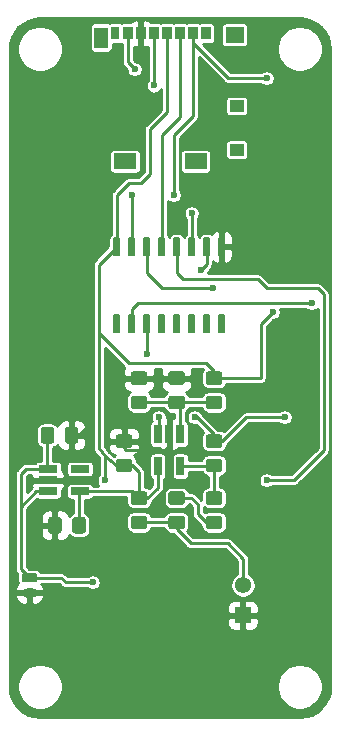
<source format=gbr>
G04 #@! TF.GenerationSoftware,KiCad,Pcbnew,(5.1.5)-3*
G04 #@! TF.CreationDate,2020-05-03T13:25:38+02:00*
G04 #@! TF.ProjectId,SPY_RECORDER-FBV010,5350595f-5245-4434-9f52-4445522d4642,v0.00*
G04 #@! TF.SameCoordinates,PX7d7a120PY7cfe0c0*
G04 #@! TF.FileFunction,Copper,L2,Bot*
G04 #@! TF.FilePolarity,Positive*
%FSLAX46Y46*%
G04 Gerber Fmt 4.6, Leading zero omitted, Abs format (unit mm)*
G04 Created by KiCad (PCBNEW (5.1.5)-3) date 2020-05-03 13:25:38*
%MOMM*%
%LPD*%
G04 APERTURE LIST*
%ADD10O,1.300000X0.800000*%
%ADD11C,0.100000*%
%ADD12R,0.850000X1.100000*%
%ADD13R,0.750000X1.100000*%
%ADD14R,1.170000X1.800000*%
%ADD15R,1.550000X1.350000*%
%ADD16R,1.200000X1.000000*%
%ADD17R,1.900000X1.350000*%
%ADD18C,1.378000*%
%ADD19R,1.378000X1.378000*%
%ADD20R,1.560000X0.650000*%
%ADD21R,0.650000X1.560000*%
%ADD22C,0.600000*%
%ADD23C,0.250000*%
%ADD24C,0.254000*%
G04 APERTURE END LIST*
D10*
X2032000Y11069000D03*
G04 #@! TA.AperFunction,ComponentPad*
D11*
G36*
X2501603Y12718037D02*
G01*
X2521018Y12715157D01*
X2540057Y12710388D01*
X2558537Y12703776D01*
X2576279Y12695384D01*
X2593114Y12685294D01*
X2608879Y12673602D01*
X2623421Y12660421D01*
X2636602Y12645879D01*
X2648294Y12630114D01*
X2658384Y12613279D01*
X2666776Y12595537D01*
X2673388Y12577057D01*
X2678157Y12558018D01*
X2681037Y12538603D01*
X2682000Y12519000D01*
X2682000Y12119000D01*
X2681037Y12099397D01*
X2678157Y12079982D01*
X2673388Y12060943D01*
X2666776Y12042463D01*
X2658384Y12024721D01*
X2648294Y12007886D01*
X2636602Y11992121D01*
X2623421Y11977579D01*
X2608879Y11964398D01*
X2593114Y11952706D01*
X2576279Y11942616D01*
X2558537Y11934224D01*
X2540057Y11927612D01*
X2521018Y11922843D01*
X2501603Y11919963D01*
X2482000Y11919000D01*
X1582000Y11919000D01*
X1562397Y11919963D01*
X1542982Y11922843D01*
X1523943Y11927612D01*
X1505463Y11934224D01*
X1487721Y11942616D01*
X1470886Y11952706D01*
X1455121Y11964398D01*
X1440579Y11977579D01*
X1427398Y11992121D01*
X1415706Y12007886D01*
X1405616Y12024721D01*
X1397224Y12042463D01*
X1390612Y12060943D01*
X1385843Y12079982D01*
X1382963Y12099397D01*
X1382000Y12119000D01*
X1382000Y12519000D01*
X1382963Y12538603D01*
X1385843Y12558018D01*
X1390612Y12577057D01*
X1397224Y12595537D01*
X1405616Y12613279D01*
X1415706Y12630114D01*
X1427398Y12645879D01*
X1440579Y12660421D01*
X1455121Y12673602D01*
X1470886Y12685294D01*
X1487721Y12695384D01*
X1505463Y12703776D01*
X1523943Y12710388D01*
X1542982Y12715157D01*
X1562397Y12718037D01*
X1582000Y12719000D01*
X2482000Y12719000D01*
X2501603Y12718037D01*
G37*
G04 #@! TD.AperFunction*
G04 #@! TA.AperFunction,SMDPad,CuDef*
G36*
X3896505Y25082796D02*
G01*
X3920773Y25079196D01*
X3944572Y25073235D01*
X3967671Y25064970D01*
X3989850Y25054480D01*
X4010893Y25041868D01*
X4030599Y25027253D01*
X4048777Y25010777D01*
X4065253Y24992599D01*
X4079868Y24972893D01*
X4092480Y24951850D01*
X4102970Y24929671D01*
X4111235Y24906572D01*
X4117196Y24882773D01*
X4120796Y24858505D01*
X4122000Y24834001D01*
X4122000Y23933999D01*
X4120796Y23909495D01*
X4117196Y23885227D01*
X4111235Y23861428D01*
X4102970Y23838329D01*
X4092480Y23816150D01*
X4079868Y23795107D01*
X4065253Y23775401D01*
X4048777Y23757223D01*
X4030599Y23740747D01*
X4010893Y23726132D01*
X3989850Y23713520D01*
X3967671Y23703030D01*
X3944572Y23694765D01*
X3920773Y23688804D01*
X3896505Y23685204D01*
X3872001Y23684000D01*
X3221999Y23684000D01*
X3197495Y23685204D01*
X3173227Y23688804D01*
X3149428Y23694765D01*
X3126329Y23703030D01*
X3104150Y23713520D01*
X3083107Y23726132D01*
X3063401Y23740747D01*
X3045223Y23757223D01*
X3028747Y23775401D01*
X3014132Y23795107D01*
X3001520Y23816150D01*
X2991030Y23838329D01*
X2982765Y23861428D01*
X2976804Y23885227D01*
X2973204Y23909495D01*
X2972000Y23933999D01*
X2972000Y24834001D01*
X2973204Y24858505D01*
X2976804Y24882773D01*
X2982765Y24906572D01*
X2991030Y24929671D01*
X3001520Y24951850D01*
X3014132Y24972893D01*
X3028747Y24992599D01*
X3045223Y25010777D01*
X3063401Y25027253D01*
X3083107Y25041868D01*
X3104150Y25054480D01*
X3126329Y25064970D01*
X3149428Y25073235D01*
X3173227Y25079196D01*
X3197495Y25082796D01*
X3221999Y25084000D01*
X3872001Y25084000D01*
X3896505Y25082796D01*
G37*
G04 #@! TD.AperFunction*
G04 #@! TA.AperFunction,SMDPad,CuDef*
G36*
X5946505Y25082796D02*
G01*
X5970773Y25079196D01*
X5994572Y25073235D01*
X6017671Y25064970D01*
X6039850Y25054480D01*
X6060893Y25041868D01*
X6080599Y25027253D01*
X6098777Y25010777D01*
X6115253Y24992599D01*
X6129868Y24972893D01*
X6142480Y24951850D01*
X6152970Y24929671D01*
X6161235Y24906572D01*
X6167196Y24882773D01*
X6170796Y24858505D01*
X6172000Y24834001D01*
X6172000Y23933999D01*
X6170796Y23909495D01*
X6167196Y23885227D01*
X6161235Y23861428D01*
X6152970Y23838329D01*
X6142480Y23816150D01*
X6129868Y23795107D01*
X6115253Y23775401D01*
X6098777Y23757223D01*
X6080599Y23740747D01*
X6060893Y23726132D01*
X6039850Y23713520D01*
X6017671Y23703030D01*
X5994572Y23694765D01*
X5970773Y23688804D01*
X5946505Y23685204D01*
X5922001Y23684000D01*
X5271999Y23684000D01*
X5247495Y23685204D01*
X5223227Y23688804D01*
X5199428Y23694765D01*
X5176329Y23703030D01*
X5154150Y23713520D01*
X5133107Y23726132D01*
X5113401Y23740747D01*
X5095223Y23757223D01*
X5078747Y23775401D01*
X5064132Y23795107D01*
X5051520Y23816150D01*
X5041030Y23838329D01*
X5032765Y23861428D01*
X5026804Y23885227D01*
X5023204Y23909495D01*
X5022000Y23933999D01*
X5022000Y24834001D01*
X5023204Y24858505D01*
X5026804Y24882773D01*
X5032765Y24906572D01*
X5041030Y24929671D01*
X5051520Y24951850D01*
X5064132Y24972893D01*
X5078747Y24992599D01*
X5095223Y25010777D01*
X5113401Y25027253D01*
X5133107Y25041868D01*
X5154150Y25054480D01*
X5176329Y25064970D01*
X5199428Y25073235D01*
X5223227Y25079196D01*
X5247495Y25082796D01*
X5271999Y25084000D01*
X5922001Y25084000D01*
X5946505Y25082796D01*
G37*
G04 #@! TD.AperFunction*
G04 #@! TA.AperFunction,SMDPad,CuDef*
G36*
X4522505Y17462796D02*
G01*
X4546773Y17459196D01*
X4570572Y17453235D01*
X4593671Y17444970D01*
X4615850Y17434480D01*
X4636893Y17421868D01*
X4656599Y17407253D01*
X4674777Y17390777D01*
X4691253Y17372599D01*
X4705868Y17352893D01*
X4718480Y17331850D01*
X4728970Y17309671D01*
X4737235Y17286572D01*
X4743196Y17262773D01*
X4746796Y17238505D01*
X4748000Y17214001D01*
X4748000Y16313999D01*
X4746796Y16289495D01*
X4743196Y16265227D01*
X4737235Y16241428D01*
X4728970Y16218329D01*
X4718480Y16196150D01*
X4705868Y16175107D01*
X4691253Y16155401D01*
X4674777Y16137223D01*
X4656599Y16120747D01*
X4636893Y16106132D01*
X4615850Y16093520D01*
X4593671Y16083030D01*
X4570572Y16074765D01*
X4546773Y16068804D01*
X4522505Y16065204D01*
X4498001Y16064000D01*
X3847999Y16064000D01*
X3823495Y16065204D01*
X3799227Y16068804D01*
X3775428Y16074765D01*
X3752329Y16083030D01*
X3730150Y16093520D01*
X3709107Y16106132D01*
X3689401Y16120747D01*
X3671223Y16137223D01*
X3654747Y16155401D01*
X3640132Y16175107D01*
X3627520Y16196150D01*
X3617030Y16218329D01*
X3608765Y16241428D01*
X3602804Y16265227D01*
X3599204Y16289495D01*
X3598000Y16313999D01*
X3598000Y17214001D01*
X3599204Y17238505D01*
X3602804Y17262773D01*
X3608765Y17286572D01*
X3617030Y17309671D01*
X3627520Y17331850D01*
X3640132Y17352893D01*
X3654747Y17372599D01*
X3671223Y17390777D01*
X3689401Y17407253D01*
X3709107Y17421868D01*
X3730150Y17434480D01*
X3752329Y17444970D01*
X3775428Y17453235D01*
X3799227Y17459196D01*
X3823495Y17462796D01*
X3847999Y17464000D01*
X4498001Y17464000D01*
X4522505Y17462796D01*
G37*
G04 #@! TD.AperFunction*
G04 #@! TA.AperFunction,SMDPad,CuDef*
G36*
X6572505Y17462796D02*
G01*
X6596773Y17459196D01*
X6620572Y17453235D01*
X6643671Y17444970D01*
X6665850Y17434480D01*
X6686893Y17421868D01*
X6706599Y17407253D01*
X6724777Y17390777D01*
X6741253Y17372599D01*
X6755868Y17352893D01*
X6768480Y17331850D01*
X6778970Y17309671D01*
X6787235Y17286572D01*
X6793196Y17262773D01*
X6796796Y17238505D01*
X6798000Y17214001D01*
X6798000Y16313999D01*
X6796796Y16289495D01*
X6793196Y16265227D01*
X6787235Y16241428D01*
X6778970Y16218329D01*
X6768480Y16196150D01*
X6755868Y16175107D01*
X6741253Y16155401D01*
X6724777Y16137223D01*
X6706599Y16120747D01*
X6686893Y16106132D01*
X6665850Y16093520D01*
X6643671Y16083030D01*
X6620572Y16074765D01*
X6596773Y16068804D01*
X6572505Y16065204D01*
X6548001Y16064000D01*
X5897999Y16064000D01*
X5873495Y16065204D01*
X5849227Y16068804D01*
X5825428Y16074765D01*
X5802329Y16083030D01*
X5780150Y16093520D01*
X5759107Y16106132D01*
X5739401Y16120747D01*
X5721223Y16137223D01*
X5704747Y16155401D01*
X5690132Y16175107D01*
X5677520Y16196150D01*
X5667030Y16218329D01*
X5658765Y16241428D01*
X5652804Y16265227D01*
X5649204Y16289495D01*
X5648000Y16313999D01*
X5648000Y17214001D01*
X5649204Y17238505D01*
X5652804Y17262773D01*
X5658765Y17286572D01*
X5667030Y17309671D01*
X5677520Y17331850D01*
X5690132Y17352893D01*
X5704747Y17372599D01*
X5721223Y17390777D01*
X5739401Y17407253D01*
X5759107Y17421868D01*
X5780150Y17434480D01*
X5802329Y17444970D01*
X5825428Y17453235D01*
X5849227Y17459196D01*
X5873495Y17462796D01*
X5897999Y17464000D01*
X6548001Y17464000D01*
X6572505Y17462796D01*
G37*
G04 #@! TD.AperFunction*
G04 #@! TA.AperFunction,SMDPad,CuDef*
G36*
X14952505Y19632796D02*
G01*
X14976773Y19629196D01*
X15000572Y19623235D01*
X15023671Y19614970D01*
X15045850Y19604480D01*
X15066893Y19591868D01*
X15086599Y19577253D01*
X15104777Y19560777D01*
X15121253Y19542599D01*
X15135868Y19522893D01*
X15148480Y19501850D01*
X15158970Y19479671D01*
X15167235Y19456572D01*
X15173196Y19432773D01*
X15176796Y19408505D01*
X15178000Y19384001D01*
X15178000Y18733999D01*
X15176796Y18709495D01*
X15173196Y18685227D01*
X15167235Y18661428D01*
X15158970Y18638329D01*
X15148480Y18616150D01*
X15135868Y18595107D01*
X15121253Y18575401D01*
X15104777Y18557223D01*
X15086599Y18540747D01*
X15066893Y18526132D01*
X15045850Y18513520D01*
X15023671Y18503030D01*
X15000572Y18494765D01*
X14976773Y18488804D01*
X14952505Y18485204D01*
X14928001Y18484000D01*
X14027999Y18484000D01*
X14003495Y18485204D01*
X13979227Y18488804D01*
X13955428Y18494765D01*
X13932329Y18503030D01*
X13910150Y18513520D01*
X13889107Y18526132D01*
X13869401Y18540747D01*
X13851223Y18557223D01*
X13834747Y18575401D01*
X13820132Y18595107D01*
X13807520Y18616150D01*
X13797030Y18638329D01*
X13788765Y18661428D01*
X13782804Y18685227D01*
X13779204Y18709495D01*
X13778000Y18733999D01*
X13778000Y19384001D01*
X13779204Y19408505D01*
X13782804Y19432773D01*
X13788765Y19456572D01*
X13797030Y19479671D01*
X13807520Y19501850D01*
X13820132Y19522893D01*
X13834747Y19542599D01*
X13851223Y19560777D01*
X13869401Y19577253D01*
X13889107Y19591868D01*
X13910150Y19604480D01*
X13932329Y19614970D01*
X13955428Y19623235D01*
X13979227Y19629196D01*
X14003495Y19632796D01*
X14027999Y19634000D01*
X14928001Y19634000D01*
X14952505Y19632796D01*
G37*
G04 #@! TD.AperFunction*
G04 #@! TA.AperFunction,SMDPad,CuDef*
G36*
X14952505Y17582796D02*
G01*
X14976773Y17579196D01*
X15000572Y17573235D01*
X15023671Y17564970D01*
X15045850Y17554480D01*
X15066893Y17541868D01*
X15086599Y17527253D01*
X15104777Y17510777D01*
X15121253Y17492599D01*
X15135868Y17472893D01*
X15148480Y17451850D01*
X15158970Y17429671D01*
X15167235Y17406572D01*
X15173196Y17382773D01*
X15176796Y17358505D01*
X15178000Y17334001D01*
X15178000Y16683999D01*
X15176796Y16659495D01*
X15173196Y16635227D01*
X15167235Y16611428D01*
X15158970Y16588329D01*
X15148480Y16566150D01*
X15135868Y16545107D01*
X15121253Y16525401D01*
X15104777Y16507223D01*
X15086599Y16490747D01*
X15066893Y16476132D01*
X15045850Y16463520D01*
X15023671Y16453030D01*
X15000572Y16444765D01*
X14976773Y16438804D01*
X14952505Y16435204D01*
X14928001Y16434000D01*
X14027999Y16434000D01*
X14003495Y16435204D01*
X13979227Y16438804D01*
X13955428Y16444765D01*
X13932329Y16453030D01*
X13910150Y16463520D01*
X13889107Y16476132D01*
X13869401Y16490747D01*
X13851223Y16507223D01*
X13834747Y16525401D01*
X13820132Y16545107D01*
X13807520Y16566150D01*
X13797030Y16588329D01*
X13788765Y16611428D01*
X13782804Y16635227D01*
X13779204Y16659495D01*
X13778000Y16683999D01*
X13778000Y17334001D01*
X13779204Y17358505D01*
X13782804Y17382773D01*
X13788765Y17406572D01*
X13797030Y17429671D01*
X13807520Y17451850D01*
X13820132Y17472893D01*
X13834747Y17492599D01*
X13851223Y17510777D01*
X13869401Y17527253D01*
X13889107Y17541868D01*
X13910150Y17554480D01*
X13932329Y17564970D01*
X13955428Y17573235D01*
X13979227Y17579196D01*
X14003495Y17582796D01*
X14027999Y17584000D01*
X14928001Y17584000D01*
X14952505Y17582796D01*
G37*
G04 #@! TD.AperFunction*
G04 #@! TA.AperFunction,SMDPad,CuDef*
G36*
X11777505Y27742796D02*
G01*
X11801773Y27739196D01*
X11825572Y27733235D01*
X11848671Y27724970D01*
X11870850Y27714480D01*
X11891893Y27701868D01*
X11911599Y27687253D01*
X11929777Y27670777D01*
X11946253Y27652599D01*
X11960868Y27632893D01*
X11973480Y27611850D01*
X11983970Y27589671D01*
X11992235Y27566572D01*
X11998196Y27542773D01*
X12001796Y27518505D01*
X12003000Y27494001D01*
X12003000Y26843999D01*
X12001796Y26819495D01*
X11998196Y26795227D01*
X11992235Y26771428D01*
X11983970Y26748329D01*
X11973480Y26726150D01*
X11960868Y26705107D01*
X11946253Y26685401D01*
X11929777Y26667223D01*
X11911599Y26650747D01*
X11891893Y26636132D01*
X11870850Y26623520D01*
X11848671Y26613030D01*
X11825572Y26604765D01*
X11801773Y26598804D01*
X11777505Y26595204D01*
X11753001Y26594000D01*
X10852999Y26594000D01*
X10828495Y26595204D01*
X10804227Y26598804D01*
X10780428Y26604765D01*
X10757329Y26613030D01*
X10735150Y26623520D01*
X10714107Y26636132D01*
X10694401Y26650747D01*
X10676223Y26667223D01*
X10659747Y26685401D01*
X10645132Y26705107D01*
X10632520Y26726150D01*
X10622030Y26748329D01*
X10613765Y26771428D01*
X10607804Y26795227D01*
X10604204Y26819495D01*
X10603000Y26843999D01*
X10603000Y27494001D01*
X10604204Y27518505D01*
X10607804Y27542773D01*
X10613765Y27566572D01*
X10622030Y27589671D01*
X10632520Y27611850D01*
X10645132Y27632893D01*
X10659747Y27652599D01*
X10676223Y27670777D01*
X10694401Y27687253D01*
X10714107Y27701868D01*
X10735150Y27714480D01*
X10757329Y27724970D01*
X10780428Y27733235D01*
X10804227Y27739196D01*
X10828495Y27742796D01*
X10852999Y27744000D01*
X11753001Y27744000D01*
X11777505Y27742796D01*
G37*
G04 #@! TD.AperFunction*
G04 #@! TA.AperFunction,SMDPad,CuDef*
G36*
X11777505Y29792796D02*
G01*
X11801773Y29789196D01*
X11825572Y29783235D01*
X11848671Y29774970D01*
X11870850Y29764480D01*
X11891893Y29751868D01*
X11911599Y29737253D01*
X11929777Y29720777D01*
X11946253Y29702599D01*
X11960868Y29682893D01*
X11973480Y29661850D01*
X11983970Y29639671D01*
X11992235Y29616572D01*
X11998196Y29592773D01*
X12001796Y29568505D01*
X12003000Y29544001D01*
X12003000Y28893999D01*
X12001796Y28869495D01*
X11998196Y28845227D01*
X11992235Y28821428D01*
X11983970Y28798329D01*
X11973480Y28776150D01*
X11960868Y28755107D01*
X11946253Y28735401D01*
X11929777Y28717223D01*
X11911599Y28700747D01*
X11891893Y28686132D01*
X11870850Y28673520D01*
X11848671Y28663030D01*
X11825572Y28654765D01*
X11801773Y28648804D01*
X11777505Y28645204D01*
X11753001Y28644000D01*
X10852999Y28644000D01*
X10828495Y28645204D01*
X10804227Y28648804D01*
X10780428Y28654765D01*
X10757329Y28663030D01*
X10735150Y28673520D01*
X10714107Y28686132D01*
X10694401Y28700747D01*
X10676223Y28717223D01*
X10659747Y28735401D01*
X10645132Y28755107D01*
X10632520Y28776150D01*
X10622030Y28798329D01*
X10613765Y28821428D01*
X10607804Y28845227D01*
X10604204Y28869495D01*
X10603000Y28893999D01*
X10603000Y29544001D01*
X10604204Y29568505D01*
X10607804Y29592773D01*
X10613765Y29616572D01*
X10622030Y29639671D01*
X10632520Y29661850D01*
X10645132Y29682893D01*
X10659747Y29702599D01*
X10676223Y29720777D01*
X10694401Y29737253D01*
X10714107Y29751868D01*
X10735150Y29764480D01*
X10757329Y29774970D01*
X10780428Y29783235D01*
X10804227Y29789196D01*
X10828495Y29792796D01*
X10852999Y29794000D01*
X11753001Y29794000D01*
X11777505Y29792796D01*
G37*
G04 #@! TD.AperFunction*
G04 #@! TA.AperFunction,SMDPad,CuDef*
G36*
X10507505Y24458796D02*
G01*
X10531773Y24455196D01*
X10555572Y24449235D01*
X10578671Y24440970D01*
X10600850Y24430480D01*
X10621893Y24417868D01*
X10641599Y24403253D01*
X10659777Y24386777D01*
X10676253Y24368599D01*
X10690868Y24348893D01*
X10703480Y24327850D01*
X10713970Y24305671D01*
X10722235Y24282572D01*
X10728196Y24258773D01*
X10731796Y24234505D01*
X10733000Y24210001D01*
X10733000Y23559999D01*
X10731796Y23535495D01*
X10728196Y23511227D01*
X10722235Y23487428D01*
X10713970Y23464329D01*
X10703480Y23442150D01*
X10690868Y23421107D01*
X10676253Y23401401D01*
X10659777Y23383223D01*
X10641599Y23366747D01*
X10621893Y23352132D01*
X10600850Y23339520D01*
X10578671Y23329030D01*
X10555572Y23320765D01*
X10531773Y23314804D01*
X10507505Y23311204D01*
X10483001Y23310000D01*
X9582999Y23310000D01*
X9558495Y23311204D01*
X9534227Y23314804D01*
X9510428Y23320765D01*
X9487329Y23329030D01*
X9465150Y23339520D01*
X9444107Y23352132D01*
X9424401Y23366747D01*
X9406223Y23383223D01*
X9389747Y23401401D01*
X9375132Y23421107D01*
X9362520Y23442150D01*
X9352030Y23464329D01*
X9343765Y23487428D01*
X9337804Y23511227D01*
X9334204Y23535495D01*
X9333000Y23559999D01*
X9333000Y24210001D01*
X9334204Y24234505D01*
X9337804Y24258773D01*
X9343765Y24282572D01*
X9352030Y24305671D01*
X9362520Y24327850D01*
X9375132Y24348893D01*
X9389747Y24368599D01*
X9406223Y24386777D01*
X9424401Y24403253D01*
X9444107Y24417868D01*
X9465150Y24430480D01*
X9487329Y24440970D01*
X9510428Y24449235D01*
X9534227Y24455196D01*
X9558495Y24458796D01*
X9582999Y24460000D01*
X10483001Y24460000D01*
X10507505Y24458796D01*
G37*
G04 #@! TD.AperFunction*
G04 #@! TA.AperFunction,SMDPad,CuDef*
G36*
X10507505Y22408796D02*
G01*
X10531773Y22405196D01*
X10555572Y22399235D01*
X10578671Y22390970D01*
X10600850Y22380480D01*
X10621893Y22367868D01*
X10641599Y22353253D01*
X10659777Y22336777D01*
X10676253Y22318599D01*
X10690868Y22298893D01*
X10703480Y22277850D01*
X10713970Y22255671D01*
X10722235Y22232572D01*
X10728196Y22208773D01*
X10731796Y22184505D01*
X10733000Y22160001D01*
X10733000Y21509999D01*
X10731796Y21485495D01*
X10728196Y21461227D01*
X10722235Y21437428D01*
X10713970Y21414329D01*
X10703480Y21392150D01*
X10690868Y21371107D01*
X10676253Y21351401D01*
X10659777Y21333223D01*
X10641599Y21316747D01*
X10621893Y21302132D01*
X10600850Y21289520D01*
X10578671Y21279030D01*
X10555572Y21270765D01*
X10531773Y21264804D01*
X10507505Y21261204D01*
X10483001Y21260000D01*
X9582999Y21260000D01*
X9558495Y21261204D01*
X9534227Y21264804D01*
X9510428Y21270765D01*
X9487329Y21279030D01*
X9465150Y21289520D01*
X9444107Y21302132D01*
X9424401Y21316747D01*
X9406223Y21333223D01*
X9389747Y21351401D01*
X9375132Y21371107D01*
X9362520Y21392150D01*
X9352030Y21414329D01*
X9343765Y21437428D01*
X9337804Y21461227D01*
X9334204Y21485495D01*
X9333000Y21509999D01*
X9333000Y22160001D01*
X9334204Y22184505D01*
X9337804Y22208773D01*
X9343765Y22232572D01*
X9352030Y22255671D01*
X9362520Y22277850D01*
X9375132Y22298893D01*
X9389747Y22318599D01*
X9406223Y22336777D01*
X9424401Y22353253D01*
X9444107Y22367868D01*
X9465150Y22380480D01*
X9487329Y22390970D01*
X9510428Y22399235D01*
X9534227Y22405196D01*
X9558495Y22408796D01*
X9582999Y22410000D01*
X10483001Y22410000D01*
X10507505Y22408796D01*
G37*
G04 #@! TD.AperFunction*
D12*
X16948000Y58409000D03*
D13*
X9298000Y58409000D03*
D12*
X15848000Y58409000D03*
X14748000Y58409000D03*
X13648000Y58409000D03*
X12548000Y58409000D03*
X11448000Y58409000D03*
X10348000Y58409000D03*
D14*
X8088000Y58059000D03*
D15*
X19408000Y58284000D03*
D16*
X19583000Y48559000D03*
X19583000Y52259000D03*
D17*
X16083000Y47584000D03*
X10113000Y47584000D03*
D18*
X20098000Y11684000D03*
D19*
X20098000Y9144000D03*
G04 #@! TA.AperFunction,SMDPad,CuDef*
D11*
G36*
X11777505Y19632796D02*
G01*
X11801773Y19629196D01*
X11825572Y19623235D01*
X11848671Y19614970D01*
X11870850Y19604480D01*
X11891893Y19591868D01*
X11911599Y19577253D01*
X11929777Y19560777D01*
X11946253Y19542599D01*
X11960868Y19522893D01*
X11973480Y19501850D01*
X11983970Y19479671D01*
X11992235Y19456572D01*
X11998196Y19432773D01*
X12001796Y19408505D01*
X12003000Y19384001D01*
X12003000Y18733999D01*
X12001796Y18709495D01*
X11998196Y18685227D01*
X11992235Y18661428D01*
X11983970Y18638329D01*
X11973480Y18616150D01*
X11960868Y18595107D01*
X11946253Y18575401D01*
X11929777Y18557223D01*
X11911599Y18540747D01*
X11891893Y18526132D01*
X11870850Y18513520D01*
X11848671Y18503030D01*
X11825572Y18494765D01*
X11801773Y18488804D01*
X11777505Y18485204D01*
X11753001Y18484000D01*
X10852999Y18484000D01*
X10828495Y18485204D01*
X10804227Y18488804D01*
X10780428Y18494765D01*
X10757329Y18503030D01*
X10735150Y18513520D01*
X10714107Y18526132D01*
X10694401Y18540747D01*
X10676223Y18557223D01*
X10659747Y18575401D01*
X10645132Y18595107D01*
X10632520Y18616150D01*
X10622030Y18638329D01*
X10613765Y18661428D01*
X10607804Y18685227D01*
X10604204Y18709495D01*
X10603000Y18733999D01*
X10603000Y19384001D01*
X10604204Y19408505D01*
X10607804Y19432773D01*
X10613765Y19456572D01*
X10622030Y19479671D01*
X10632520Y19501850D01*
X10645132Y19522893D01*
X10659747Y19542599D01*
X10676223Y19560777D01*
X10694401Y19577253D01*
X10714107Y19591868D01*
X10735150Y19604480D01*
X10757329Y19614970D01*
X10780428Y19623235D01*
X10804227Y19629196D01*
X10828495Y19632796D01*
X10852999Y19634000D01*
X11753001Y19634000D01*
X11777505Y19632796D01*
G37*
G04 #@! TD.AperFunction*
G04 #@! TA.AperFunction,SMDPad,CuDef*
G36*
X11777505Y17582796D02*
G01*
X11801773Y17579196D01*
X11825572Y17573235D01*
X11848671Y17564970D01*
X11870850Y17554480D01*
X11891893Y17541868D01*
X11911599Y17527253D01*
X11929777Y17510777D01*
X11946253Y17492599D01*
X11960868Y17472893D01*
X11973480Y17451850D01*
X11983970Y17429671D01*
X11992235Y17406572D01*
X11998196Y17382773D01*
X12001796Y17358505D01*
X12003000Y17334001D01*
X12003000Y16683999D01*
X12001796Y16659495D01*
X11998196Y16635227D01*
X11992235Y16611428D01*
X11983970Y16588329D01*
X11973480Y16566150D01*
X11960868Y16545107D01*
X11946253Y16525401D01*
X11929777Y16507223D01*
X11911599Y16490747D01*
X11891893Y16476132D01*
X11870850Y16463520D01*
X11848671Y16453030D01*
X11825572Y16444765D01*
X11801773Y16438804D01*
X11777505Y16435204D01*
X11753001Y16434000D01*
X10852999Y16434000D01*
X10828495Y16435204D01*
X10804227Y16438804D01*
X10780428Y16444765D01*
X10757329Y16453030D01*
X10735150Y16463520D01*
X10714107Y16476132D01*
X10694401Y16490747D01*
X10676223Y16507223D01*
X10659747Y16525401D01*
X10645132Y16545107D01*
X10632520Y16566150D01*
X10622030Y16588329D01*
X10613765Y16611428D01*
X10607804Y16635227D01*
X10604204Y16659495D01*
X10603000Y16683999D01*
X10603000Y17334001D01*
X10604204Y17358505D01*
X10607804Y17382773D01*
X10613765Y17406572D01*
X10622030Y17429671D01*
X10632520Y17451850D01*
X10645132Y17472893D01*
X10659747Y17492599D01*
X10676223Y17510777D01*
X10694401Y17527253D01*
X10714107Y17541868D01*
X10735150Y17554480D01*
X10757329Y17564970D01*
X10780428Y17573235D01*
X10804227Y17579196D01*
X10828495Y17582796D01*
X10852999Y17584000D01*
X11753001Y17584000D01*
X11777505Y17582796D01*
G37*
G04 #@! TD.AperFunction*
G04 #@! TA.AperFunction,SMDPad,CuDef*
G36*
X18127505Y17582796D02*
G01*
X18151773Y17579196D01*
X18175572Y17573235D01*
X18198671Y17564970D01*
X18220850Y17554480D01*
X18241893Y17541868D01*
X18261599Y17527253D01*
X18279777Y17510777D01*
X18296253Y17492599D01*
X18310868Y17472893D01*
X18323480Y17451850D01*
X18333970Y17429671D01*
X18342235Y17406572D01*
X18348196Y17382773D01*
X18351796Y17358505D01*
X18353000Y17334001D01*
X18353000Y16683999D01*
X18351796Y16659495D01*
X18348196Y16635227D01*
X18342235Y16611428D01*
X18333970Y16588329D01*
X18323480Y16566150D01*
X18310868Y16545107D01*
X18296253Y16525401D01*
X18279777Y16507223D01*
X18261599Y16490747D01*
X18241893Y16476132D01*
X18220850Y16463520D01*
X18198671Y16453030D01*
X18175572Y16444765D01*
X18151773Y16438804D01*
X18127505Y16435204D01*
X18103001Y16434000D01*
X17202999Y16434000D01*
X17178495Y16435204D01*
X17154227Y16438804D01*
X17130428Y16444765D01*
X17107329Y16453030D01*
X17085150Y16463520D01*
X17064107Y16476132D01*
X17044401Y16490747D01*
X17026223Y16507223D01*
X17009747Y16525401D01*
X16995132Y16545107D01*
X16982520Y16566150D01*
X16972030Y16588329D01*
X16963765Y16611428D01*
X16957804Y16635227D01*
X16954204Y16659495D01*
X16953000Y16683999D01*
X16953000Y17334001D01*
X16954204Y17358505D01*
X16957804Y17382773D01*
X16963765Y17406572D01*
X16972030Y17429671D01*
X16982520Y17451850D01*
X16995132Y17472893D01*
X17009747Y17492599D01*
X17026223Y17510777D01*
X17044401Y17527253D01*
X17064107Y17541868D01*
X17085150Y17554480D01*
X17107329Y17564970D01*
X17130428Y17573235D01*
X17154227Y17579196D01*
X17178495Y17582796D01*
X17202999Y17584000D01*
X18103001Y17584000D01*
X18127505Y17582796D01*
G37*
G04 #@! TD.AperFunction*
G04 #@! TA.AperFunction,SMDPad,CuDef*
G36*
X18127505Y19632796D02*
G01*
X18151773Y19629196D01*
X18175572Y19623235D01*
X18198671Y19614970D01*
X18220850Y19604480D01*
X18241893Y19591868D01*
X18261599Y19577253D01*
X18279777Y19560777D01*
X18296253Y19542599D01*
X18310868Y19522893D01*
X18323480Y19501850D01*
X18333970Y19479671D01*
X18342235Y19456572D01*
X18348196Y19432773D01*
X18351796Y19408505D01*
X18353000Y19384001D01*
X18353000Y18733999D01*
X18351796Y18709495D01*
X18348196Y18685227D01*
X18342235Y18661428D01*
X18333970Y18638329D01*
X18323480Y18616150D01*
X18310868Y18595107D01*
X18296253Y18575401D01*
X18279777Y18557223D01*
X18261599Y18540747D01*
X18241893Y18526132D01*
X18220850Y18513520D01*
X18198671Y18503030D01*
X18175572Y18494765D01*
X18151773Y18488804D01*
X18127505Y18485204D01*
X18103001Y18484000D01*
X17202999Y18484000D01*
X17178495Y18485204D01*
X17154227Y18488804D01*
X17130428Y18494765D01*
X17107329Y18503030D01*
X17085150Y18513520D01*
X17064107Y18526132D01*
X17044401Y18540747D01*
X17026223Y18557223D01*
X17009747Y18575401D01*
X16995132Y18595107D01*
X16982520Y18616150D01*
X16972030Y18638329D01*
X16963765Y18661428D01*
X16957804Y18685227D01*
X16954204Y18709495D01*
X16953000Y18733999D01*
X16953000Y19384001D01*
X16954204Y19408505D01*
X16957804Y19432773D01*
X16963765Y19456572D01*
X16972030Y19479671D01*
X16982520Y19501850D01*
X16995132Y19522893D01*
X17009747Y19542599D01*
X17026223Y19560777D01*
X17044401Y19577253D01*
X17064107Y19591868D01*
X17085150Y19604480D01*
X17107329Y19614970D01*
X17130428Y19623235D01*
X17154227Y19629196D01*
X17178495Y19632796D01*
X17202999Y19634000D01*
X18103001Y19634000D01*
X18127505Y19632796D01*
G37*
G04 #@! TD.AperFunction*
G04 #@! TA.AperFunction,SMDPad,CuDef*
G36*
X18127505Y29792796D02*
G01*
X18151773Y29789196D01*
X18175572Y29783235D01*
X18198671Y29774970D01*
X18220850Y29764480D01*
X18241893Y29751868D01*
X18261599Y29737253D01*
X18279777Y29720777D01*
X18296253Y29702599D01*
X18310868Y29682893D01*
X18323480Y29661850D01*
X18333970Y29639671D01*
X18342235Y29616572D01*
X18348196Y29592773D01*
X18351796Y29568505D01*
X18353000Y29544001D01*
X18353000Y28893999D01*
X18351796Y28869495D01*
X18348196Y28845227D01*
X18342235Y28821428D01*
X18333970Y28798329D01*
X18323480Y28776150D01*
X18310868Y28755107D01*
X18296253Y28735401D01*
X18279777Y28717223D01*
X18261599Y28700747D01*
X18241893Y28686132D01*
X18220850Y28673520D01*
X18198671Y28663030D01*
X18175572Y28654765D01*
X18151773Y28648804D01*
X18127505Y28645204D01*
X18103001Y28644000D01*
X17202999Y28644000D01*
X17178495Y28645204D01*
X17154227Y28648804D01*
X17130428Y28654765D01*
X17107329Y28663030D01*
X17085150Y28673520D01*
X17064107Y28686132D01*
X17044401Y28700747D01*
X17026223Y28717223D01*
X17009747Y28735401D01*
X16995132Y28755107D01*
X16982520Y28776150D01*
X16972030Y28798329D01*
X16963765Y28821428D01*
X16957804Y28845227D01*
X16954204Y28869495D01*
X16953000Y28893999D01*
X16953000Y29544001D01*
X16954204Y29568505D01*
X16957804Y29592773D01*
X16963765Y29616572D01*
X16972030Y29639671D01*
X16982520Y29661850D01*
X16995132Y29682893D01*
X17009747Y29702599D01*
X17026223Y29720777D01*
X17044401Y29737253D01*
X17064107Y29751868D01*
X17085150Y29764480D01*
X17107329Y29774970D01*
X17130428Y29783235D01*
X17154227Y29789196D01*
X17178495Y29792796D01*
X17202999Y29794000D01*
X18103001Y29794000D01*
X18127505Y29792796D01*
G37*
G04 #@! TD.AperFunction*
G04 #@! TA.AperFunction,SMDPad,CuDef*
G36*
X18127505Y27742796D02*
G01*
X18151773Y27739196D01*
X18175572Y27733235D01*
X18198671Y27724970D01*
X18220850Y27714480D01*
X18241893Y27701868D01*
X18261599Y27687253D01*
X18279777Y27670777D01*
X18296253Y27652599D01*
X18310868Y27632893D01*
X18323480Y27611850D01*
X18333970Y27589671D01*
X18342235Y27566572D01*
X18348196Y27542773D01*
X18351796Y27518505D01*
X18353000Y27494001D01*
X18353000Y26843999D01*
X18351796Y26819495D01*
X18348196Y26795227D01*
X18342235Y26771428D01*
X18333970Y26748329D01*
X18323480Y26726150D01*
X18310868Y26705107D01*
X18296253Y26685401D01*
X18279777Y26667223D01*
X18261599Y26650747D01*
X18241893Y26636132D01*
X18220850Y26623520D01*
X18198671Y26613030D01*
X18175572Y26604765D01*
X18151773Y26598804D01*
X18127505Y26595204D01*
X18103001Y26594000D01*
X17202999Y26594000D01*
X17178495Y26595204D01*
X17154227Y26598804D01*
X17130428Y26604765D01*
X17107329Y26613030D01*
X17085150Y26623520D01*
X17064107Y26636132D01*
X17044401Y26650747D01*
X17026223Y26667223D01*
X17009747Y26685401D01*
X16995132Y26705107D01*
X16982520Y26726150D01*
X16972030Y26748329D01*
X16963765Y26771428D01*
X16957804Y26795227D01*
X16954204Y26819495D01*
X16953000Y26843999D01*
X16953000Y27494001D01*
X16954204Y27518505D01*
X16957804Y27542773D01*
X16963765Y27566572D01*
X16972030Y27589671D01*
X16982520Y27611850D01*
X16995132Y27632893D01*
X17009747Y27652599D01*
X17026223Y27670777D01*
X17044401Y27687253D01*
X17064107Y27701868D01*
X17085150Y27714480D01*
X17107329Y27724970D01*
X17130428Y27733235D01*
X17154227Y27739196D01*
X17178495Y27742796D01*
X17202999Y27744000D01*
X18103001Y27744000D01*
X18127505Y27742796D01*
G37*
G04 #@! TD.AperFunction*
G04 #@! TA.AperFunction,SMDPad,CuDef*
G36*
X14952505Y29792796D02*
G01*
X14976773Y29789196D01*
X15000572Y29783235D01*
X15023671Y29774970D01*
X15045850Y29764480D01*
X15066893Y29751868D01*
X15086599Y29737253D01*
X15104777Y29720777D01*
X15121253Y29702599D01*
X15135868Y29682893D01*
X15148480Y29661850D01*
X15158970Y29639671D01*
X15167235Y29616572D01*
X15173196Y29592773D01*
X15176796Y29568505D01*
X15178000Y29544001D01*
X15178000Y28893999D01*
X15176796Y28869495D01*
X15173196Y28845227D01*
X15167235Y28821428D01*
X15158970Y28798329D01*
X15148480Y28776150D01*
X15135868Y28755107D01*
X15121253Y28735401D01*
X15104777Y28717223D01*
X15086599Y28700747D01*
X15066893Y28686132D01*
X15045850Y28673520D01*
X15023671Y28663030D01*
X15000572Y28654765D01*
X14976773Y28648804D01*
X14952505Y28645204D01*
X14928001Y28644000D01*
X14027999Y28644000D01*
X14003495Y28645204D01*
X13979227Y28648804D01*
X13955428Y28654765D01*
X13932329Y28663030D01*
X13910150Y28673520D01*
X13889107Y28686132D01*
X13869401Y28700747D01*
X13851223Y28717223D01*
X13834747Y28735401D01*
X13820132Y28755107D01*
X13807520Y28776150D01*
X13797030Y28798329D01*
X13788765Y28821428D01*
X13782804Y28845227D01*
X13779204Y28869495D01*
X13778000Y28893999D01*
X13778000Y29544001D01*
X13779204Y29568505D01*
X13782804Y29592773D01*
X13788765Y29616572D01*
X13797030Y29639671D01*
X13807520Y29661850D01*
X13820132Y29682893D01*
X13834747Y29702599D01*
X13851223Y29720777D01*
X13869401Y29737253D01*
X13889107Y29751868D01*
X13910150Y29764480D01*
X13932329Y29774970D01*
X13955428Y29783235D01*
X13979227Y29789196D01*
X14003495Y29792796D01*
X14027999Y29794000D01*
X14928001Y29794000D01*
X14952505Y29792796D01*
G37*
G04 #@! TD.AperFunction*
G04 #@! TA.AperFunction,SMDPad,CuDef*
G36*
X14952505Y27742796D02*
G01*
X14976773Y27739196D01*
X15000572Y27733235D01*
X15023671Y27724970D01*
X15045850Y27714480D01*
X15066893Y27701868D01*
X15086599Y27687253D01*
X15104777Y27670777D01*
X15121253Y27652599D01*
X15135868Y27632893D01*
X15148480Y27611850D01*
X15158970Y27589671D01*
X15167235Y27566572D01*
X15173196Y27542773D01*
X15176796Y27518505D01*
X15178000Y27494001D01*
X15178000Y26843999D01*
X15176796Y26819495D01*
X15173196Y26795227D01*
X15167235Y26771428D01*
X15158970Y26748329D01*
X15148480Y26726150D01*
X15135868Y26705107D01*
X15121253Y26685401D01*
X15104777Y26667223D01*
X15086599Y26650747D01*
X15066893Y26636132D01*
X15045850Y26623520D01*
X15023671Y26613030D01*
X15000572Y26604765D01*
X14976773Y26598804D01*
X14952505Y26595204D01*
X14928001Y26594000D01*
X14027999Y26594000D01*
X14003495Y26595204D01*
X13979227Y26598804D01*
X13955428Y26604765D01*
X13932329Y26613030D01*
X13910150Y26623520D01*
X13889107Y26636132D01*
X13869401Y26650747D01*
X13851223Y26667223D01*
X13834747Y26685401D01*
X13820132Y26705107D01*
X13807520Y26726150D01*
X13797030Y26748329D01*
X13788765Y26771428D01*
X13782804Y26795227D01*
X13779204Y26819495D01*
X13778000Y26843999D01*
X13778000Y27494001D01*
X13779204Y27518505D01*
X13782804Y27542773D01*
X13788765Y27566572D01*
X13797030Y27589671D01*
X13807520Y27611850D01*
X13820132Y27632893D01*
X13834747Y27652599D01*
X13851223Y27670777D01*
X13869401Y27687253D01*
X13889107Y27701868D01*
X13910150Y27714480D01*
X13932329Y27724970D01*
X13955428Y27733235D01*
X13979227Y27739196D01*
X14003495Y27742796D01*
X14027999Y27744000D01*
X14928001Y27744000D01*
X14952505Y27742796D01*
G37*
G04 #@! TD.AperFunction*
G04 #@! TA.AperFunction,SMDPad,CuDef*
G36*
X18127505Y24458796D02*
G01*
X18151773Y24455196D01*
X18175572Y24449235D01*
X18198671Y24440970D01*
X18220850Y24430480D01*
X18241893Y24417868D01*
X18261599Y24403253D01*
X18279777Y24386777D01*
X18296253Y24368599D01*
X18310868Y24348893D01*
X18323480Y24327850D01*
X18333970Y24305671D01*
X18342235Y24282572D01*
X18348196Y24258773D01*
X18351796Y24234505D01*
X18353000Y24210001D01*
X18353000Y23559999D01*
X18351796Y23535495D01*
X18348196Y23511227D01*
X18342235Y23487428D01*
X18333970Y23464329D01*
X18323480Y23442150D01*
X18310868Y23421107D01*
X18296253Y23401401D01*
X18279777Y23383223D01*
X18261599Y23366747D01*
X18241893Y23352132D01*
X18220850Y23339520D01*
X18198671Y23329030D01*
X18175572Y23320765D01*
X18151773Y23314804D01*
X18127505Y23311204D01*
X18103001Y23310000D01*
X17202999Y23310000D01*
X17178495Y23311204D01*
X17154227Y23314804D01*
X17130428Y23320765D01*
X17107329Y23329030D01*
X17085150Y23339520D01*
X17064107Y23352132D01*
X17044401Y23366747D01*
X17026223Y23383223D01*
X17009747Y23401401D01*
X16995132Y23421107D01*
X16982520Y23442150D01*
X16972030Y23464329D01*
X16963765Y23487428D01*
X16957804Y23511227D01*
X16954204Y23535495D01*
X16953000Y23559999D01*
X16953000Y24210001D01*
X16954204Y24234505D01*
X16957804Y24258773D01*
X16963765Y24282572D01*
X16972030Y24305671D01*
X16982520Y24327850D01*
X16995132Y24348893D01*
X17009747Y24368599D01*
X17026223Y24386777D01*
X17044401Y24403253D01*
X17064107Y24417868D01*
X17085150Y24430480D01*
X17107329Y24440970D01*
X17130428Y24449235D01*
X17154227Y24455196D01*
X17178495Y24458796D01*
X17202999Y24460000D01*
X18103001Y24460000D01*
X18127505Y24458796D01*
G37*
G04 #@! TD.AperFunction*
G04 #@! TA.AperFunction,SMDPad,CuDef*
G36*
X18127505Y22408796D02*
G01*
X18151773Y22405196D01*
X18175572Y22399235D01*
X18198671Y22390970D01*
X18220850Y22380480D01*
X18241893Y22367868D01*
X18261599Y22353253D01*
X18279777Y22336777D01*
X18296253Y22318599D01*
X18310868Y22298893D01*
X18323480Y22277850D01*
X18333970Y22255671D01*
X18342235Y22232572D01*
X18348196Y22208773D01*
X18351796Y22184505D01*
X18353000Y22160001D01*
X18353000Y21509999D01*
X18351796Y21485495D01*
X18348196Y21461227D01*
X18342235Y21437428D01*
X18333970Y21414329D01*
X18323480Y21392150D01*
X18310868Y21371107D01*
X18296253Y21351401D01*
X18279777Y21333223D01*
X18261599Y21316747D01*
X18241893Y21302132D01*
X18220850Y21289520D01*
X18198671Y21279030D01*
X18175572Y21270765D01*
X18151773Y21264804D01*
X18127505Y21261204D01*
X18103001Y21260000D01*
X17202999Y21260000D01*
X17178495Y21261204D01*
X17154227Y21264804D01*
X17130428Y21270765D01*
X17107329Y21279030D01*
X17085150Y21289520D01*
X17064107Y21302132D01*
X17044401Y21316747D01*
X17026223Y21333223D01*
X17009747Y21351401D01*
X16995132Y21371107D01*
X16982520Y21392150D01*
X16972030Y21414329D01*
X16963765Y21437428D01*
X16957804Y21461227D01*
X16954204Y21485495D01*
X16953000Y21509999D01*
X16953000Y22160001D01*
X16954204Y22184505D01*
X16957804Y22208773D01*
X16963765Y22232572D01*
X16972030Y22255671D01*
X16982520Y22277850D01*
X16995132Y22298893D01*
X17009747Y22318599D01*
X17026223Y22336777D01*
X17044401Y22353253D01*
X17064107Y22367868D01*
X17085150Y22380480D01*
X17107329Y22390970D01*
X17130428Y22399235D01*
X17154227Y22405196D01*
X17178495Y22408796D01*
X17202999Y22410000D01*
X18103001Y22410000D01*
X18127505Y22408796D01*
G37*
G04 #@! TD.AperFunction*
D20*
X6303000Y19624000D03*
X6303000Y21524000D03*
X3603000Y21524000D03*
X3603000Y20574000D03*
X3603000Y19624000D03*
D21*
X12893000Y24464000D03*
X13843000Y24464000D03*
X14793000Y24464000D03*
X14793000Y21764000D03*
X12893000Y21764000D03*
G04 #@! TA.AperFunction,SMDPad,CuDef*
D11*
G36*
X9562703Y41133278D02*
G01*
X9577264Y41131118D01*
X9591543Y41127541D01*
X9605403Y41122582D01*
X9618710Y41116288D01*
X9631336Y41108720D01*
X9643159Y41099952D01*
X9654066Y41090066D01*
X9663952Y41079159D01*
X9672720Y41067336D01*
X9680288Y41054710D01*
X9686582Y41041403D01*
X9691541Y41027543D01*
X9695118Y41013264D01*
X9697278Y40998703D01*
X9698000Y40984000D01*
X9698000Y39684000D01*
X9697278Y39669297D01*
X9695118Y39654736D01*
X9691541Y39640457D01*
X9686582Y39626597D01*
X9680288Y39613290D01*
X9672720Y39600664D01*
X9663952Y39588841D01*
X9654066Y39577934D01*
X9643159Y39568048D01*
X9631336Y39559280D01*
X9618710Y39551712D01*
X9605403Y39545418D01*
X9591543Y39540459D01*
X9577264Y39536882D01*
X9562703Y39534722D01*
X9548000Y39534000D01*
X9248000Y39534000D01*
X9233297Y39534722D01*
X9218736Y39536882D01*
X9204457Y39540459D01*
X9190597Y39545418D01*
X9177290Y39551712D01*
X9164664Y39559280D01*
X9152841Y39568048D01*
X9141934Y39577934D01*
X9132048Y39588841D01*
X9123280Y39600664D01*
X9115712Y39613290D01*
X9109418Y39626597D01*
X9104459Y39640457D01*
X9100882Y39654736D01*
X9098722Y39669297D01*
X9098000Y39684000D01*
X9098000Y40984000D01*
X9098722Y40998703D01*
X9100882Y41013264D01*
X9104459Y41027543D01*
X9109418Y41041403D01*
X9115712Y41054710D01*
X9123280Y41067336D01*
X9132048Y41079159D01*
X9141934Y41090066D01*
X9152841Y41099952D01*
X9164664Y41108720D01*
X9177290Y41116288D01*
X9190597Y41122582D01*
X9204457Y41127541D01*
X9218736Y41131118D01*
X9233297Y41133278D01*
X9248000Y41134000D01*
X9548000Y41134000D01*
X9562703Y41133278D01*
G37*
G04 #@! TD.AperFunction*
G04 #@! TA.AperFunction,SMDPad,CuDef*
G36*
X10832703Y41133278D02*
G01*
X10847264Y41131118D01*
X10861543Y41127541D01*
X10875403Y41122582D01*
X10888710Y41116288D01*
X10901336Y41108720D01*
X10913159Y41099952D01*
X10924066Y41090066D01*
X10933952Y41079159D01*
X10942720Y41067336D01*
X10950288Y41054710D01*
X10956582Y41041403D01*
X10961541Y41027543D01*
X10965118Y41013264D01*
X10967278Y40998703D01*
X10968000Y40984000D01*
X10968000Y39684000D01*
X10967278Y39669297D01*
X10965118Y39654736D01*
X10961541Y39640457D01*
X10956582Y39626597D01*
X10950288Y39613290D01*
X10942720Y39600664D01*
X10933952Y39588841D01*
X10924066Y39577934D01*
X10913159Y39568048D01*
X10901336Y39559280D01*
X10888710Y39551712D01*
X10875403Y39545418D01*
X10861543Y39540459D01*
X10847264Y39536882D01*
X10832703Y39534722D01*
X10818000Y39534000D01*
X10518000Y39534000D01*
X10503297Y39534722D01*
X10488736Y39536882D01*
X10474457Y39540459D01*
X10460597Y39545418D01*
X10447290Y39551712D01*
X10434664Y39559280D01*
X10422841Y39568048D01*
X10411934Y39577934D01*
X10402048Y39588841D01*
X10393280Y39600664D01*
X10385712Y39613290D01*
X10379418Y39626597D01*
X10374459Y39640457D01*
X10370882Y39654736D01*
X10368722Y39669297D01*
X10368000Y39684000D01*
X10368000Y40984000D01*
X10368722Y40998703D01*
X10370882Y41013264D01*
X10374459Y41027543D01*
X10379418Y41041403D01*
X10385712Y41054710D01*
X10393280Y41067336D01*
X10402048Y41079159D01*
X10411934Y41090066D01*
X10422841Y41099952D01*
X10434664Y41108720D01*
X10447290Y41116288D01*
X10460597Y41122582D01*
X10474457Y41127541D01*
X10488736Y41131118D01*
X10503297Y41133278D01*
X10518000Y41134000D01*
X10818000Y41134000D01*
X10832703Y41133278D01*
G37*
G04 #@! TD.AperFunction*
G04 #@! TA.AperFunction,SMDPad,CuDef*
G36*
X12102703Y41133278D02*
G01*
X12117264Y41131118D01*
X12131543Y41127541D01*
X12145403Y41122582D01*
X12158710Y41116288D01*
X12171336Y41108720D01*
X12183159Y41099952D01*
X12194066Y41090066D01*
X12203952Y41079159D01*
X12212720Y41067336D01*
X12220288Y41054710D01*
X12226582Y41041403D01*
X12231541Y41027543D01*
X12235118Y41013264D01*
X12237278Y40998703D01*
X12238000Y40984000D01*
X12238000Y39684000D01*
X12237278Y39669297D01*
X12235118Y39654736D01*
X12231541Y39640457D01*
X12226582Y39626597D01*
X12220288Y39613290D01*
X12212720Y39600664D01*
X12203952Y39588841D01*
X12194066Y39577934D01*
X12183159Y39568048D01*
X12171336Y39559280D01*
X12158710Y39551712D01*
X12145403Y39545418D01*
X12131543Y39540459D01*
X12117264Y39536882D01*
X12102703Y39534722D01*
X12088000Y39534000D01*
X11788000Y39534000D01*
X11773297Y39534722D01*
X11758736Y39536882D01*
X11744457Y39540459D01*
X11730597Y39545418D01*
X11717290Y39551712D01*
X11704664Y39559280D01*
X11692841Y39568048D01*
X11681934Y39577934D01*
X11672048Y39588841D01*
X11663280Y39600664D01*
X11655712Y39613290D01*
X11649418Y39626597D01*
X11644459Y39640457D01*
X11640882Y39654736D01*
X11638722Y39669297D01*
X11638000Y39684000D01*
X11638000Y40984000D01*
X11638722Y40998703D01*
X11640882Y41013264D01*
X11644459Y41027543D01*
X11649418Y41041403D01*
X11655712Y41054710D01*
X11663280Y41067336D01*
X11672048Y41079159D01*
X11681934Y41090066D01*
X11692841Y41099952D01*
X11704664Y41108720D01*
X11717290Y41116288D01*
X11730597Y41122582D01*
X11744457Y41127541D01*
X11758736Y41131118D01*
X11773297Y41133278D01*
X11788000Y41134000D01*
X12088000Y41134000D01*
X12102703Y41133278D01*
G37*
G04 #@! TD.AperFunction*
G04 #@! TA.AperFunction,SMDPad,CuDef*
G36*
X13372703Y41133278D02*
G01*
X13387264Y41131118D01*
X13401543Y41127541D01*
X13415403Y41122582D01*
X13428710Y41116288D01*
X13441336Y41108720D01*
X13453159Y41099952D01*
X13464066Y41090066D01*
X13473952Y41079159D01*
X13482720Y41067336D01*
X13490288Y41054710D01*
X13496582Y41041403D01*
X13501541Y41027543D01*
X13505118Y41013264D01*
X13507278Y40998703D01*
X13508000Y40984000D01*
X13508000Y39684000D01*
X13507278Y39669297D01*
X13505118Y39654736D01*
X13501541Y39640457D01*
X13496582Y39626597D01*
X13490288Y39613290D01*
X13482720Y39600664D01*
X13473952Y39588841D01*
X13464066Y39577934D01*
X13453159Y39568048D01*
X13441336Y39559280D01*
X13428710Y39551712D01*
X13415403Y39545418D01*
X13401543Y39540459D01*
X13387264Y39536882D01*
X13372703Y39534722D01*
X13358000Y39534000D01*
X13058000Y39534000D01*
X13043297Y39534722D01*
X13028736Y39536882D01*
X13014457Y39540459D01*
X13000597Y39545418D01*
X12987290Y39551712D01*
X12974664Y39559280D01*
X12962841Y39568048D01*
X12951934Y39577934D01*
X12942048Y39588841D01*
X12933280Y39600664D01*
X12925712Y39613290D01*
X12919418Y39626597D01*
X12914459Y39640457D01*
X12910882Y39654736D01*
X12908722Y39669297D01*
X12908000Y39684000D01*
X12908000Y40984000D01*
X12908722Y40998703D01*
X12910882Y41013264D01*
X12914459Y41027543D01*
X12919418Y41041403D01*
X12925712Y41054710D01*
X12933280Y41067336D01*
X12942048Y41079159D01*
X12951934Y41090066D01*
X12962841Y41099952D01*
X12974664Y41108720D01*
X12987290Y41116288D01*
X13000597Y41122582D01*
X13014457Y41127541D01*
X13028736Y41131118D01*
X13043297Y41133278D01*
X13058000Y41134000D01*
X13358000Y41134000D01*
X13372703Y41133278D01*
G37*
G04 #@! TD.AperFunction*
G04 #@! TA.AperFunction,SMDPad,CuDef*
G36*
X14642703Y41133278D02*
G01*
X14657264Y41131118D01*
X14671543Y41127541D01*
X14685403Y41122582D01*
X14698710Y41116288D01*
X14711336Y41108720D01*
X14723159Y41099952D01*
X14734066Y41090066D01*
X14743952Y41079159D01*
X14752720Y41067336D01*
X14760288Y41054710D01*
X14766582Y41041403D01*
X14771541Y41027543D01*
X14775118Y41013264D01*
X14777278Y40998703D01*
X14778000Y40984000D01*
X14778000Y39684000D01*
X14777278Y39669297D01*
X14775118Y39654736D01*
X14771541Y39640457D01*
X14766582Y39626597D01*
X14760288Y39613290D01*
X14752720Y39600664D01*
X14743952Y39588841D01*
X14734066Y39577934D01*
X14723159Y39568048D01*
X14711336Y39559280D01*
X14698710Y39551712D01*
X14685403Y39545418D01*
X14671543Y39540459D01*
X14657264Y39536882D01*
X14642703Y39534722D01*
X14628000Y39534000D01*
X14328000Y39534000D01*
X14313297Y39534722D01*
X14298736Y39536882D01*
X14284457Y39540459D01*
X14270597Y39545418D01*
X14257290Y39551712D01*
X14244664Y39559280D01*
X14232841Y39568048D01*
X14221934Y39577934D01*
X14212048Y39588841D01*
X14203280Y39600664D01*
X14195712Y39613290D01*
X14189418Y39626597D01*
X14184459Y39640457D01*
X14180882Y39654736D01*
X14178722Y39669297D01*
X14178000Y39684000D01*
X14178000Y40984000D01*
X14178722Y40998703D01*
X14180882Y41013264D01*
X14184459Y41027543D01*
X14189418Y41041403D01*
X14195712Y41054710D01*
X14203280Y41067336D01*
X14212048Y41079159D01*
X14221934Y41090066D01*
X14232841Y41099952D01*
X14244664Y41108720D01*
X14257290Y41116288D01*
X14270597Y41122582D01*
X14284457Y41127541D01*
X14298736Y41131118D01*
X14313297Y41133278D01*
X14328000Y41134000D01*
X14628000Y41134000D01*
X14642703Y41133278D01*
G37*
G04 #@! TD.AperFunction*
G04 #@! TA.AperFunction,SMDPad,CuDef*
G36*
X15912703Y41133278D02*
G01*
X15927264Y41131118D01*
X15941543Y41127541D01*
X15955403Y41122582D01*
X15968710Y41116288D01*
X15981336Y41108720D01*
X15993159Y41099952D01*
X16004066Y41090066D01*
X16013952Y41079159D01*
X16022720Y41067336D01*
X16030288Y41054710D01*
X16036582Y41041403D01*
X16041541Y41027543D01*
X16045118Y41013264D01*
X16047278Y40998703D01*
X16048000Y40984000D01*
X16048000Y39684000D01*
X16047278Y39669297D01*
X16045118Y39654736D01*
X16041541Y39640457D01*
X16036582Y39626597D01*
X16030288Y39613290D01*
X16022720Y39600664D01*
X16013952Y39588841D01*
X16004066Y39577934D01*
X15993159Y39568048D01*
X15981336Y39559280D01*
X15968710Y39551712D01*
X15955403Y39545418D01*
X15941543Y39540459D01*
X15927264Y39536882D01*
X15912703Y39534722D01*
X15898000Y39534000D01*
X15598000Y39534000D01*
X15583297Y39534722D01*
X15568736Y39536882D01*
X15554457Y39540459D01*
X15540597Y39545418D01*
X15527290Y39551712D01*
X15514664Y39559280D01*
X15502841Y39568048D01*
X15491934Y39577934D01*
X15482048Y39588841D01*
X15473280Y39600664D01*
X15465712Y39613290D01*
X15459418Y39626597D01*
X15454459Y39640457D01*
X15450882Y39654736D01*
X15448722Y39669297D01*
X15448000Y39684000D01*
X15448000Y40984000D01*
X15448722Y40998703D01*
X15450882Y41013264D01*
X15454459Y41027543D01*
X15459418Y41041403D01*
X15465712Y41054710D01*
X15473280Y41067336D01*
X15482048Y41079159D01*
X15491934Y41090066D01*
X15502841Y41099952D01*
X15514664Y41108720D01*
X15527290Y41116288D01*
X15540597Y41122582D01*
X15554457Y41127541D01*
X15568736Y41131118D01*
X15583297Y41133278D01*
X15598000Y41134000D01*
X15898000Y41134000D01*
X15912703Y41133278D01*
G37*
G04 #@! TD.AperFunction*
G04 #@! TA.AperFunction,SMDPad,CuDef*
G36*
X17182703Y41133278D02*
G01*
X17197264Y41131118D01*
X17211543Y41127541D01*
X17225403Y41122582D01*
X17238710Y41116288D01*
X17251336Y41108720D01*
X17263159Y41099952D01*
X17274066Y41090066D01*
X17283952Y41079159D01*
X17292720Y41067336D01*
X17300288Y41054710D01*
X17306582Y41041403D01*
X17311541Y41027543D01*
X17315118Y41013264D01*
X17317278Y40998703D01*
X17318000Y40984000D01*
X17318000Y39684000D01*
X17317278Y39669297D01*
X17315118Y39654736D01*
X17311541Y39640457D01*
X17306582Y39626597D01*
X17300288Y39613290D01*
X17292720Y39600664D01*
X17283952Y39588841D01*
X17274066Y39577934D01*
X17263159Y39568048D01*
X17251336Y39559280D01*
X17238710Y39551712D01*
X17225403Y39545418D01*
X17211543Y39540459D01*
X17197264Y39536882D01*
X17182703Y39534722D01*
X17168000Y39534000D01*
X16868000Y39534000D01*
X16853297Y39534722D01*
X16838736Y39536882D01*
X16824457Y39540459D01*
X16810597Y39545418D01*
X16797290Y39551712D01*
X16784664Y39559280D01*
X16772841Y39568048D01*
X16761934Y39577934D01*
X16752048Y39588841D01*
X16743280Y39600664D01*
X16735712Y39613290D01*
X16729418Y39626597D01*
X16724459Y39640457D01*
X16720882Y39654736D01*
X16718722Y39669297D01*
X16718000Y39684000D01*
X16718000Y40984000D01*
X16718722Y40998703D01*
X16720882Y41013264D01*
X16724459Y41027543D01*
X16729418Y41041403D01*
X16735712Y41054710D01*
X16743280Y41067336D01*
X16752048Y41079159D01*
X16761934Y41090066D01*
X16772841Y41099952D01*
X16784664Y41108720D01*
X16797290Y41116288D01*
X16810597Y41122582D01*
X16824457Y41127541D01*
X16838736Y41131118D01*
X16853297Y41133278D01*
X16868000Y41134000D01*
X17168000Y41134000D01*
X17182703Y41133278D01*
G37*
G04 #@! TD.AperFunction*
G04 #@! TA.AperFunction,SMDPad,CuDef*
G36*
X18452703Y41133278D02*
G01*
X18467264Y41131118D01*
X18481543Y41127541D01*
X18495403Y41122582D01*
X18508710Y41116288D01*
X18521336Y41108720D01*
X18533159Y41099952D01*
X18544066Y41090066D01*
X18553952Y41079159D01*
X18562720Y41067336D01*
X18570288Y41054710D01*
X18576582Y41041403D01*
X18581541Y41027543D01*
X18585118Y41013264D01*
X18587278Y40998703D01*
X18588000Y40984000D01*
X18588000Y39684000D01*
X18587278Y39669297D01*
X18585118Y39654736D01*
X18581541Y39640457D01*
X18576582Y39626597D01*
X18570288Y39613290D01*
X18562720Y39600664D01*
X18553952Y39588841D01*
X18544066Y39577934D01*
X18533159Y39568048D01*
X18521336Y39559280D01*
X18508710Y39551712D01*
X18495403Y39545418D01*
X18481543Y39540459D01*
X18467264Y39536882D01*
X18452703Y39534722D01*
X18438000Y39534000D01*
X18138000Y39534000D01*
X18123297Y39534722D01*
X18108736Y39536882D01*
X18094457Y39540459D01*
X18080597Y39545418D01*
X18067290Y39551712D01*
X18054664Y39559280D01*
X18042841Y39568048D01*
X18031934Y39577934D01*
X18022048Y39588841D01*
X18013280Y39600664D01*
X18005712Y39613290D01*
X17999418Y39626597D01*
X17994459Y39640457D01*
X17990882Y39654736D01*
X17988722Y39669297D01*
X17988000Y39684000D01*
X17988000Y40984000D01*
X17988722Y40998703D01*
X17990882Y41013264D01*
X17994459Y41027543D01*
X17999418Y41041403D01*
X18005712Y41054710D01*
X18013280Y41067336D01*
X18022048Y41079159D01*
X18031934Y41090066D01*
X18042841Y41099952D01*
X18054664Y41108720D01*
X18067290Y41116288D01*
X18080597Y41122582D01*
X18094457Y41127541D01*
X18108736Y41131118D01*
X18123297Y41133278D01*
X18138000Y41134000D01*
X18438000Y41134000D01*
X18452703Y41133278D01*
G37*
G04 #@! TD.AperFunction*
G04 #@! TA.AperFunction,SMDPad,CuDef*
G36*
X18452703Y34633278D02*
G01*
X18467264Y34631118D01*
X18481543Y34627541D01*
X18495403Y34622582D01*
X18508710Y34616288D01*
X18521336Y34608720D01*
X18533159Y34599952D01*
X18544066Y34590066D01*
X18553952Y34579159D01*
X18562720Y34567336D01*
X18570288Y34554710D01*
X18576582Y34541403D01*
X18581541Y34527543D01*
X18585118Y34513264D01*
X18587278Y34498703D01*
X18588000Y34484000D01*
X18588000Y33184000D01*
X18587278Y33169297D01*
X18585118Y33154736D01*
X18581541Y33140457D01*
X18576582Y33126597D01*
X18570288Y33113290D01*
X18562720Y33100664D01*
X18553952Y33088841D01*
X18544066Y33077934D01*
X18533159Y33068048D01*
X18521336Y33059280D01*
X18508710Y33051712D01*
X18495403Y33045418D01*
X18481543Y33040459D01*
X18467264Y33036882D01*
X18452703Y33034722D01*
X18438000Y33034000D01*
X18138000Y33034000D01*
X18123297Y33034722D01*
X18108736Y33036882D01*
X18094457Y33040459D01*
X18080597Y33045418D01*
X18067290Y33051712D01*
X18054664Y33059280D01*
X18042841Y33068048D01*
X18031934Y33077934D01*
X18022048Y33088841D01*
X18013280Y33100664D01*
X18005712Y33113290D01*
X17999418Y33126597D01*
X17994459Y33140457D01*
X17990882Y33154736D01*
X17988722Y33169297D01*
X17988000Y33184000D01*
X17988000Y34484000D01*
X17988722Y34498703D01*
X17990882Y34513264D01*
X17994459Y34527543D01*
X17999418Y34541403D01*
X18005712Y34554710D01*
X18013280Y34567336D01*
X18022048Y34579159D01*
X18031934Y34590066D01*
X18042841Y34599952D01*
X18054664Y34608720D01*
X18067290Y34616288D01*
X18080597Y34622582D01*
X18094457Y34627541D01*
X18108736Y34631118D01*
X18123297Y34633278D01*
X18138000Y34634000D01*
X18438000Y34634000D01*
X18452703Y34633278D01*
G37*
G04 #@! TD.AperFunction*
G04 #@! TA.AperFunction,SMDPad,CuDef*
G36*
X17182703Y34633278D02*
G01*
X17197264Y34631118D01*
X17211543Y34627541D01*
X17225403Y34622582D01*
X17238710Y34616288D01*
X17251336Y34608720D01*
X17263159Y34599952D01*
X17274066Y34590066D01*
X17283952Y34579159D01*
X17292720Y34567336D01*
X17300288Y34554710D01*
X17306582Y34541403D01*
X17311541Y34527543D01*
X17315118Y34513264D01*
X17317278Y34498703D01*
X17318000Y34484000D01*
X17318000Y33184000D01*
X17317278Y33169297D01*
X17315118Y33154736D01*
X17311541Y33140457D01*
X17306582Y33126597D01*
X17300288Y33113290D01*
X17292720Y33100664D01*
X17283952Y33088841D01*
X17274066Y33077934D01*
X17263159Y33068048D01*
X17251336Y33059280D01*
X17238710Y33051712D01*
X17225403Y33045418D01*
X17211543Y33040459D01*
X17197264Y33036882D01*
X17182703Y33034722D01*
X17168000Y33034000D01*
X16868000Y33034000D01*
X16853297Y33034722D01*
X16838736Y33036882D01*
X16824457Y33040459D01*
X16810597Y33045418D01*
X16797290Y33051712D01*
X16784664Y33059280D01*
X16772841Y33068048D01*
X16761934Y33077934D01*
X16752048Y33088841D01*
X16743280Y33100664D01*
X16735712Y33113290D01*
X16729418Y33126597D01*
X16724459Y33140457D01*
X16720882Y33154736D01*
X16718722Y33169297D01*
X16718000Y33184000D01*
X16718000Y34484000D01*
X16718722Y34498703D01*
X16720882Y34513264D01*
X16724459Y34527543D01*
X16729418Y34541403D01*
X16735712Y34554710D01*
X16743280Y34567336D01*
X16752048Y34579159D01*
X16761934Y34590066D01*
X16772841Y34599952D01*
X16784664Y34608720D01*
X16797290Y34616288D01*
X16810597Y34622582D01*
X16824457Y34627541D01*
X16838736Y34631118D01*
X16853297Y34633278D01*
X16868000Y34634000D01*
X17168000Y34634000D01*
X17182703Y34633278D01*
G37*
G04 #@! TD.AperFunction*
G04 #@! TA.AperFunction,SMDPad,CuDef*
G36*
X15912703Y34633278D02*
G01*
X15927264Y34631118D01*
X15941543Y34627541D01*
X15955403Y34622582D01*
X15968710Y34616288D01*
X15981336Y34608720D01*
X15993159Y34599952D01*
X16004066Y34590066D01*
X16013952Y34579159D01*
X16022720Y34567336D01*
X16030288Y34554710D01*
X16036582Y34541403D01*
X16041541Y34527543D01*
X16045118Y34513264D01*
X16047278Y34498703D01*
X16048000Y34484000D01*
X16048000Y33184000D01*
X16047278Y33169297D01*
X16045118Y33154736D01*
X16041541Y33140457D01*
X16036582Y33126597D01*
X16030288Y33113290D01*
X16022720Y33100664D01*
X16013952Y33088841D01*
X16004066Y33077934D01*
X15993159Y33068048D01*
X15981336Y33059280D01*
X15968710Y33051712D01*
X15955403Y33045418D01*
X15941543Y33040459D01*
X15927264Y33036882D01*
X15912703Y33034722D01*
X15898000Y33034000D01*
X15598000Y33034000D01*
X15583297Y33034722D01*
X15568736Y33036882D01*
X15554457Y33040459D01*
X15540597Y33045418D01*
X15527290Y33051712D01*
X15514664Y33059280D01*
X15502841Y33068048D01*
X15491934Y33077934D01*
X15482048Y33088841D01*
X15473280Y33100664D01*
X15465712Y33113290D01*
X15459418Y33126597D01*
X15454459Y33140457D01*
X15450882Y33154736D01*
X15448722Y33169297D01*
X15448000Y33184000D01*
X15448000Y34484000D01*
X15448722Y34498703D01*
X15450882Y34513264D01*
X15454459Y34527543D01*
X15459418Y34541403D01*
X15465712Y34554710D01*
X15473280Y34567336D01*
X15482048Y34579159D01*
X15491934Y34590066D01*
X15502841Y34599952D01*
X15514664Y34608720D01*
X15527290Y34616288D01*
X15540597Y34622582D01*
X15554457Y34627541D01*
X15568736Y34631118D01*
X15583297Y34633278D01*
X15598000Y34634000D01*
X15898000Y34634000D01*
X15912703Y34633278D01*
G37*
G04 #@! TD.AperFunction*
G04 #@! TA.AperFunction,SMDPad,CuDef*
G36*
X14642703Y34633278D02*
G01*
X14657264Y34631118D01*
X14671543Y34627541D01*
X14685403Y34622582D01*
X14698710Y34616288D01*
X14711336Y34608720D01*
X14723159Y34599952D01*
X14734066Y34590066D01*
X14743952Y34579159D01*
X14752720Y34567336D01*
X14760288Y34554710D01*
X14766582Y34541403D01*
X14771541Y34527543D01*
X14775118Y34513264D01*
X14777278Y34498703D01*
X14778000Y34484000D01*
X14778000Y33184000D01*
X14777278Y33169297D01*
X14775118Y33154736D01*
X14771541Y33140457D01*
X14766582Y33126597D01*
X14760288Y33113290D01*
X14752720Y33100664D01*
X14743952Y33088841D01*
X14734066Y33077934D01*
X14723159Y33068048D01*
X14711336Y33059280D01*
X14698710Y33051712D01*
X14685403Y33045418D01*
X14671543Y33040459D01*
X14657264Y33036882D01*
X14642703Y33034722D01*
X14628000Y33034000D01*
X14328000Y33034000D01*
X14313297Y33034722D01*
X14298736Y33036882D01*
X14284457Y33040459D01*
X14270597Y33045418D01*
X14257290Y33051712D01*
X14244664Y33059280D01*
X14232841Y33068048D01*
X14221934Y33077934D01*
X14212048Y33088841D01*
X14203280Y33100664D01*
X14195712Y33113290D01*
X14189418Y33126597D01*
X14184459Y33140457D01*
X14180882Y33154736D01*
X14178722Y33169297D01*
X14178000Y33184000D01*
X14178000Y34484000D01*
X14178722Y34498703D01*
X14180882Y34513264D01*
X14184459Y34527543D01*
X14189418Y34541403D01*
X14195712Y34554710D01*
X14203280Y34567336D01*
X14212048Y34579159D01*
X14221934Y34590066D01*
X14232841Y34599952D01*
X14244664Y34608720D01*
X14257290Y34616288D01*
X14270597Y34622582D01*
X14284457Y34627541D01*
X14298736Y34631118D01*
X14313297Y34633278D01*
X14328000Y34634000D01*
X14628000Y34634000D01*
X14642703Y34633278D01*
G37*
G04 #@! TD.AperFunction*
G04 #@! TA.AperFunction,SMDPad,CuDef*
G36*
X13372703Y34633278D02*
G01*
X13387264Y34631118D01*
X13401543Y34627541D01*
X13415403Y34622582D01*
X13428710Y34616288D01*
X13441336Y34608720D01*
X13453159Y34599952D01*
X13464066Y34590066D01*
X13473952Y34579159D01*
X13482720Y34567336D01*
X13490288Y34554710D01*
X13496582Y34541403D01*
X13501541Y34527543D01*
X13505118Y34513264D01*
X13507278Y34498703D01*
X13508000Y34484000D01*
X13508000Y33184000D01*
X13507278Y33169297D01*
X13505118Y33154736D01*
X13501541Y33140457D01*
X13496582Y33126597D01*
X13490288Y33113290D01*
X13482720Y33100664D01*
X13473952Y33088841D01*
X13464066Y33077934D01*
X13453159Y33068048D01*
X13441336Y33059280D01*
X13428710Y33051712D01*
X13415403Y33045418D01*
X13401543Y33040459D01*
X13387264Y33036882D01*
X13372703Y33034722D01*
X13358000Y33034000D01*
X13058000Y33034000D01*
X13043297Y33034722D01*
X13028736Y33036882D01*
X13014457Y33040459D01*
X13000597Y33045418D01*
X12987290Y33051712D01*
X12974664Y33059280D01*
X12962841Y33068048D01*
X12951934Y33077934D01*
X12942048Y33088841D01*
X12933280Y33100664D01*
X12925712Y33113290D01*
X12919418Y33126597D01*
X12914459Y33140457D01*
X12910882Y33154736D01*
X12908722Y33169297D01*
X12908000Y33184000D01*
X12908000Y34484000D01*
X12908722Y34498703D01*
X12910882Y34513264D01*
X12914459Y34527543D01*
X12919418Y34541403D01*
X12925712Y34554710D01*
X12933280Y34567336D01*
X12942048Y34579159D01*
X12951934Y34590066D01*
X12962841Y34599952D01*
X12974664Y34608720D01*
X12987290Y34616288D01*
X13000597Y34622582D01*
X13014457Y34627541D01*
X13028736Y34631118D01*
X13043297Y34633278D01*
X13058000Y34634000D01*
X13358000Y34634000D01*
X13372703Y34633278D01*
G37*
G04 #@! TD.AperFunction*
G04 #@! TA.AperFunction,SMDPad,CuDef*
G36*
X12102703Y34633278D02*
G01*
X12117264Y34631118D01*
X12131543Y34627541D01*
X12145403Y34622582D01*
X12158710Y34616288D01*
X12171336Y34608720D01*
X12183159Y34599952D01*
X12194066Y34590066D01*
X12203952Y34579159D01*
X12212720Y34567336D01*
X12220288Y34554710D01*
X12226582Y34541403D01*
X12231541Y34527543D01*
X12235118Y34513264D01*
X12237278Y34498703D01*
X12238000Y34484000D01*
X12238000Y33184000D01*
X12237278Y33169297D01*
X12235118Y33154736D01*
X12231541Y33140457D01*
X12226582Y33126597D01*
X12220288Y33113290D01*
X12212720Y33100664D01*
X12203952Y33088841D01*
X12194066Y33077934D01*
X12183159Y33068048D01*
X12171336Y33059280D01*
X12158710Y33051712D01*
X12145403Y33045418D01*
X12131543Y33040459D01*
X12117264Y33036882D01*
X12102703Y33034722D01*
X12088000Y33034000D01*
X11788000Y33034000D01*
X11773297Y33034722D01*
X11758736Y33036882D01*
X11744457Y33040459D01*
X11730597Y33045418D01*
X11717290Y33051712D01*
X11704664Y33059280D01*
X11692841Y33068048D01*
X11681934Y33077934D01*
X11672048Y33088841D01*
X11663280Y33100664D01*
X11655712Y33113290D01*
X11649418Y33126597D01*
X11644459Y33140457D01*
X11640882Y33154736D01*
X11638722Y33169297D01*
X11638000Y33184000D01*
X11638000Y34484000D01*
X11638722Y34498703D01*
X11640882Y34513264D01*
X11644459Y34527543D01*
X11649418Y34541403D01*
X11655712Y34554710D01*
X11663280Y34567336D01*
X11672048Y34579159D01*
X11681934Y34590066D01*
X11692841Y34599952D01*
X11704664Y34608720D01*
X11717290Y34616288D01*
X11730597Y34622582D01*
X11744457Y34627541D01*
X11758736Y34631118D01*
X11773297Y34633278D01*
X11788000Y34634000D01*
X12088000Y34634000D01*
X12102703Y34633278D01*
G37*
G04 #@! TD.AperFunction*
G04 #@! TA.AperFunction,SMDPad,CuDef*
G36*
X10832703Y34633278D02*
G01*
X10847264Y34631118D01*
X10861543Y34627541D01*
X10875403Y34622582D01*
X10888710Y34616288D01*
X10901336Y34608720D01*
X10913159Y34599952D01*
X10924066Y34590066D01*
X10933952Y34579159D01*
X10942720Y34567336D01*
X10950288Y34554710D01*
X10956582Y34541403D01*
X10961541Y34527543D01*
X10965118Y34513264D01*
X10967278Y34498703D01*
X10968000Y34484000D01*
X10968000Y33184000D01*
X10967278Y33169297D01*
X10965118Y33154736D01*
X10961541Y33140457D01*
X10956582Y33126597D01*
X10950288Y33113290D01*
X10942720Y33100664D01*
X10933952Y33088841D01*
X10924066Y33077934D01*
X10913159Y33068048D01*
X10901336Y33059280D01*
X10888710Y33051712D01*
X10875403Y33045418D01*
X10861543Y33040459D01*
X10847264Y33036882D01*
X10832703Y33034722D01*
X10818000Y33034000D01*
X10518000Y33034000D01*
X10503297Y33034722D01*
X10488736Y33036882D01*
X10474457Y33040459D01*
X10460597Y33045418D01*
X10447290Y33051712D01*
X10434664Y33059280D01*
X10422841Y33068048D01*
X10411934Y33077934D01*
X10402048Y33088841D01*
X10393280Y33100664D01*
X10385712Y33113290D01*
X10379418Y33126597D01*
X10374459Y33140457D01*
X10370882Y33154736D01*
X10368722Y33169297D01*
X10368000Y33184000D01*
X10368000Y34484000D01*
X10368722Y34498703D01*
X10370882Y34513264D01*
X10374459Y34527543D01*
X10379418Y34541403D01*
X10385712Y34554710D01*
X10393280Y34567336D01*
X10402048Y34579159D01*
X10411934Y34590066D01*
X10422841Y34599952D01*
X10434664Y34608720D01*
X10447290Y34616288D01*
X10460597Y34622582D01*
X10474457Y34627541D01*
X10488736Y34631118D01*
X10503297Y34633278D01*
X10518000Y34634000D01*
X10818000Y34634000D01*
X10832703Y34633278D01*
G37*
G04 #@! TD.AperFunction*
G04 #@! TA.AperFunction,SMDPad,CuDef*
G36*
X9562703Y34633278D02*
G01*
X9577264Y34631118D01*
X9591543Y34627541D01*
X9605403Y34622582D01*
X9618710Y34616288D01*
X9631336Y34608720D01*
X9643159Y34599952D01*
X9654066Y34590066D01*
X9663952Y34579159D01*
X9672720Y34567336D01*
X9680288Y34554710D01*
X9686582Y34541403D01*
X9691541Y34527543D01*
X9695118Y34513264D01*
X9697278Y34498703D01*
X9698000Y34484000D01*
X9698000Y33184000D01*
X9697278Y33169297D01*
X9695118Y33154736D01*
X9691541Y33140457D01*
X9686582Y33126597D01*
X9680288Y33113290D01*
X9672720Y33100664D01*
X9663952Y33088841D01*
X9654066Y33077934D01*
X9643159Y33068048D01*
X9631336Y33059280D01*
X9618710Y33051712D01*
X9605403Y33045418D01*
X9591543Y33040459D01*
X9577264Y33036882D01*
X9562703Y33034722D01*
X9548000Y33034000D01*
X9248000Y33034000D01*
X9233297Y33034722D01*
X9218736Y33036882D01*
X9204457Y33040459D01*
X9190597Y33045418D01*
X9177290Y33051712D01*
X9164664Y33059280D01*
X9152841Y33068048D01*
X9141934Y33077934D01*
X9132048Y33088841D01*
X9123280Y33100664D01*
X9115712Y33113290D01*
X9109418Y33126597D01*
X9104459Y33140457D01*
X9100882Y33154736D01*
X9098722Y33169297D01*
X9098000Y33184000D01*
X9098000Y34484000D01*
X9098722Y34498703D01*
X9100882Y34513264D01*
X9104459Y34527543D01*
X9109418Y34541403D01*
X9115712Y34554710D01*
X9123280Y34567336D01*
X9132048Y34579159D01*
X9141934Y34590066D01*
X9152841Y34599952D01*
X9164664Y34608720D01*
X9177290Y34616288D01*
X9190597Y34622582D01*
X9204457Y34627541D01*
X9218736Y34631118D01*
X9233297Y34633278D01*
X9248000Y34634000D01*
X9548000Y34634000D01*
X9562703Y34633278D01*
G37*
G04 #@! TD.AperFunction*
D22*
X7112000Y25908000D03*
X9906000Y25908000D03*
X2032000Y20574000D03*
X2032000Y17018000D03*
X14986000Y10922000D03*
X10414000Y13970000D03*
X15748000Y6350000D03*
X22606000Y34798000D03*
X8382000Y20574000D03*
X23622000Y25908000D03*
X16002000Y25908000D03*
X12954000Y25908000D03*
X17526000Y36830000D03*
X10922000Y55372000D03*
X22098000Y20574000D03*
X16510000Y38354000D03*
X11938000Y31242000D03*
X7375000Y11929000D03*
X22098000Y54610000D03*
X14224000Y44704000D03*
X10668000Y44704000D03*
X15748000Y43180000D03*
X12548000Y54000000D03*
X25908000Y35560000D03*
D23*
X6172000Y24384000D02*
X7112000Y25324000D01*
X5597000Y24384000D02*
X6172000Y24384000D01*
X7112000Y25324000D02*
X7112000Y25908000D01*
X10033000Y25781000D02*
X9906000Y25908000D01*
X10033000Y23885000D02*
X10033000Y25781000D01*
X13843000Y23434000D02*
X13523000Y23114000D01*
X13843000Y24464000D02*
X13843000Y23434000D01*
X10033000Y23310000D02*
X10033000Y23885000D01*
X10229000Y23114000D02*
X10033000Y23310000D01*
X13523000Y23114000D02*
X10229000Y23114000D01*
X3603000Y20574000D02*
X2573000Y20574000D01*
X2573000Y20574000D02*
X2032000Y20574000D01*
X2286000Y16764000D02*
X2032000Y17018000D01*
X4173000Y16764000D02*
X2286000Y16764000D01*
X14986000Y10922000D02*
X11938000Y13970000D01*
X11938000Y13970000D02*
X10414000Y13970000D01*
X15748000Y6350000D02*
X18796000Y6350000D01*
X20098000Y7652000D02*
X20098000Y9144000D01*
X18796000Y6350000D02*
X20098000Y7652000D01*
X9398000Y40334000D02*
X9398000Y44704000D01*
X9398000Y44704000D02*
X10414000Y45720000D01*
X10414000Y45720000D02*
X11430000Y45720000D01*
X11430000Y45720000D02*
X12192000Y46482000D01*
X12192000Y46482000D02*
X12192000Y50292000D01*
X13648000Y51748000D02*
X13648000Y58409000D01*
X12192000Y50292000D02*
X13648000Y51748000D01*
X6223000Y19544000D02*
X6303000Y19624000D01*
X6223000Y16764000D02*
X6223000Y19544000D01*
X10733000Y21835000D02*
X10033000Y21835000D01*
X11303000Y21265000D02*
X10733000Y21835000D01*
X11303000Y19059000D02*
X11303000Y21265000D01*
X18353000Y29219000D02*
X18362000Y29210000D01*
X17653000Y29219000D02*
X18353000Y29219000D01*
X18362000Y29210000D02*
X21590000Y29210000D01*
X21590000Y29210000D02*
X21590000Y33782000D01*
X21590000Y33782000D02*
X22606000Y34798000D01*
X9398000Y40334000D02*
X7874000Y38810000D01*
X7874000Y38810000D02*
X7874000Y33020000D01*
X7874000Y33020000D02*
X10414000Y30480000D01*
X17653000Y29794000D02*
X17653000Y29219000D01*
X16967000Y30480000D02*
X17653000Y29794000D01*
X10414000Y30480000D02*
X16967000Y30480000D01*
X9333000Y21835000D02*
X10033000Y21835000D01*
X7874000Y33020000D02*
X7874000Y23294000D01*
X10738000Y19624000D02*
X11303000Y19059000D01*
X6303000Y19624000D02*
X10738000Y19624000D01*
X12893000Y20734000D02*
X12893000Y21764000D01*
X12893000Y19949000D02*
X12893000Y20734000D01*
X12003000Y19059000D02*
X12893000Y19949000D01*
X11303000Y19059000D02*
X12003000Y19059000D01*
X8382000Y20574000D02*
X8382000Y22606000D01*
X7874000Y23294000D02*
X8382000Y22606000D01*
X8382000Y22606000D02*
X9333000Y21835000D01*
X18353000Y23885000D02*
X20376000Y25908000D01*
X17653000Y23885000D02*
X18353000Y23885000D01*
X20376000Y25908000D02*
X23622000Y25908000D01*
X17653000Y24460000D02*
X16205000Y25908000D01*
X17653000Y23885000D02*
X17653000Y24460000D01*
X16205000Y25908000D02*
X16002000Y25908000D01*
X12954000Y24525000D02*
X12893000Y24464000D01*
X12954000Y25908000D02*
X12954000Y24525000D01*
X11938000Y40334000D02*
X11938000Y38100000D01*
X11938000Y38100000D02*
X13208000Y36830000D01*
X13208000Y36830000D02*
X17526000Y36830000D01*
X10348000Y55946000D02*
X10922000Y55372000D01*
X10348000Y58409000D02*
X10348000Y55946000D01*
X14478000Y40334000D02*
X14478000Y38100000D01*
X14478000Y38100000D02*
X14986000Y37592000D01*
X14986000Y37592000D02*
X21336000Y37592000D01*
X21336000Y37592000D02*
X22098000Y36830000D01*
X22098000Y36830000D02*
X25563002Y36830000D01*
X25563002Y36830000D02*
X26416000Y36830000D01*
X26416000Y36830000D02*
X26924000Y36322000D01*
X26924000Y36322000D02*
X26924000Y23114000D01*
X26924000Y23114000D02*
X24384000Y20574000D01*
X24384000Y20574000D02*
X22098000Y20574000D01*
X17018000Y40334000D02*
X17018000Y38862000D01*
X17018000Y38862000D02*
X16510000Y38354000D01*
X11938000Y31242000D02*
X11938000Y33834000D01*
X1712000Y21524000D02*
X3603000Y21524000D01*
X1270000Y21082000D02*
X1712000Y21524000D01*
X2573000Y19624000D02*
X1270000Y18321000D01*
X3603000Y19624000D02*
X2573000Y19624000D01*
X1270000Y18321000D02*
X1270000Y18034000D01*
X1270000Y18034000D02*
X1270000Y21082000D01*
X3547000Y21580000D02*
X3603000Y21524000D01*
X3547000Y24384000D02*
X3547000Y21580000D01*
X1270000Y13081000D02*
X2032000Y12319000D01*
X1270000Y18034000D02*
X1270000Y13081000D01*
X7375000Y11929000D02*
X5089000Y11929000D01*
X4699000Y12319000D02*
X2032000Y12319000D01*
X5089000Y11929000D02*
X4699000Y12319000D01*
X16953000Y17009000D02*
X16256000Y17706000D01*
X17653000Y17009000D02*
X16953000Y17009000D01*
X16256000Y17706000D02*
X16256000Y18542000D01*
X15739000Y19059000D02*
X14478000Y19059000D01*
X16256000Y18542000D02*
X15739000Y19059000D01*
X11303000Y17009000D02*
X14478000Y17009000D01*
X14478000Y16434000D02*
X15672000Y15240000D01*
X14478000Y17009000D02*
X14478000Y16434000D01*
X15672000Y15240000D02*
X18796000Y15240000D01*
X20098000Y13938000D02*
X20098000Y11684000D01*
X18796000Y15240000D02*
X20098000Y13938000D01*
X14793000Y26854000D02*
X14478000Y27169000D01*
X14793000Y24464000D02*
X14793000Y26854000D01*
X14478000Y27169000D02*
X17653000Y27169000D01*
X14478000Y27169000D02*
X11303000Y27169000D01*
X15848000Y57609000D02*
X18847000Y54610000D01*
X15848000Y58409000D02*
X15848000Y57609000D01*
X18847000Y54610000D02*
X22098000Y54610000D01*
X15848000Y58409000D02*
X15848000Y51408000D01*
X15848000Y51408000D02*
X14224000Y49784000D01*
X14224000Y49784000D02*
X14224000Y44704000D01*
X10668000Y44704000D02*
X10668000Y40334000D01*
X14748000Y58409000D02*
X14748000Y51324000D01*
X13208000Y49784000D02*
X13208000Y40334000D01*
X14748000Y51324000D02*
X13208000Y49784000D01*
X15748000Y43180000D02*
X15748000Y40334000D01*
X12548000Y54204000D02*
X12548000Y54000000D01*
X12548000Y58409000D02*
X12548000Y54204000D01*
X17582000Y21764000D02*
X17653000Y21835000D01*
X14793000Y21764000D02*
X17582000Y21764000D01*
X17653000Y19059000D02*
X17653000Y21835000D01*
X25908000Y35560000D02*
X11176000Y35560000D01*
X11176000Y35560000D02*
X10668000Y35052000D01*
X10668000Y35052000D02*
X10668000Y33834000D01*
D24*
G36*
X25410586Y59621046D02*
G01*
X25890182Y59476247D01*
X26332520Y59241052D01*
X26720750Y58924420D01*
X27040083Y58538413D01*
X27278361Y58097726D01*
X27426504Y57619153D01*
X27481000Y57100662D01*
X27481001Y3124089D01*
X27430046Y2604414D01*
X27285247Y2124815D01*
X27050053Y1682480D01*
X26733420Y1294250D01*
X26347413Y974917D01*
X25906725Y736639D01*
X25428153Y588496D01*
X24909661Y534000D01*
X2933079Y534000D01*
X2413414Y584954D01*
X1933815Y729753D01*
X1491480Y964947D01*
X1103250Y1281580D01*
X783917Y1667587D01*
X545639Y2108275D01*
X397496Y2586847D01*
X343000Y3105339D01*
X343000Y3294231D01*
X970395Y3294231D01*
X970395Y2911769D01*
X1045009Y2536655D01*
X1191372Y2183305D01*
X1403857Y1865299D01*
X1674299Y1594857D01*
X1992305Y1382372D01*
X2345655Y1236009D01*
X2720769Y1161395D01*
X3103231Y1161395D01*
X3478345Y1236009D01*
X3831695Y1382372D01*
X4149701Y1594857D01*
X4420143Y1865299D01*
X4632628Y2183305D01*
X4778991Y2536655D01*
X4853605Y2911769D01*
X4853605Y3294231D01*
X22970395Y3294231D01*
X22970395Y2911769D01*
X23045009Y2536655D01*
X23191372Y2183305D01*
X23403857Y1865299D01*
X23674299Y1594857D01*
X23992305Y1382372D01*
X24345655Y1236009D01*
X24720769Y1161395D01*
X25103231Y1161395D01*
X25478345Y1236009D01*
X25831695Y1382372D01*
X26149701Y1594857D01*
X26420143Y1865299D01*
X26632628Y2183305D01*
X26778991Y2536655D01*
X26853605Y2911769D01*
X26853605Y3294231D01*
X26778991Y3669345D01*
X26632628Y4022695D01*
X26420143Y4340701D01*
X26149701Y4611143D01*
X25831695Y4823628D01*
X25478345Y4969991D01*
X25103231Y5044605D01*
X24720769Y5044605D01*
X24345655Y4969991D01*
X23992305Y4823628D01*
X23674299Y4611143D01*
X23403857Y4340701D01*
X23191372Y4022695D01*
X23045009Y3669345D01*
X22970395Y3294231D01*
X4853605Y3294231D01*
X4778991Y3669345D01*
X4632628Y4022695D01*
X4420143Y4340701D01*
X4149701Y4611143D01*
X3831695Y4823628D01*
X3478345Y4969991D01*
X3103231Y5044605D01*
X2720769Y5044605D01*
X2345655Y4969991D01*
X1992305Y4823628D01*
X1674299Y4611143D01*
X1403857Y4340701D01*
X1191372Y4022695D01*
X1045009Y3669345D01*
X970395Y3294231D01*
X343000Y3294231D01*
X343000Y8455000D01*
X18770928Y8455000D01*
X18783188Y8330518D01*
X18819498Y8210820D01*
X18878463Y8100506D01*
X18957815Y8003815D01*
X19054506Y7924463D01*
X19164820Y7865498D01*
X19284518Y7829188D01*
X19409000Y7816928D01*
X19812250Y7820000D01*
X19971000Y7978750D01*
X19971000Y9017000D01*
X20225000Y9017000D01*
X20225000Y7978750D01*
X20383750Y7820000D01*
X20787000Y7816928D01*
X20911482Y7829188D01*
X21031180Y7865498D01*
X21141494Y7924463D01*
X21238185Y8003815D01*
X21317537Y8100506D01*
X21376502Y8210820D01*
X21412812Y8330518D01*
X21425072Y8455000D01*
X21422000Y8858250D01*
X21263250Y9017000D01*
X20225000Y9017000D01*
X19971000Y9017000D01*
X18932750Y9017000D01*
X18774000Y8858250D01*
X18770928Y8455000D01*
X343000Y8455000D01*
X343000Y9833000D01*
X18770928Y9833000D01*
X18774000Y9429750D01*
X18932750Y9271000D01*
X19971000Y9271000D01*
X19971000Y10309250D01*
X20225000Y10309250D01*
X20225000Y9271000D01*
X21263250Y9271000D01*
X21422000Y9429750D01*
X21425072Y9833000D01*
X21412812Y9957482D01*
X21376502Y10077180D01*
X21317537Y10187494D01*
X21238185Y10284185D01*
X21141494Y10363537D01*
X21031180Y10422502D01*
X20911482Y10458812D01*
X20787000Y10471072D01*
X20383750Y10468000D01*
X20225000Y10309250D01*
X19971000Y10309250D01*
X19812250Y10468000D01*
X19409000Y10471072D01*
X19284518Y10458812D01*
X19164820Y10422502D01*
X19054506Y10363537D01*
X18957815Y10284185D01*
X18878463Y10187494D01*
X18819498Y10077180D01*
X18783188Y9957482D01*
X18770928Y9833000D01*
X343000Y9833000D01*
X343000Y10782877D01*
X787334Y10782877D01*
X797006Y10706028D01*
X886745Y10520840D01*
X1010888Y10356717D01*
X1164664Y10219967D01*
X1342164Y10115845D01*
X1536567Y10048352D01*
X1740401Y10020082D01*
X1905000Y10185238D01*
X1905000Y10942000D01*
X2159000Y10942000D01*
X2159000Y10185238D01*
X2323599Y10020082D01*
X2527433Y10048352D01*
X2721836Y10115845D01*
X2899336Y10219967D01*
X3053112Y10356717D01*
X3177255Y10520840D01*
X3266994Y10706028D01*
X3276666Y10782877D01*
X3148998Y10942000D01*
X2159000Y10942000D01*
X1905000Y10942000D01*
X915002Y10942000D01*
X787334Y10782877D01*
X343000Y10782877D01*
X343000Y21082000D01*
X761553Y21082000D01*
X764001Y21057144D01*
X764000Y18345847D01*
X761553Y18321000D01*
X764000Y18296153D01*
X764000Y18058853D01*
X764001Y13105856D01*
X761553Y13081000D01*
X771322Y12981808D01*
X800255Y12886426D01*
X800256Y12886425D01*
X847242Y12798521D01*
X910474Y12721473D01*
X929780Y12705629D01*
X1009670Y12625739D01*
X999157Y12519000D01*
X999157Y12119000D01*
X1010356Y12005293D01*
X1043523Y11895956D01*
X1074555Y11837900D01*
X1010888Y11781283D01*
X886745Y11617160D01*
X797006Y11431972D01*
X787334Y11355123D01*
X915002Y11196000D01*
X1905000Y11196000D01*
X1905000Y11216000D01*
X2159000Y11216000D01*
X2159000Y11196000D01*
X3148998Y11196000D01*
X3276666Y11355123D01*
X3266994Y11431972D01*
X3177255Y11617160D01*
X3053112Y11781283D01*
X3017446Y11813000D01*
X4489409Y11813000D01*
X4713628Y11588780D01*
X4729473Y11569473D01*
X4806521Y11506241D01*
X4894425Y11459255D01*
X4967607Y11437056D01*
X4989806Y11430322D01*
X4999694Y11429348D01*
X5064146Y11423000D01*
X5064153Y11423000D01*
X5088999Y11420553D01*
X5113845Y11423000D01*
X6917921Y11423000D01*
X6940888Y11400033D01*
X7052426Y11325506D01*
X7176360Y11274171D01*
X7307927Y11248000D01*
X7442073Y11248000D01*
X7573640Y11274171D01*
X7697574Y11325506D01*
X7809112Y11400033D01*
X7903967Y11494888D01*
X7978494Y11606426D01*
X8029829Y11730360D01*
X8056000Y11861927D01*
X8056000Y11996073D01*
X8029829Y12127640D01*
X7978494Y12251574D01*
X7903967Y12363112D01*
X7809112Y12457967D01*
X7697574Y12532494D01*
X7573640Y12583829D01*
X7442073Y12610000D01*
X7307927Y12610000D01*
X7176360Y12583829D01*
X7052426Y12532494D01*
X6940888Y12457967D01*
X6917921Y12435000D01*
X5298592Y12435000D01*
X5074376Y12659215D01*
X5058527Y12678527D01*
X4981479Y12741759D01*
X4893575Y12788745D01*
X4798193Y12817678D01*
X4723854Y12825000D01*
X4723846Y12825000D01*
X4699000Y12827447D01*
X4674154Y12825000D01*
X2976136Y12825000D01*
X2966616Y12842810D01*
X2894132Y12931132D01*
X2805810Y13003616D01*
X2705044Y13057477D01*
X2595707Y13090644D01*
X2482000Y13101843D01*
X1964748Y13101843D01*
X1776000Y13290591D01*
X1776000Y16064000D01*
X2959928Y16064000D01*
X2972188Y15939518D01*
X3008498Y15819820D01*
X3067463Y15709506D01*
X3146815Y15612815D01*
X3243506Y15533463D01*
X3353820Y15474498D01*
X3473518Y15438188D01*
X3598000Y15425928D01*
X3887250Y15429000D01*
X4046000Y15587750D01*
X4046000Y16637000D01*
X3121750Y16637000D01*
X2963000Y16478250D01*
X2959928Y16064000D01*
X1776000Y16064000D01*
X1776000Y17464000D01*
X2959928Y17464000D01*
X2963000Y17049750D01*
X3121750Y16891000D01*
X4046000Y16891000D01*
X4046000Y17940250D01*
X4300000Y17940250D01*
X4300000Y16891000D01*
X4320000Y16891000D01*
X4320000Y16637000D01*
X4300000Y16637000D01*
X4300000Y15587750D01*
X4458750Y15429000D01*
X4748000Y15425928D01*
X4872482Y15438188D01*
X4992180Y15474498D01*
X5102494Y15533463D01*
X5199185Y15612815D01*
X5278537Y15709506D01*
X5337502Y15819820D01*
X5373812Y15939518D01*
X5375611Y15957780D01*
X5450512Y15866512D01*
X5546411Y15787810D01*
X5655821Y15729329D01*
X5774538Y15693317D01*
X5897999Y15681157D01*
X6548001Y15681157D01*
X6671462Y15693317D01*
X6790179Y15729329D01*
X6899589Y15787810D01*
X6995488Y15866512D01*
X7074190Y15962411D01*
X7132671Y16071821D01*
X7168683Y16190538D01*
X7180843Y16313999D01*
X7180843Y17214001D01*
X7169024Y17334001D01*
X10220157Y17334001D01*
X10220157Y16683999D01*
X10232317Y16560538D01*
X10268329Y16441821D01*
X10326810Y16332411D01*
X10405512Y16236512D01*
X10501411Y16157810D01*
X10610821Y16099329D01*
X10729538Y16063317D01*
X10852999Y16051157D01*
X11753001Y16051157D01*
X11876462Y16063317D01*
X11995179Y16099329D01*
X12104589Y16157810D01*
X12200488Y16236512D01*
X12279190Y16332411D01*
X12337671Y16441821D01*
X12356229Y16503000D01*
X13424771Y16503000D01*
X13443329Y16441821D01*
X13501810Y16332411D01*
X13580512Y16236512D01*
X13676411Y16157810D01*
X13785821Y16099329D01*
X13904538Y16063317D01*
X14027999Y16051157D01*
X14145252Y16051157D01*
X15296628Y14899780D01*
X15312473Y14880473D01*
X15389521Y14817241D01*
X15477425Y14770255D01*
X15572807Y14741322D01*
X15647146Y14734000D01*
X15647154Y14734000D01*
X15672000Y14731553D01*
X15696846Y14734000D01*
X18586409Y14734000D01*
X19592000Y13728408D01*
X19592001Y12632567D01*
X19591165Y12632221D01*
X19415915Y12515123D01*
X19266877Y12366085D01*
X19149779Y12190835D01*
X19069120Y11996107D01*
X19028000Y11789386D01*
X19028000Y11578614D01*
X19069120Y11371893D01*
X19149779Y11177165D01*
X19266877Y11001915D01*
X19415915Y10852877D01*
X19591165Y10735779D01*
X19785893Y10655120D01*
X19992614Y10614000D01*
X20203386Y10614000D01*
X20410107Y10655120D01*
X20604835Y10735779D01*
X20780085Y10852877D01*
X20929123Y11001915D01*
X21046221Y11177165D01*
X21126880Y11371893D01*
X21168000Y11578614D01*
X21168000Y11789386D01*
X21126880Y11996107D01*
X21046221Y12190835D01*
X20929123Y12366085D01*
X20780085Y12515123D01*
X20604835Y12632221D01*
X20604000Y12632567D01*
X20604000Y13913155D01*
X20606447Y13938001D01*
X20604000Y13962847D01*
X20604000Y13962854D01*
X20596678Y14037193D01*
X20567745Y14132575D01*
X20520759Y14220479D01*
X20457527Y14297527D01*
X20438220Y14313372D01*
X19171376Y15580215D01*
X19155527Y15599527D01*
X19078479Y15662759D01*
X18990575Y15709745D01*
X18895193Y15738678D01*
X18820854Y15746000D01*
X18820846Y15746000D01*
X18796000Y15748447D01*
X18771154Y15746000D01*
X15881592Y15746000D01*
X15382516Y16245076D01*
X15454190Y16332411D01*
X15512671Y16441821D01*
X15548683Y16560538D01*
X15560843Y16683999D01*
X15560843Y17334001D01*
X15548683Y17457462D01*
X15512671Y17576179D01*
X15454190Y17685589D01*
X15375488Y17781488D01*
X15279589Y17860190D01*
X15170179Y17918671D01*
X15051462Y17954683D01*
X14928001Y17966843D01*
X14027999Y17966843D01*
X13904538Y17954683D01*
X13785821Y17918671D01*
X13676411Y17860190D01*
X13580512Y17781488D01*
X13501810Y17685589D01*
X13443329Y17576179D01*
X13424771Y17515000D01*
X12356229Y17515000D01*
X12337671Y17576179D01*
X12279190Y17685589D01*
X12200488Y17781488D01*
X12104589Y17860190D01*
X11995179Y17918671D01*
X11876462Y17954683D01*
X11753001Y17966843D01*
X10852999Y17966843D01*
X10729538Y17954683D01*
X10610821Y17918671D01*
X10501411Y17860190D01*
X10405512Y17781488D01*
X10326810Y17685589D01*
X10268329Y17576179D01*
X10232317Y17457462D01*
X10220157Y17334001D01*
X7169024Y17334001D01*
X7168683Y17337462D01*
X7132671Y17456179D01*
X7074190Y17565589D01*
X6995488Y17661488D01*
X6899589Y17740190D01*
X6790179Y17798671D01*
X6729000Y17817229D01*
X6729000Y18916157D01*
X7083000Y18916157D01*
X7157689Y18923513D01*
X7229508Y18945299D01*
X7295696Y18980678D01*
X7353711Y19028289D01*
X7401322Y19086304D01*
X7418264Y19118000D01*
X10220157Y19118000D01*
X10220157Y18733999D01*
X10232317Y18610538D01*
X10268329Y18491821D01*
X10326810Y18382411D01*
X10405512Y18286512D01*
X10501411Y18207810D01*
X10610821Y18149329D01*
X10729538Y18113317D01*
X10852999Y18101157D01*
X11753001Y18101157D01*
X11876462Y18113317D01*
X11995179Y18149329D01*
X12104589Y18207810D01*
X12200488Y18286512D01*
X12279190Y18382411D01*
X12337671Y18491821D01*
X12373683Y18610538D01*
X12384997Y18725406D01*
X13043592Y19384001D01*
X13395157Y19384001D01*
X13395157Y18733999D01*
X13407317Y18610538D01*
X13443329Y18491821D01*
X13501810Y18382411D01*
X13580512Y18286512D01*
X13676411Y18207810D01*
X13785821Y18149329D01*
X13904538Y18113317D01*
X14027999Y18101157D01*
X14928001Y18101157D01*
X15051462Y18113317D01*
X15170179Y18149329D01*
X15279589Y18207810D01*
X15375488Y18286512D01*
X15454190Y18382411D01*
X15512671Y18491821D01*
X15530806Y18551603D01*
X15750001Y18332408D01*
X15750000Y17730847D01*
X15747553Y17706000D01*
X15750000Y17681154D01*
X15750000Y17681147D01*
X15757322Y17606808D01*
X15786255Y17511426D01*
X15833241Y17423521D01*
X15896473Y17346473D01*
X15915785Y17330624D01*
X16571003Y16675405D01*
X16582317Y16560538D01*
X16618329Y16441821D01*
X16676810Y16332411D01*
X16755512Y16236512D01*
X16851411Y16157810D01*
X16960821Y16099329D01*
X17079538Y16063317D01*
X17202999Y16051157D01*
X18103001Y16051157D01*
X18226462Y16063317D01*
X18345179Y16099329D01*
X18454589Y16157810D01*
X18550488Y16236512D01*
X18629190Y16332411D01*
X18687671Y16441821D01*
X18723683Y16560538D01*
X18735843Y16683999D01*
X18735843Y17334001D01*
X18723683Y17457462D01*
X18687671Y17576179D01*
X18629190Y17685589D01*
X18550488Y17781488D01*
X18454589Y17860190D01*
X18345179Y17918671D01*
X18226462Y17954683D01*
X18103001Y17966843D01*
X17202999Y17966843D01*
X17079538Y17954683D01*
X16960821Y17918671D01*
X16851411Y17860190D01*
X16832731Y17844860D01*
X16762000Y17915591D01*
X16762000Y18281187D01*
X16851411Y18207810D01*
X16960821Y18149329D01*
X17079538Y18113317D01*
X17202999Y18101157D01*
X18103001Y18101157D01*
X18226462Y18113317D01*
X18345179Y18149329D01*
X18454589Y18207810D01*
X18550488Y18286512D01*
X18629190Y18382411D01*
X18687671Y18491821D01*
X18723683Y18610538D01*
X18735843Y18733999D01*
X18735843Y19384001D01*
X18723683Y19507462D01*
X18687671Y19626179D01*
X18629190Y19735589D01*
X18550488Y19831488D01*
X18454589Y19910190D01*
X18345179Y19968671D01*
X18226462Y20004683D01*
X18159000Y20011328D01*
X18159000Y20882672D01*
X18226462Y20889317D01*
X18345179Y20925329D01*
X18454589Y20983810D01*
X18550488Y21062512D01*
X18629190Y21158411D01*
X18687671Y21267821D01*
X18723683Y21386538D01*
X18735843Y21509999D01*
X18735843Y22160001D01*
X18723683Y22283462D01*
X18687671Y22402179D01*
X18629190Y22511589D01*
X18550488Y22607488D01*
X18454589Y22686190D01*
X18345179Y22744671D01*
X18226462Y22780683D01*
X18103001Y22792843D01*
X17202999Y22792843D01*
X17079538Y22780683D01*
X16960821Y22744671D01*
X16851411Y22686190D01*
X16755512Y22607488D01*
X16676810Y22511589D01*
X16618329Y22402179D01*
X16582317Y22283462D01*
X16580991Y22270000D01*
X15500843Y22270000D01*
X15500843Y22544000D01*
X15493487Y22618689D01*
X15471701Y22690508D01*
X15436322Y22756696D01*
X15388711Y22814711D01*
X15330696Y22862322D01*
X15264508Y22897701D01*
X15192689Y22919487D01*
X15118000Y22926843D01*
X14468000Y22926843D01*
X14393311Y22919487D01*
X14321492Y22897701D01*
X14255304Y22862322D01*
X14197289Y22814711D01*
X14149678Y22756696D01*
X14114299Y22690508D01*
X14092513Y22618689D01*
X14085157Y22544000D01*
X14085157Y20984000D01*
X14092513Y20909311D01*
X14114299Y20837492D01*
X14149678Y20771304D01*
X14197289Y20713289D01*
X14255304Y20665678D01*
X14321492Y20630299D01*
X14393311Y20608513D01*
X14468000Y20601157D01*
X15118000Y20601157D01*
X15192689Y20608513D01*
X15264508Y20630299D01*
X15330696Y20665678D01*
X15388711Y20713289D01*
X15436322Y20771304D01*
X15471701Y20837492D01*
X15493487Y20909311D01*
X15500843Y20984000D01*
X15500843Y21258000D01*
X16623578Y21258000D01*
X16676810Y21158411D01*
X16755512Y21062512D01*
X16851411Y20983810D01*
X16960821Y20925329D01*
X17079538Y20889317D01*
X17147001Y20882672D01*
X17147000Y20011328D01*
X17079538Y20004683D01*
X16960821Y19968671D01*
X16851411Y19910190D01*
X16755512Y19831488D01*
X16676810Y19735589D01*
X16618329Y19626179D01*
X16582317Y19507462D01*
X16570157Y19384001D01*
X16570157Y18943435D01*
X16114376Y19399215D01*
X16098527Y19418527D01*
X16021479Y19481759D01*
X15933575Y19528745D01*
X15838193Y19557678D01*
X15763854Y19565000D01*
X15763846Y19565000D01*
X15739000Y19567447D01*
X15714154Y19565000D01*
X15531229Y19565000D01*
X15512671Y19626179D01*
X15454190Y19735589D01*
X15375488Y19831488D01*
X15279589Y19910190D01*
X15170179Y19968671D01*
X15051462Y20004683D01*
X14928001Y20016843D01*
X14027999Y20016843D01*
X13904538Y20004683D01*
X13785821Y19968671D01*
X13676411Y19910190D01*
X13580512Y19831488D01*
X13501810Y19735589D01*
X13443329Y19626179D01*
X13407317Y19507462D01*
X13395157Y19384001D01*
X13043592Y19384001D01*
X13233220Y19573628D01*
X13252527Y19589473D01*
X13315759Y19666521D01*
X13362745Y19754425D01*
X13391678Y19849807D01*
X13399000Y19924146D01*
X13399000Y19924153D01*
X13401447Y19948999D01*
X13399000Y19973845D01*
X13399000Y20648736D01*
X13430696Y20665678D01*
X13488711Y20713289D01*
X13536322Y20771304D01*
X13571701Y20837492D01*
X13593487Y20909311D01*
X13600843Y20984000D01*
X13600843Y22544000D01*
X13593487Y22618689D01*
X13571701Y22690508D01*
X13536322Y22756696D01*
X13488711Y22814711D01*
X13430696Y22862322D01*
X13364508Y22897701D01*
X13292689Y22919487D01*
X13218000Y22926843D01*
X12568000Y22926843D01*
X12493311Y22919487D01*
X12421492Y22897701D01*
X12355304Y22862322D01*
X12297289Y22814711D01*
X12249678Y22756696D01*
X12214299Y22690508D01*
X12192513Y22618689D01*
X12185157Y22544000D01*
X12185157Y20984000D01*
X12192513Y20909311D01*
X12214299Y20837492D01*
X12249678Y20771304D01*
X12297289Y20713289D01*
X12355304Y20665678D01*
X12387001Y20648735D01*
X12387000Y20158592D01*
X12123269Y19894860D01*
X12104589Y19910190D01*
X11995179Y19968671D01*
X11876462Y20004683D01*
X11809000Y20011328D01*
X11809000Y21240146D01*
X11811448Y21265000D01*
X11801678Y21364193D01*
X11772745Y21459575D01*
X11761396Y21480807D01*
X11725759Y21547479D01*
X11662527Y21624527D01*
X11643220Y21640372D01*
X11114997Y22168594D01*
X11103683Y22283462D01*
X11067671Y22402179D01*
X11009190Y22511589D01*
X10930488Y22607488D01*
X10839220Y22682389D01*
X10857482Y22684188D01*
X10977180Y22720498D01*
X11087494Y22779463D01*
X11184185Y22858815D01*
X11263537Y22955506D01*
X11322502Y23065820D01*
X11358812Y23185518D01*
X11371072Y23310000D01*
X11368000Y23599250D01*
X11209250Y23758000D01*
X10160000Y23758000D01*
X10160000Y23738000D01*
X9906000Y23738000D01*
X9906000Y23758000D01*
X8856750Y23758000D01*
X8698000Y23599250D01*
X8694928Y23310000D01*
X8707188Y23185518D01*
X8743498Y23065820D01*
X8802463Y22955506D01*
X8881815Y22858815D01*
X8978506Y22779463D01*
X9088820Y22720498D01*
X9208518Y22684188D01*
X9226780Y22682389D01*
X9159430Y22627117D01*
X8750754Y22958441D01*
X8380000Y23460565D01*
X8380000Y24460000D01*
X8694928Y24460000D01*
X8698000Y24170750D01*
X8856750Y24012000D01*
X9906000Y24012000D01*
X9906000Y24936250D01*
X10160000Y24936250D01*
X10160000Y24012000D01*
X11209250Y24012000D01*
X11368000Y24170750D01*
X11371072Y24460000D01*
X11358812Y24584482D01*
X11322502Y24704180D01*
X11263537Y24814494D01*
X11184185Y24911185D01*
X11087494Y24990537D01*
X10977180Y25049502D01*
X10857482Y25085812D01*
X10733000Y25098072D01*
X10318750Y25095000D01*
X10160000Y24936250D01*
X9906000Y24936250D01*
X9747250Y25095000D01*
X9333000Y25098072D01*
X9208518Y25085812D01*
X9088820Y25049502D01*
X8978506Y24990537D01*
X8881815Y24911185D01*
X8802463Y24814494D01*
X8743498Y24704180D01*
X8707188Y24584482D01*
X8694928Y24460000D01*
X8380000Y24460000D01*
X8380000Y25244000D01*
X12185157Y25244000D01*
X12185157Y23684000D01*
X12192513Y23609311D01*
X12214299Y23537492D01*
X12249678Y23471304D01*
X12297289Y23413289D01*
X12355304Y23365678D01*
X12421492Y23330299D01*
X12493311Y23308513D01*
X12568000Y23301157D01*
X13010728Y23301157D01*
X13066815Y23232815D01*
X13163506Y23153463D01*
X13273820Y23094498D01*
X13393518Y23058188D01*
X13518000Y23045928D01*
X13557250Y23049000D01*
X13716000Y23207750D01*
X13716000Y24337000D01*
X13696000Y24337000D01*
X13696000Y24591000D01*
X13716000Y24591000D01*
X13716000Y25720250D01*
X13628417Y25807833D01*
X13635000Y25840927D01*
X13635000Y25975073D01*
X13608829Y26106640D01*
X13557494Y26230574D01*
X13482967Y26342112D01*
X13388112Y26436967D01*
X13276574Y26511494D01*
X13152640Y26562829D01*
X13021073Y26589000D01*
X12886927Y26589000D01*
X12755360Y26562829D01*
X12631426Y26511494D01*
X12519888Y26436967D01*
X12425033Y26342112D01*
X12350506Y26230574D01*
X12299171Y26106640D01*
X12273000Y25975073D01*
X12273000Y25840927D01*
X12299171Y25709360D01*
X12350506Y25585426D01*
X12363144Y25566512D01*
X12355304Y25562322D01*
X12297289Y25514711D01*
X12249678Y25456696D01*
X12214299Y25390508D01*
X12192513Y25318689D01*
X12185157Y25244000D01*
X8380000Y25244000D01*
X8380000Y28644000D01*
X9964928Y28644000D01*
X9977188Y28519518D01*
X10013498Y28399820D01*
X10072463Y28289506D01*
X10151815Y28192815D01*
X10248506Y28113463D01*
X10358820Y28054498D01*
X10478518Y28018188D01*
X10496780Y28016389D01*
X10405512Y27941488D01*
X10326810Y27845589D01*
X10268329Y27736179D01*
X10232317Y27617462D01*
X10220157Y27494001D01*
X10220157Y26843999D01*
X10232317Y26720538D01*
X10268329Y26601821D01*
X10326810Y26492411D01*
X10405512Y26396512D01*
X10501411Y26317810D01*
X10610821Y26259329D01*
X10729538Y26223317D01*
X10852999Y26211157D01*
X11753001Y26211157D01*
X11876462Y26223317D01*
X11995179Y26259329D01*
X12104589Y26317810D01*
X12200488Y26396512D01*
X12279190Y26492411D01*
X12337671Y26601821D01*
X12356229Y26663000D01*
X13424771Y26663000D01*
X13443329Y26601821D01*
X13501810Y26492411D01*
X13580512Y26396512D01*
X13676411Y26317810D01*
X13785821Y26259329D01*
X13904538Y26223317D01*
X14027999Y26211157D01*
X14287001Y26211157D01*
X14287001Y25870352D01*
X14168000Y25882072D01*
X14128750Y25879000D01*
X13970000Y25720250D01*
X13970000Y24591000D01*
X13990000Y24591000D01*
X13990000Y24337000D01*
X13970000Y24337000D01*
X13970000Y23207750D01*
X14128750Y23049000D01*
X14168000Y23045928D01*
X14292482Y23058188D01*
X14412180Y23094498D01*
X14522494Y23153463D01*
X14619185Y23232815D01*
X14675272Y23301157D01*
X15118000Y23301157D01*
X15192689Y23308513D01*
X15264508Y23330299D01*
X15330696Y23365678D01*
X15388711Y23413289D01*
X15436322Y23471304D01*
X15471701Y23537492D01*
X15493487Y23609311D01*
X15500843Y23684000D01*
X15500843Y25244000D01*
X15493487Y25318689D01*
X15471701Y25390508D01*
X15436322Y25456696D01*
X15388711Y25514711D01*
X15330696Y25562322D01*
X15299000Y25579264D01*
X15299000Y25975073D01*
X15321000Y25975073D01*
X15321000Y25840927D01*
X15347171Y25709360D01*
X15398506Y25585426D01*
X15473033Y25473888D01*
X15567888Y25379033D01*
X15679426Y25304506D01*
X15803360Y25253171D01*
X15934927Y25227000D01*
X16069073Y25227000D01*
X16153596Y25243813D01*
X16748484Y24648924D01*
X16676810Y24561589D01*
X16618329Y24452179D01*
X16582317Y24333462D01*
X16570157Y24210001D01*
X16570157Y23559999D01*
X16582317Y23436538D01*
X16618329Y23317821D01*
X16676810Y23208411D01*
X16755512Y23112512D01*
X16851411Y23033810D01*
X16960821Y22975329D01*
X17079538Y22939317D01*
X17202999Y22927157D01*
X18103001Y22927157D01*
X18226462Y22939317D01*
X18345179Y22975329D01*
X18454589Y23033810D01*
X18550488Y23112512D01*
X18629190Y23208411D01*
X18687671Y23317821D01*
X18723683Y23436538D01*
X18734997Y23551406D01*
X20585592Y25402000D01*
X23164921Y25402000D01*
X23187888Y25379033D01*
X23299426Y25304506D01*
X23423360Y25253171D01*
X23554927Y25227000D01*
X23689073Y25227000D01*
X23820640Y25253171D01*
X23944574Y25304506D01*
X24056112Y25379033D01*
X24150967Y25473888D01*
X24225494Y25585426D01*
X24276829Y25709360D01*
X24303000Y25840927D01*
X24303000Y25975073D01*
X24276829Y26106640D01*
X24225494Y26230574D01*
X24150967Y26342112D01*
X24056112Y26436967D01*
X23944574Y26511494D01*
X23820640Y26562829D01*
X23689073Y26589000D01*
X23554927Y26589000D01*
X23423360Y26562829D01*
X23299426Y26511494D01*
X23187888Y26436967D01*
X23164921Y26414000D01*
X20400845Y26414000D01*
X20375999Y26416447D01*
X20351153Y26414000D01*
X20351146Y26414000D01*
X20276807Y26406678D01*
X20181425Y26377745D01*
X20093521Y26330759D01*
X20016473Y26267527D01*
X20000628Y26248220D01*
X18473269Y24720860D01*
X18454589Y24736190D01*
X18345179Y24794671D01*
X18226462Y24830683D01*
X18103001Y24842843D01*
X17985749Y24842843D01*
X16610781Y26217810D01*
X16605494Y26230574D01*
X16530967Y26342112D01*
X16436112Y26436967D01*
X16324574Y26511494D01*
X16200640Y26562829D01*
X16069073Y26589000D01*
X15934927Y26589000D01*
X15803360Y26562829D01*
X15679426Y26511494D01*
X15567888Y26436967D01*
X15473033Y26342112D01*
X15398506Y26230574D01*
X15347171Y26106640D01*
X15321000Y25975073D01*
X15299000Y25975073D01*
X15299000Y26333740D01*
X15375488Y26396512D01*
X15454190Y26492411D01*
X15512671Y26601821D01*
X15531229Y26663000D01*
X16599771Y26663000D01*
X16618329Y26601821D01*
X16676810Y26492411D01*
X16755512Y26396512D01*
X16851411Y26317810D01*
X16960821Y26259329D01*
X17079538Y26223317D01*
X17202999Y26211157D01*
X18103001Y26211157D01*
X18226462Y26223317D01*
X18345179Y26259329D01*
X18454589Y26317810D01*
X18550488Y26396512D01*
X18629190Y26492411D01*
X18687671Y26601821D01*
X18723683Y26720538D01*
X18735843Y26843999D01*
X18735843Y27494001D01*
X18723683Y27617462D01*
X18687671Y27736179D01*
X18629190Y27845589D01*
X18550488Y27941488D01*
X18454589Y28020190D01*
X18345179Y28078671D01*
X18226462Y28114683D01*
X18103001Y28126843D01*
X17202999Y28126843D01*
X17079538Y28114683D01*
X16960821Y28078671D01*
X16851411Y28020190D01*
X16755512Y27941488D01*
X16676810Y27845589D01*
X16618329Y27736179D01*
X16599771Y27675000D01*
X15531229Y27675000D01*
X15512671Y27736179D01*
X15454190Y27845589D01*
X15375488Y27941488D01*
X15284220Y28016389D01*
X15302482Y28018188D01*
X15422180Y28054498D01*
X15532494Y28113463D01*
X15629185Y28192815D01*
X15708537Y28289506D01*
X15767502Y28399820D01*
X15803812Y28519518D01*
X15816072Y28644000D01*
X15813000Y28933250D01*
X15654250Y29092000D01*
X14605000Y29092000D01*
X14605000Y29072000D01*
X14351000Y29072000D01*
X14351000Y29092000D01*
X13301750Y29092000D01*
X13143000Y28933250D01*
X13139928Y28644000D01*
X13152188Y28519518D01*
X13188498Y28399820D01*
X13247463Y28289506D01*
X13326815Y28192815D01*
X13423506Y28113463D01*
X13533820Y28054498D01*
X13653518Y28018188D01*
X13671780Y28016389D01*
X13580512Y27941488D01*
X13501810Y27845589D01*
X13443329Y27736179D01*
X13424771Y27675000D01*
X12356229Y27675000D01*
X12337671Y27736179D01*
X12279190Y27845589D01*
X12200488Y27941488D01*
X12109220Y28016389D01*
X12127482Y28018188D01*
X12247180Y28054498D01*
X12357494Y28113463D01*
X12454185Y28192815D01*
X12533537Y28289506D01*
X12592502Y28399820D01*
X12628812Y28519518D01*
X12641072Y28644000D01*
X12638000Y28933250D01*
X12479250Y29092000D01*
X11430000Y29092000D01*
X11430000Y29072000D01*
X11176000Y29072000D01*
X11176000Y29092000D01*
X10126750Y29092000D01*
X9968000Y28933250D01*
X9964928Y28644000D01*
X8380000Y28644000D01*
X8380000Y31798409D01*
X10038628Y30139780D01*
X10054473Y30120473D01*
X10056567Y30118755D01*
X10013498Y30038180D01*
X9977188Y29918482D01*
X9964928Y29794000D01*
X9968000Y29504750D01*
X10126750Y29346000D01*
X11176000Y29346000D01*
X11176000Y29366000D01*
X11430000Y29366000D01*
X11430000Y29346000D01*
X12479250Y29346000D01*
X12638000Y29504750D01*
X12641072Y29794000D01*
X12628812Y29918482D01*
X12611971Y29974000D01*
X13169029Y29974000D01*
X13152188Y29918482D01*
X13139928Y29794000D01*
X13143000Y29504750D01*
X13301750Y29346000D01*
X14351000Y29346000D01*
X14351000Y29366000D01*
X14605000Y29366000D01*
X14605000Y29346000D01*
X15654250Y29346000D01*
X15813000Y29504750D01*
X15816072Y29794000D01*
X15803812Y29918482D01*
X15786971Y29974000D01*
X16741160Y29974000D01*
X16676810Y29895589D01*
X16618329Y29786179D01*
X16582317Y29667462D01*
X16570157Y29544001D01*
X16570157Y28893999D01*
X16582317Y28770538D01*
X16618329Y28651821D01*
X16676810Y28542411D01*
X16755512Y28446512D01*
X16851411Y28367810D01*
X16960821Y28309329D01*
X17079538Y28273317D01*
X17202999Y28261157D01*
X18103001Y28261157D01*
X18226462Y28273317D01*
X18345179Y28309329D01*
X18454589Y28367810D01*
X18550488Y28446512D01*
X18629190Y28542411D01*
X18687671Y28651821D01*
X18703499Y28704000D01*
X21565146Y28704000D01*
X21590000Y28701552D01*
X21614854Y28704000D01*
X21689193Y28711322D01*
X21784575Y28740255D01*
X21872479Y28787241D01*
X21949527Y28850473D01*
X22012759Y28927521D01*
X22059745Y29015425D01*
X22088678Y29110807D01*
X22098448Y29210000D01*
X22096000Y29234854D01*
X22096000Y33572409D01*
X22640592Y34117000D01*
X22673073Y34117000D01*
X22804640Y34143171D01*
X22928574Y34194506D01*
X23040112Y34269033D01*
X23134967Y34363888D01*
X23209494Y34475426D01*
X23260829Y34599360D01*
X23287000Y34730927D01*
X23287000Y34865073D01*
X23260829Y34996640D01*
X23237070Y35054000D01*
X25450921Y35054000D01*
X25473888Y35031033D01*
X25585426Y34956506D01*
X25709360Y34905171D01*
X25840927Y34879000D01*
X25975073Y34879000D01*
X26106640Y34905171D01*
X26230574Y34956506D01*
X26342112Y35031033D01*
X26418000Y35106921D01*
X26418001Y23323593D01*
X24174409Y21080000D01*
X22555079Y21080000D01*
X22532112Y21102967D01*
X22420574Y21177494D01*
X22296640Y21228829D01*
X22165073Y21255000D01*
X22030927Y21255000D01*
X21899360Y21228829D01*
X21775426Y21177494D01*
X21663888Y21102967D01*
X21569033Y21008112D01*
X21494506Y20896574D01*
X21443171Y20772640D01*
X21417000Y20641073D01*
X21417000Y20506927D01*
X21443171Y20375360D01*
X21494506Y20251426D01*
X21569033Y20139888D01*
X21663888Y20045033D01*
X21775426Y19970506D01*
X21899360Y19919171D01*
X22030927Y19893000D01*
X22165073Y19893000D01*
X22296640Y19919171D01*
X22420574Y19970506D01*
X22532112Y20045033D01*
X22555079Y20068000D01*
X24359154Y20068000D01*
X24384000Y20065553D01*
X24408846Y20068000D01*
X24408854Y20068000D01*
X24483193Y20075322D01*
X24578575Y20104255D01*
X24666479Y20151241D01*
X24743527Y20214473D01*
X24759376Y20233785D01*
X27264220Y22738628D01*
X27283527Y22754473D01*
X27346759Y22831521D01*
X27393745Y22919425D01*
X27422261Y23013433D01*
X27422678Y23014806D01*
X27426719Y23055835D01*
X27430000Y23089146D01*
X27430000Y23089153D01*
X27432447Y23113999D01*
X27430000Y23138845D01*
X27430000Y36297155D01*
X27432447Y36322001D01*
X27430000Y36346847D01*
X27430000Y36346854D01*
X27422678Y36421193D01*
X27393745Y36516575D01*
X27346759Y36604479D01*
X27283527Y36681527D01*
X27264220Y36697372D01*
X26791376Y37170215D01*
X26775527Y37189527D01*
X26698479Y37252759D01*
X26610575Y37299745D01*
X26515193Y37328678D01*
X26440854Y37336000D01*
X26440846Y37336000D01*
X26416000Y37338447D01*
X26391154Y37336000D01*
X22307592Y37336000D01*
X21711376Y37932215D01*
X21695527Y37951527D01*
X21618479Y38014759D01*
X21530575Y38061745D01*
X21435193Y38090678D01*
X21360854Y38098000D01*
X21360846Y38098000D01*
X21336000Y38100447D01*
X21311154Y38098000D01*
X17141070Y38098000D01*
X17164829Y38155360D01*
X17191000Y38286927D01*
X17191000Y38319408D01*
X17358220Y38486628D01*
X17377527Y38502473D01*
X17440759Y38579521D01*
X17487745Y38667425D01*
X17516678Y38762807D01*
X17524000Y38837146D01*
X17524000Y38837153D01*
X17526447Y38861999D01*
X17524000Y38886845D01*
X17524000Y39098430D01*
X17536815Y39082815D01*
X17633506Y39003463D01*
X17743820Y38944498D01*
X17863518Y38908188D01*
X17988000Y38895928D01*
X18002250Y38899000D01*
X18161000Y39057750D01*
X18161000Y40207000D01*
X18415000Y40207000D01*
X18415000Y39057750D01*
X18573750Y38899000D01*
X18588000Y38895928D01*
X18712482Y38908188D01*
X18832180Y38944498D01*
X18942494Y39003463D01*
X19039185Y39082815D01*
X19118537Y39179506D01*
X19177502Y39289820D01*
X19213812Y39409518D01*
X19226072Y39534000D01*
X19223000Y40048250D01*
X19064250Y40207000D01*
X18415000Y40207000D01*
X18161000Y40207000D01*
X18141000Y40207000D01*
X18141000Y40461000D01*
X18161000Y40461000D01*
X18161000Y41610250D01*
X18415000Y41610250D01*
X18415000Y40461000D01*
X19064250Y40461000D01*
X19223000Y40619750D01*
X19226072Y41134000D01*
X19213812Y41258482D01*
X19177502Y41378180D01*
X19118537Y41488494D01*
X19039185Y41585185D01*
X18942494Y41664537D01*
X18832180Y41723502D01*
X18712482Y41759812D01*
X18588000Y41772072D01*
X18573750Y41769000D01*
X18415000Y41610250D01*
X18161000Y41610250D01*
X18002250Y41769000D01*
X17988000Y41772072D01*
X17863518Y41759812D01*
X17743820Y41723502D01*
X17633506Y41664537D01*
X17536815Y41585185D01*
X17457463Y41488494D01*
X17433375Y41443429D01*
X17371910Y41476283D01*
X17271953Y41506605D01*
X17168000Y41516843D01*
X16868000Y41516843D01*
X16764047Y41506605D01*
X16664090Y41476283D01*
X16571968Y41427043D01*
X16491223Y41360777D01*
X16424957Y41280032D01*
X16383000Y41201536D01*
X16341043Y41280032D01*
X16274777Y41360777D01*
X16254000Y41377828D01*
X16254000Y42722921D01*
X16276967Y42745888D01*
X16351494Y42857426D01*
X16402829Y42981360D01*
X16429000Y43112927D01*
X16429000Y43247073D01*
X16402829Y43378640D01*
X16351494Y43502574D01*
X16276967Y43614112D01*
X16182112Y43708967D01*
X16070574Y43783494D01*
X15946640Y43834829D01*
X15815073Y43861000D01*
X15680927Y43861000D01*
X15549360Y43834829D01*
X15425426Y43783494D01*
X15313888Y43708967D01*
X15219033Y43614112D01*
X15144506Y43502574D01*
X15093171Y43378640D01*
X15067000Y43247073D01*
X15067000Y43112927D01*
X15093171Y42981360D01*
X15144506Y42857426D01*
X15219033Y42745888D01*
X15242000Y42722921D01*
X15242001Y41377829D01*
X15221223Y41360777D01*
X15154957Y41280032D01*
X15113000Y41201536D01*
X15071043Y41280032D01*
X15004777Y41360777D01*
X14924032Y41427043D01*
X14831910Y41476283D01*
X14731953Y41506605D01*
X14628000Y41516843D01*
X14328000Y41516843D01*
X14224047Y41506605D01*
X14124090Y41476283D01*
X14031968Y41427043D01*
X13951223Y41360777D01*
X13884957Y41280032D01*
X13843000Y41201536D01*
X13801043Y41280032D01*
X13734777Y41360777D01*
X13714000Y41377828D01*
X13714000Y44250921D01*
X13789888Y44175033D01*
X13901426Y44100506D01*
X14025360Y44049171D01*
X14156927Y44023000D01*
X14291073Y44023000D01*
X14422640Y44049171D01*
X14546574Y44100506D01*
X14658112Y44175033D01*
X14752967Y44269888D01*
X14827494Y44381426D01*
X14878829Y44505360D01*
X14905000Y44636927D01*
X14905000Y44771073D01*
X14878829Y44902640D01*
X14827494Y45026574D01*
X14752967Y45138112D01*
X14730000Y45161079D01*
X14730000Y48259000D01*
X14750157Y48259000D01*
X14750157Y46909000D01*
X14757513Y46834311D01*
X14779299Y46762492D01*
X14814678Y46696304D01*
X14862289Y46638289D01*
X14920304Y46590678D01*
X14986492Y46555299D01*
X15058311Y46533513D01*
X15133000Y46526157D01*
X17033000Y46526157D01*
X17107689Y46533513D01*
X17179508Y46555299D01*
X17245696Y46590678D01*
X17303711Y46638289D01*
X17351322Y46696304D01*
X17386701Y46762492D01*
X17408487Y46834311D01*
X17415843Y46909000D01*
X17415843Y48259000D01*
X17408487Y48333689D01*
X17386701Y48405508D01*
X17351322Y48471696D01*
X17303711Y48529711D01*
X17245696Y48577322D01*
X17179508Y48612701D01*
X17107689Y48634487D01*
X17033000Y48641843D01*
X15133000Y48641843D01*
X15058311Y48634487D01*
X14986492Y48612701D01*
X14920304Y48577322D01*
X14862289Y48529711D01*
X14814678Y48471696D01*
X14779299Y48405508D01*
X14757513Y48333689D01*
X14750157Y48259000D01*
X14730000Y48259000D01*
X14730000Y49059000D01*
X18600157Y49059000D01*
X18600157Y48059000D01*
X18607513Y47984311D01*
X18629299Y47912492D01*
X18664678Y47846304D01*
X18712289Y47788289D01*
X18770304Y47740678D01*
X18836492Y47705299D01*
X18908311Y47683513D01*
X18983000Y47676157D01*
X20183000Y47676157D01*
X20257689Y47683513D01*
X20329508Y47705299D01*
X20395696Y47740678D01*
X20453711Y47788289D01*
X20501322Y47846304D01*
X20536701Y47912492D01*
X20558487Y47984311D01*
X20565843Y48059000D01*
X20565843Y49059000D01*
X20558487Y49133689D01*
X20536701Y49205508D01*
X20501322Y49271696D01*
X20453711Y49329711D01*
X20395696Y49377322D01*
X20329508Y49412701D01*
X20257689Y49434487D01*
X20183000Y49441843D01*
X18983000Y49441843D01*
X18908311Y49434487D01*
X18836492Y49412701D01*
X18770304Y49377322D01*
X18712289Y49329711D01*
X18664678Y49271696D01*
X18629299Y49205508D01*
X18607513Y49133689D01*
X18600157Y49059000D01*
X14730000Y49059000D01*
X14730000Y49574409D01*
X16188220Y51032628D01*
X16207527Y51048473D01*
X16270759Y51125521D01*
X16317745Y51213425D01*
X16346678Y51308807D01*
X16354000Y51383146D01*
X16356448Y51408000D01*
X16354000Y51432854D01*
X16354000Y52759000D01*
X18600157Y52759000D01*
X18600157Y51759000D01*
X18607513Y51684311D01*
X18629299Y51612492D01*
X18664678Y51546304D01*
X18712289Y51488289D01*
X18770304Y51440678D01*
X18836492Y51405299D01*
X18908311Y51383513D01*
X18983000Y51376157D01*
X20183000Y51376157D01*
X20257689Y51383513D01*
X20329508Y51405299D01*
X20395696Y51440678D01*
X20453711Y51488289D01*
X20501322Y51546304D01*
X20536701Y51612492D01*
X20558487Y51684311D01*
X20565843Y51759000D01*
X20565843Y52759000D01*
X20558487Y52833689D01*
X20536701Y52905508D01*
X20501322Y52971696D01*
X20453711Y53029711D01*
X20395696Y53077322D01*
X20329508Y53112701D01*
X20257689Y53134487D01*
X20183000Y53141843D01*
X18983000Y53141843D01*
X18908311Y53134487D01*
X18836492Y53112701D01*
X18770304Y53077322D01*
X18712289Y53029711D01*
X18664678Y52971696D01*
X18629299Y52905508D01*
X18607513Y52833689D01*
X18600157Y52759000D01*
X16354000Y52759000D01*
X16354000Y56387409D01*
X18471628Y54269780D01*
X18487473Y54250473D01*
X18564521Y54187241D01*
X18652425Y54140255D01*
X18725607Y54118056D01*
X18747806Y54111322D01*
X18757694Y54110348D01*
X18822146Y54104000D01*
X18822153Y54104000D01*
X18846999Y54101553D01*
X18871845Y54104000D01*
X21640921Y54104000D01*
X21663888Y54081033D01*
X21775426Y54006506D01*
X21899360Y53955171D01*
X22030927Y53929000D01*
X22165073Y53929000D01*
X22296640Y53955171D01*
X22420574Y54006506D01*
X22532112Y54081033D01*
X22626967Y54175888D01*
X22701494Y54287426D01*
X22752829Y54411360D01*
X22779000Y54542927D01*
X22779000Y54677073D01*
X22752829Y54808640D01*
X22701494Y54932574D01*
X22626967Y55044112D01*
X22532112Y55138967D01*
X22420574Y55213494D01*
X22296640Y55264829D01*
X22165073Y55291000D01*
X22030927Y55291000D01*
X21899360Y55264829D01*
X21775426Y55213494D01*
X21663888Y55138967D01*
X21640921Y55116000D01*
X19056592Y55116000D01*
X16696434Y57476157D01*
X17373000Y57476157D01*
X17447689Y57483513D01*
X17519508Y57505299D01*
X17585696Y57540678D01*
X17643711Y57588289D01*
X17691322Y57646304D01*
X17726701Y57712492D01*
X17748487Y57784311D01*
X17755843Y57859000D01*
X17755843Y58959000D01*
X18250157Y58959000D01*
X18250157Y57609000D01*
X18257513Y57534311D01*
X18279299Y57462492D01*
X18314678Y57396304D01*
X18362289Y57338289D01*
X18420304Y57290678D01*
X18486492Y57255299D01*
X18558311Y57233513D01*
X18633000Y57226157D01*
X20183000Y57226157D01*
X20257689Y57233513D01*
X20329508Y57255299D01*
X20395696Y57290678D01*
X20400025Y57294231D01*
X22970395Y57294231D01*
X22970395Y56911769D01*
X23045009Y56536655D01*
X23191372Y56183305D01*
X23403857Y55865299D01*
X23674299Y55594857D01*
X23992305Y55382372D01*
X24345655Y55236009D01*
X24720769Y55161395D01*
X25103231Y55161395D01*
X25478345Y55236009D01*
X25831695Y55382372D01*
X26149701Y55594857D01*
X26420143Y55865299D01*
X26632628Y56183305D01*
X26778991Y56536655D01*
X26853605Y56911769D01*
X26853605Y57294231D01*
X26778991Y57669345D01*
X26632628Y58022695D01*
X26420143Y58340701D01*
X26149701Y58611143D01*
X25831695Y58823628D01*
X25478345Y58969991D01*
X25103231Y59044605D01*
X24720769Y59044605D01*
X24345655Y58969991D01*
X23992305Y58823628D01*
X23674299Y58611143D01*
X23403857Y58340701D01*
X23191372Y58022695D01*
X23045009Y57669345D01*
X22970395Y57294231D01*
X20400025Y57294231D01*
X20453711Y57338289D01*
X20501322Y57396304D01*
X20536701Y57462492D01*
X20558487Y57534311D01*
X20565843Y57609000D01*
X20565843Y58959000D01*
X20558487Y59033689D01*
X20536701Y59105508D01*
X20501322Y59171696D01*
X20453711Y59229711D01*
X20395696Y59277322D01*
X20329508Y59312701D01*
X20257689Y59334487D01*
X20183000Y59341843D01*
X18633000Y59341843D01*
X18558311Y59334487D01*
X18486492Y59312701D01*
X18420304Y59277322D01*
X18362289Y59229711D01*
X18314678Y59171696D01*
X18279299Y59105508D01*
X18257513Y59033689D01*
X18250157Y58959000D01*
X17755843Y58959000D01*
X17748487Y59033689D01*
X17726701Y59105508D01*
X17691322Y59171696D01*
X17643711Y59229711D01*
X17585696Y59277322D01*
X17519508Y59312701D01*
X17447689Y59334487D01*
X17373000Y59341843D01*
X16523000Y59341843D01*
X16448311Y59334487D01*
X16398000Y59319225D01*
X16347689Y59334487D01*
X16273000Y59341843D01*
X15423000Y59341843D01*
X15348311Y59334487D01*
X15298000Y59319225D01*
X15247689Y59334487D01*
X15173000Y59341843D01*
X14323000Y59341843D01*
X14248311Y59334487D01*
X14198000Y59319225D01*
X14147689Y59334487D01*
X14073000Y59341843D01*
X13223000Y59341843D01*
X13148311Y59334487D01*
X13098000Y59319225D01*
X13047689Y59334487D01*
X12973000Y59341843D01*
X12380272Y59341843D01*
X12324185Y59410185D01*
X12227494Y59489537D01*
X12117180Y59548502D01*
X11997482Y59584812D01*
X11873000Y59597072D01*
X11733750Y59594000D01*
X11575000Y59435250D01*
X11575000Y58536000D01*
X11595000Y58536000D01*
X11595000Y58282000D01*
X11575000Y58282000D01*
X11575000Y57382750D01*
X11733750Y57224000D01*
X11873000Y57220928D01*
X11997482Y57233188D01*
X12042000Y57246692D01*
X12042001Y54457080D01*
X12019033Y54434112D01*
X11944506Y54322574D01*
X11893171Y54198640D01*
X11867000Y54067073D01*
X11867000Y53932927D01*
X11893171Y53801360D01*
X11944506Y53677426D01*
X12019033Y53565888D01*
X12113888Y53471033D01*
X12225426Y53396506D01*
X12349360Y53345171D01*
X12480927Y53319000D01*
X12615073Y53319000D01*
X12746640Y53345171D01*
X12870574Y53396506D01*
X12982112Y53471033D01*
X13076967Y53565888D01*
X13142000Y53663218D01*
X13142000Y51957592D01*
X11851780Y50667372D01*
X11832474Y50651527D01*
X11769242Y50574479D01*
X11744127Y50527492D01*
X11722255Y50486574D01*
X11693322Y50391192D01*
X11683553Y50292000D01*
X11686001Y50267144D01*
X11686000Y46691592D01*
X11220409Y46226000D01*
X10438846Y46226000D01*
X10414000Y46228447D01*
X10389154Y46226000D01*
X10389146Y46226000D01*
X10314807Y46218678D01*
X10219425Y46189745D01*
X10131521Y46142759D01*
X10054473Y46079527D01*
X10038629Y46060221D01*
X9057780Y45079371D01*
X9038474Y45063527D01*
X8975242Y44986479D01*
X8950127Y44939492D01*
X8928255Y44898574D01*
X8899322Y44803192D01*
X8889553Y44704000D01*
X8892001Y44679146D01*
X8892000Y41377829D01*
X8871223Y41360777D01*
X8804957Y41280032D01*
X8755717Y41187910D01*
X8725395Y41087953D01*
X8715157Y40984000D01*
X8715157Y40366749D01*
X7533785Y39185376D01*
X7514473Y39169527D01*
X7451241Y39092479D01*
X7404255Y39004574D01*
X7375322Y38909192D01*
X7368000Y38834853D01*
X7368000Y38834846D01*
X7365553Y38810000D01*
X7368000Y38785154D01*
X7368001Y33044863D01*
X7368000Y33044853D01*
X7368000Y33044846D01*
X7365553Y33020000D01*
X7368000Y32995154D01*
X7368001Y23306964D01*
X7366113Y23270128D01*
X7371605Y23232555D01*
X7375323Y23194807D01*
X7378796Y23183356D01*
X7380529Y23171503D01*
X7393241Y23135737D01*
X7404256Y23099425D01*
X7409901Y23088863D01*
X7413910Y23077585D01*
X7433346Y23045002D01*
X7451242Y23011521D01*
X7474640Y22983011D01*
X7876001Y22439433D01*
X7876000Y21031079D01*
X7853033Y21008112D01*
X7778506Y20896574D01*
X7727171Y20772640D01*
X7701000Y20641073D01*
X7701000Y20506927D01*
X7727171Y20375360D01*
X7778506Y20251426D01*
X7853033Y20139888D01*
X7862921Y20130000D01*
X7418264Y20130000D01*
X7401322Y20161696D01*
X7353711Y20219711D01*
X7295696Y20267322D01*
X7229508Y20302701D01*
X7157689Y20324487D01*
X7083000Y20331843D01*
X5523000Y20331843D01*
X5448311Y20324487D01*
X5376492Y20302701D01*
X5310304Y20267322D01*
X5252289Y20219711D01*
X5204678Y20161696D01*
X5169299Y20095508D01*
X5147513Y20023689D01*
X5140157Y19949000D01*
X5140157Y19299000D01*
X5147513Y19224311D01*
X5169299Y19152492D01*
X5204678Y19086304D01*
X5252289Y19028289D01*
X5310304Y18980678D01*
X5376492Y18945299D01*
X5448311Y18923513D01*
X5523000Y18916157D01*
X5717001Y18916157D01*
X5717000Y17817229D01*
X5655821Y17798671D01*
X5546411Y17740190D01*
X5450512Y17661488D01*
X5375611Y17570220D01*
X5373812Y17588482D01*
X5337502Y17708180D01*
X5278537Y17818494D01*
X5199185Y17915185D01*
X5102494Y17994537D01*
X4992180Y18053502D01*
X4872482Y18089812D01*
X4748000Y18102072D01*
X4458750Y18099000D01*
X4300000Y17940250D01*
X4046000Y17940250D01*
X3887250Y18099000D01*
X3598000Y18102072D01*
X3473518Y18089812D01*
X3353820Y18053502D01*
X3243506Y17994537D01*
X3146815Y17915185D01*
X3067463Y17818494D01*
X3008498Y17708180D01*
X2972188Y17588482D01*
X2959928Y17464000D01*
X1776000Y17464000D01*
X1776000Y18111409D01*
X2633090Y18968498D01*
X2676492Y18945299D01*
X2748311Y18923513D01*
X2823000Y18916157D01*
X4383000Y18916157D01*
X4457689Y18923513D01*
X4529508Y18945299D01*
X4595696Y18980678D01*
X4653711Y19028289D01*
X4701322Y19086304D01*
X4736701Y19152492D01*
X4758487Y19224311D01*
X4765843Y19299000D01*
X4765843Y19741728D01*
X4834185Y19797815D01*
X4913537Y19894506D01*
X4972502Y20004820D01*
X5008812Y20124518D01*
X5021072Y20249000D01*
X5018000Y20288250D01*
X4859250Y20447000D01*
X3730000Y20447000D01*
X3730000Y20427000D01*
X3476000Y20427000D01*
X3476000Y20447000D01*
X2346750Y20447000D01*
X2188000Y20288250D01*
X2184928Y20249000D01*
X2197188Y20124518D01*
X2233498Y20004820D01*
X2235303Y20001443D01*
X2213473Y19983527D01*
X2197628Y19964220D01*
X1776000Y19542592D01*
X1776000Y20872409D01*
X1921592Y21018000D01*
X2196648Y21018000D01*
X2184928Y20899000D01*
X2188000Y20859750D01*
X2346750Y20701000D01*
X3476000Y20701000D01*
X3476000Y20721000D01*
X3730000Y20721000D01*
X3730000Y20701000D01*
X4859250Y20701000D01*
X5018000Y20859750D01*
X5021072Y20899000D01*
X5008812Y21023482D01*
X4972502Y21143180D01*
X4913537Y21253494D01*
X4834185Y21350185D01*
X4765843Y21406272D01*
X4765843Y21849000D01*
X5140157Y21849000D01*
X5140157Y21199000D01*
X5147513Y21124311D01*
X5169299Y21052492D01*
X5204678Y20986304D01*
X5252289Y20928289D01*
X5310304Y20880678D01*
X5376492Y20845299D01*
X5448311Y20823513D01*
X5523000Y20816157D01*
X7083000Y20816157D01*
X7157689Y20823513D01*
X7229508Y20845299D01*
X7295696Y20880678D01*
X7353711Y20928289D01*
X7401322Y20986304D01*
X7436701Y21052492D01*
X7458487Y21124311D01*
X7465843Y21199000D01*
X7465843Y21849000D01*
X7458487Y21923689D01*
X7436701Y21995508D01*
X7401322Y22061696D01*
X7353711Y22119711D01*
X7295696Y22167322D01*
X7229508Y22202701D01*
X7157689Y22224487D01*
X7083000Y22231843D01*
X5523000Y22231843D01*
X5448311Y22224487D01*
X5376492Y22202701D01*
X5310304Y22167322D01*
X5252289Y22119711D01*
X5204678Y22061696D01*
X5169299Y21995508D01*
X5147513Y21923689D01*
X5140157Y21849000D01*
X4765843Y21849000D01*
X4758487Y21923689D01*
X4736701Y21995508D01*
X4701322Y22061696D01*
X4653711Y22119711D01*
X4595696Y22167322D01*
X4529508Y22202701D01*
X4457689Y22224487D01*
X4383000Y22231843D01*
X4053000Y22231843D01*
X4053000Y23330771D01*
X4114179Y23349329D01*
X4223589Y23407810D01*
X4319488Y23486512D01*
X4394389Y23577780D01*
X4396188Y23559518D01*
X4432498Y23439820D01*
X4491463Y23329506D01*
X4570815Y23232815D01*
X4667506Y23153463D01*
X4777820Y23094498D01*
X4897518Y23058188D01*
X5022000Y23045928D01*
X5311250Y23049000D01*
X5470000Y23207750D01*
X5470000Y24257000D01*
X5724000Y24257000D01*
X5724000Y23207750D01*
X5882750Y23049000D01*
X6172000Y23045928D01*
X6296482Y23058188D01*
X6416180Y23094498D01*
X6526494Y23153463D01*
X6623185Y23232815D01*
X6702537Y23329506D01*
X6761502Y23439820D01*
X6797812Y23559518D01*
X6810072Y23684000D01*
X6807000Y24098250D01*
X6648250Y24257000D01*
X5724000Y24257000D01*
X5470000Y24257000D01*
X5450000Y24257000D01*
X5450000Y24511000D01*
X5470000Y24511000D01*
X5470000Y25560250D01*
X5724000Y25560250D01*
X5724000Y24511000D01*
X6648250Y24511000D01*
X6807000Y24669750D01*
X6810072Y25084000D01*
X6797812Y25208482D01*
X6761502Y25328180D01*
X6702537Y25438494D01*
X6623185Y25535185D01*
X6526494Y25614537D01*
X6416180Y25673502D01*
X6296482Y25709812D01*
X6172000Y25722072D01*
X5882750Y25719000D01*
X5724000Y25560250D01*
X5470000Y25560250D01*
X5311250Y25719000D01*
X5022000Y25722072D01*
X4897518Y25709812D01*
X4777820Y25673502D01*
X4667506Y25614537D01*
X4570815Y25535185D01*
X4491463Y25438494D01*
X4432498Y25328180D01*
X4396188Y25208482D01*
X4394389Y25190220D01*
X4319488Y25281488D01*
X4223589Y25360190D01*
X4114179Y25418671D01*
X3995462Y25454683D01*
X3872001Y25466843D01*
X3221999Y25466843D01*
X3098538Y25454683D01*
X2979821Y25418671D01*
X2870411Y25360190D01*
X2774512Y25281488D01*
X2695810Y25185589D01*
X2637329Y25076179D01*
X2601317Y24957462D01*
X2589157Y24834001D01*
X2589157Y23933999D01*
X2601317Y23810538D01*
X2637329Y23691821D01*
X2695810Y23582411D01*
X2774512Y23486512D01*
X2870411Y23407810D01*
X2979821Y23349329D01*
X3041000Y23330771D01*
X3041001Y22231843D01*
X2823000Y22231843D01*
X2748311Y22224487D01*
X2676492Y22202701D01*
X2610304Y22167322D01*
X2552289Y22119711D01*
X2504678Y22061696D01*
X2487736Y22030000D01*
X1736845Y22030000D01*
X1711999Y22032447D01*
X1687153Y22030000D01*
X1687146Y22030000D01*
X1622694Y22023652D01*
X1612806Y22022678D01*
X1590607Y22015944D01*
X1517425Y21993745D01*
X1429521Y21946759D01*
X1352473Y21883527D01*
X1336629Y21864221D01*
X929780Y21457371D01*
X910474Y21441527D01*
X847242Y21364479D01*
X834821Y21341241D01*
X800255Y21276574D01*
X771322Y21181192D01*
X761553Y21082000D01*
X343000Y21082000D01*
X343000Y48259000D01*
X8780157Y48259000D01*
X8780157Y46909000D01*
X8787513Y46834311D01*
X8809299Y46762492D01*
X8844678Y46696304D01*
X8892289Y46638289D01*
X8950304Y46590678D01*
X9016492Y46555299D01*
X9088311Y46533513D01*
X9163000Y46526157D01*
X11063000Y46526157D01*
X11137689Y46533513D01*
X11209508Y46555299D01*
X11275696Y46590678D01*
X11333711Y46638289D01*
X11381322Y46696304D01*
X11416701Y46762492D01*
X11438487Y46834311D01*
X11445843Y46909000D01*
X11445843Y48259000D01*
X11438487Y48333689D01*
X11416701Y48405508D01*
X11381322Y48471696D01*
X11333711Y48529711D01*
X11275696Y48577322D01*
X11209508Y48612701D01*
X11137689Y48634487D01*
X11063000Y48641843D01*
X9163000Y48641843D01*
X9088311Y48634487D01*
X9016492Y48612701D01*
X8950304Y48577322D01*
X8892289Y48529711D01*
X8844678Y48471696D01*
X8809299Y48405508D01*
X8787513Y48333689D01*
X8780157Y48259000D01*
X343000Y48259000D01*
X343000Y57081920D01*
X363817Y57294231D01*
X970395Y57294231D01*
X970395Y56911769D01*
X1045009Y56536655D01*
X1191372Y56183305D01*
X1403857Y55865299D01*
X1674299Y55594857D01*
X1992305Y55382372D01*
X2345655Y55236009D01*
X2720769Y55161395D01*
X3103231Y55161395D01*
X3478345Y55236009D01*
X3831695Y55382372D01*
X4149701Y55594857D01*
X4420143Y55865299D01*
X4632628Y56183305D01*
X4778991Y56536655D01*
X4853605Y56911769D01*
X4853605Y57294231D01*
X4778991Y57669345D01*
X4632628Y58022695D01*
X4420143Y58340701D01*
X4149701Y58611143D01*
X3831695Y58823628D01*
X3504880Y58959000D01*
X7120157Y58959000D01*
X7120157Y57159000D01*
X7127513Y57084311D01*
X7149299Y57012492D01*
X7184678Y56946304D01*
X7232289Y56888289D01*
X7290304Y56840678D01*
X7356492Y56805299D01*
X7428311Y56783513D01*
X7503000Y56776157D01*
X8673000Y56776157D01*
X8747689Y56783513D01*
X8819508Y56805299D01*
X8885696Y56840678D01*
X8943711Y56888289D01*
X8991322Y56946304D01*
X9026701Y57012492D01*
X9048487Y57084311D01*
X9055843Y57159000D01*
X9055843Y57476157D01*
X9673000Y57476157D01*
X9747689Y57483513D01*
X9798000Y57498775D01*
X9842000Y57485427D01*
X9842001Y55970856D01*
X9839553Y55946000D01*
X9849322Y55846808D01*
X9878255Y55751426D01*
X9878256Y55751425D01*
X9925242Y55663521D01*
X9988474Y55586473D01*
X10007780Y55570629D01*
X10241000Y55337409D01*
X10241000Y55304927D01*
X10267171Y55173360D01*
X10318506Y55049426D01*
X10393033Y54937888D01*
X10487888Y54843033D01*
X10599426Y54768506D01*
X10723360Y54717171D01*
X10854927Y54691000D01*
X10989073Y54691000D01*
X11120640Y54717171D01*
X11244574Y54768506D01*
X11356112Y54843033D01*
X11450967Y54937888D01*
X11525494Y55049426D01*
X11576829Y55173360D01*
X11603000Y55304927D01*
X11603000Y55439073D01*
X11576829Y55570640D01*
X11525494Y55694574D01*
X11450967Y55806112D01*
X11356112Y55900967D01*
X11244574Y55975494D01*
X11120640Y56026829D01*
X10989073Y56053000D01*
X10956591Y56053000D01*
X10854000Y56155591D01*
X10854000Y57246692D01*
X10898518Y57233188D01*
X11023000Y57220928D01*
X11162250Y57224000D01*
X11321000Y57382750D01*
X11321000Y58282000D01*
X11301000Y58282000D01*
X11301000Y58536000D01*
X11321000Y58536000D01*
X11321000Y59435250D01*
X11162250Y59594000D01*
X11023000Y59597072D01*
X10898518Y59584812D01*
X10778820Y59548502D01*
X10668506Y59489537D01*
X10571815Y59410185D01*
X10515728Y59341843D01*
X9923000Y59341843D01*
X9848311Y59334487D01*
X9798000Y59319225D01*
X9747689Y59334487D01*
X9673000Y59341843D01*
X8923000Y59341843D01*
X8848311Y59334487D01*
X8798000Y59319225D01*
X8747689Y59334487D01*
X8673000Y59341843D01*
X7503000Y59341843D01*
X7428311Y59334487D01*
X7356492Y59312701D01*
X7290304Y59277322D01*
X7232289Y59229711D01*
X7184678Y59171696D01*
X7149299Y59105508D01*
X7127513Y59033689D01*
X7120157Y58959000D01*
X3504880Y58959000D01*
X3478345Y58969991D01*
X3103231Y59044605D01*
X2720769Y59044605D01*
X2345655Y58969991D01*
X1992305Y58823628D01*
X1674299Y58611143D01*
X1403857Y58340701D01*
X1191372Y58022695D01*
X1045009Y57669345D01*
X970395Y57294231D01*
X363817Y57294231D01*
X393954Y57601586D01*
X538753Y58081182D01*
X773948Y58523520D01*
X1090580Y58911750D01*
X1476587Y59231083D01*
X1917274Y59469361D01*
X2395847Y59617504D01*
X2914338Y59672000D01*
X24890920Y59672000D01*
X25410586Y59621046D01*
G37*
X25410586Y59621046D02*
X25890182Y59476247D01*
X26332520Y59241052D01*
X26720750Y58924420D01*
X27040083Y58538413D01*
X27278361Y58097726D01*
X27426504Y57619153D01*
X27481000Y57100662D01*
X27481001Y3124089D01*
X27430046Y2604414D01*
X27285247Y2124815D01*
X27050053Y1682480D01*
X26733420Y1294250D01*
X26347413Y974917D01*
X25906725Y736639D01*
X25428153Y588496D01*
X24909661Y534000D01*
X2933079Y534000D01*
X2413414Y584954D01*
X1933815Y729753D01*
X1491480Y964947D01*
X1103250Y1281580D01*
X783917Y1667587D01*
X545639Y2108275D01*
X397496Y2586847D01*
X343000Y3105339D01*
X343000Y3294231D01*
X970395Y3294231D01*
X970395Y2911769D01*
X1045009Y2536655D01*
X1191372Y2183305D01*
X1403857Y1865299D01*
X1674299Y1594857D01*
X1992305Y1382372D01*
X2345655Y1236009D01*
X2720769Y1161395D01*
X3103231Y1161395D01*
X3478345Y1236009D01*
X3831695Y1382372D01*
X4149701Y1594857D01*
X4420143Y1865299D01*
X4632628Y2183305D01*
X4778991Y2536655D01*
X4853605Y2911769D01*
X4853605Y3294231D01*
X22970395Y3294231D01*
X22970395Y2911769D01*
X23045009Y2536655D01*
X23191372Y2183305D01*
X23403857Y1865299D01*
X23674299Y1594857D01*
X23992305Y1382372D01*
X24345655Y1236009D01*
X24720769Y1161395D01*
X25103231Y1161395D01*
X25478345Y1236009D01*
X25831695Y1382372D01*
X26149701Y1594857D01*
X26420143Y1865299D01*
X26632628Y2183305D01*
X26778991Y2536655D01*
X26853605Y2911769D01*
X26853605Y3294231D01*
X26778991Y3669345D01*
X26632628Y4022695D01*
X26420143Y4340701D01*
X26149701Y4611143D01*
X25831695Y4823628D01*
X25478345Y4969991D01*
X25103231Y5044605D01*
X24720769Y5044605D01*
X24345655Y4969991D01*
X23992305Y4823628D01*
X23674299Y4611143D01*
X23403857Y4340701D01*
X23191372Y4022695D01*
X23045009Y3669345D01*
X22970395Y3294231D01*
X4853605Y3294231D01*
X4778991Y3669345D01*
X4632628Y4022695D01*
X4420143Y4340701D01*
X4149701Y4611143D01*
X3831695Y4823628D01*
X3478345Y4969991D01*
X3103231Y5044605D01*
X2720769Y5044605D01*
X2345655Y4969991D01*
X1992305Y4823628D01*
X1674299Y4611143D01*
X1403857Y4340701D01*
X1191372Y4022695D01*
X1045009Y3669345D01*
X970395Y3294231D01*
X343000Y3294231D01*
X343000Y8455000D01*
X18770928Y8455000D01*
X18783188Y8330518D01*
X18819498Y8210820D01*
X18878463Y8100506D01*
X18957815Y8003815D01*
X19054506Y7924463D01*
X19164820Y7865498D01*
X19284518Y7829188D01*
X19409000Y7816928D01*
X19812250Y7820000D01*
X19971000Y7978750D01*
X19971000Y9017000D01*
X20225000Y9017000D01*
X20225000Y7978750D01*
X20383750Y7820000D01*
X20787000Y7816928D01*
X20911482Y7829188D01*
X21031180Y7865498D01*
X21141494Y7924463D01*
X21238185Y8003815D01*
X21317537Y8100506D01*
X21376502Y8210820D01*
X21412812Y8330518D01*
X21425072Y8455000D01*
X21422000Y8858250D01*
X21263250Y9017000D01*
X20225000Y9017000D01*
X19971000Y9017000D01*
X18932750Y9017000D01*
X18774000Y8858250D01*
X18770928Y8455000D01*
X343000Y8455000D01*
X343000Y9833000D01*
X18770928Y9833000D01*
X18774000Y9429750D01*
X18932750Y9271000D01*
X19971000Y9271000D01*
X19971000Y10309250D01*
X20225000Y10309250D01*
X20225000Y9271000D01*
X21263250Y9271000D01*
X21422000Y9429750D01*
X21425072Y9833000D01*
X21412812Y9957482D01*
X21376502Y10077180D01*
X21317537Y10187494D01*
X21238185Y10284185D01*
X21141494Y10363537D01*
X21031180Y10422502D01*
X20911482Y10458812D01*
X20787000Y10471072D01*
X20383750Y10468000D01*
X20225000Y10309250D01*
X19971000Y10309250D01*
X19812250Y10468000D01*
X19409000Y10471072D01*
X19284518Y10458812D01*
X19164820Y10422502D01*
X19054506Y10363537D01*
X18957815Y10284185D01*
X18878463Y10187494D01*
X18819498Y10077180D01*
X18783188Y9957482D01*
X18770928Y9833000D01*
X343000Y9833000D01*
X343000Y10782877D01*
X787334Y10782877D01*
X797006Y10706028D01*
X886745Y10520840D01*
X1010888Y10356717D01*
X1164664Y10219967D01*
X1342164Y10115845D01*
X1536567Y10048352D01*
X1740401Y10020082D01*
X1905000Y10185238D01*
X1905000Y10942000D01*
X2159000Y10942000D01*
X2159000Y10185238D01*
X2323599Y10020082D01*
X2527433Y10048352D01*
X2721836Y10115845D01*
X2899336Y10219967D01*
X3053112Y10356717D01*
X3177255Y10520840D01*
X3266994Y10706028D01*
X3276666Y10782877D01*
X3148998Y10942000D01*
X2159000Y10942000D01*
X1905000Y10942000D01*
X915002Y10942000D01*
X787334Y10782877D01*
X343000Y10782877D01*
X343000Y21082000D01*
X761553Y21082000D01*
X764001Y21057144D01*
X764000Y18345847D01*
X761553Y18321000D01*
X764000Y18296153D01*
X764000Y18058853D01*
X764001Y13105856D01*
X761553Y13081000D01*
X771322Y12981808D01*
X800255Y12886426D01*
X800256Y12886425D01*
X847242Y12798521D01*
X910474Y12721473D01*
X929780Y12705629D01*
X1009670Y12625739D01*
X999157Y12519000D01*
X999157Y12119000D01*
X1010356Y12005293D01*
X1043523Y11895956D01*
X1074555Y11837900D01*
X1010888Y11781283D01*
X886745Y11617160D01*
X797006Y11431972D01*
X787334Y11355123D01*
X915002Y11196000D01*
X1905000Y11196000D01*
X1905000Y11216000D01*
X2159000Y11216000D01*
X2159000Y11196000D01*
X3148998Y11196000D01*
X3276666Y11355123D01*
X3266994Y11431972D01*
X3177255Y11617160D01*
X3053112Y11781283D01*
X3017446Y11813000D01*
X4489409Y11813000D01*
X4713628Y11588780D01*
X4729473Y11569473D01*
X4806521Y11506241D01*
X4894425Y11459255D01*
X4967607Y11437056D01*
X4989806Y11430322D01*
X4999694Y11429348D01*
X5064146Y11423000D01*
X5064153Y11423000D01*
X5088999Y11420553D01*
X5113845Y11423000D01*
X6917921Y11423000D01*
X6940888Y11400033D01*
X7052426Y11325506D01*
X7176360Y11274171D01*
X7307927Y11248000D01*
X7442073Y11248000D01*
X7573640Y11274171D01*
X7697574Y11325506D01*
X7809112Y11400033D01*
X7903967Y11494888D01*
X7978494Y11606426D01*
X8029829Y11730360D01*
X8056000Y11861927D01*
X8056000Y11996073D01*
X8029829Y12127640D01*
X7978494Y12251574D01*
X7903967Y12363112D01*
X7809112Y12457967D01*
X7697574Y12532494D01*
X7573640Y12583829D01*
X7442073Y12610000D01*
X7307927Y12610000D01*
X7176360Y12583829D01*
X7052426Y12532494D01*
X6940888Y12457967D01*
X6917921Y12435000D01*
X5298592Y12435000D01*
X5074376Y12659215D01*
X5058527Y12678527D01*
X4981479Y12741759D01*
X4893575Y12788745D01*
X4798193Y12817678D01*
X4723854Y12825000D01*
X4723846Y12825000D01*
X4699000Y12827447D01*
X4674154Y12825000D01*
X2976136Y12825000D01*
X2966616Y12842810D01*
X2894132Y12931132D01*
X2805810Y13003616D01*
X2705044Y13057477D01*
X2595707Y13090644D01*
X2482000Y13101843D01*
X1964748Y13101843D01*
X1776000Y13290591D01*
X1776000Y16064000D01*
X2959928Y16064000D01*
X2972188Y15939518D01*
X3008498Y15819820D01*
X3067463Y15709506D01*
X3146815Y15612815D01*
X3243506Y15533463D01*
X3353820Y15474498D01*
X3473518Y15438188D01*
X3598000Y15425928D01*
X3887250Y15429000D01*
X4046000Y15587750D01*
X4046000Y16637000D01*
X3121750Y16637000D01*
X2963000Y16478250D01*
X2959928Y16064000D01*
X1776000Y16064000D01*
X1776000Y17464000D01*
X2959928Y17464000D01*
X2963000Y17049750D01*
X3121750Y16891000D01*
X4046000Y16891000D01*
X4046000Y17940250D01*
X4300000Y17940250D01*
X4300000Y16891000D01*
X4320000Y16891000D01*
X4320000Y16637000D01*
X4300000Y16637000D01*
X4300000Y15587750D01*
X4458750Y15429000D01*
X4748000Y15425928D01*
X4872482Y15438188D01*
X4992180Y15474498D01*
X5102494Y15533463D01*
X5199185Y15612815D01*
X5278537Y15709506D01*
X5337502Y15819820D01*
X5373812Y15939518D01*
X5375611Y15957780D01*
X5450512Y15866512D01*
X5546411Y15787810D01*
X5655821Y15729329D01*
X5774538Y15693317D01*
X5897999Y15681157D01*
X6548001Y15681157D01*
X6671462Y15693317D01*
X6790179Y15729329D01*
X6899589Y15787810D01*
X6995488Y15866512D01*
X7074190Y15962411D01*
X7132671Y16071821D01*
X7168683Y16190538D01*
X7180843Y16313999D01*
X7180843Y17214001D01*
X7169024Y17334001D01*
X10220157Y17334001D01*
X10220157Y16683999D01*
X10232317Y16560538D01*
X10268329Y16441821D01*
X10326810Y16332411D01*
X10405512Y16236512D01*
X10501411Y16157810D01*
X10610821Y16099329D01*
X10729538Y16063317D01*
X10852999Y16051157D01*
X11753001Y16051157D01*
X11876462Y16063317D01*
X11995179Y16099329D01*
X12104589Y16157810D01*
X12200488Y16236512D01*
X12279190Y16332411D01*
X12337671Y16441821D01*
X12356229Y16503000D01*
X13424771Y16503000D01*
X13443329Y16441821D01*
X13501810Y16332411D01*
X13580512Y16236512D01*
X13676411Y16157810D01*
X13785821Y16099329D01*
X13904538Y16063317D01*
X14027999Y16051157D01*
X14145252Y16051157D01*
X15296628Y14899780D01*
X15312473Y14880473D01*
X15389521Y14817241D01*
X15477425Y14770255D01*
X15572807Y14741322D01*
X15647146Y14734000D01*
X15647154Y14734000D01*
X15672000Y14731553D01*
X15696846Y14734000D01*
X18586409Y14734000D01*
X19592000Y13728408D01*
X19592001Y12632567D01*
X19591165Y12632221D01*
X19415915Y12515123D01*
X19266877Y12366085D01*
X19149779Y12190835D01*
X19069120Y11996107D01*
X19028000Y11789386D01*
X19028000Y11578614D01*
X19069120Y11371893D01*
X19149779Y11177165D01*
X19266877Y11001915D01*
X19415915Y10852877D01*
X19591165Y10735779D01*
X19785893Y10655120D01*
X19992614Y10614000D01*
X20203386Y10614000D01*
X20410107Y10655120D01*
X20604835Y10735779D01*
X20780085Y10852877D01*
X20929123Y11001915D01*
X21046221Y11177165D01*
X21126880Y11371893D01*
X21168000Y11578614D01*
X21168000Y11789386D01*
X21126880Y11996107D01*
X21046221Y12190835D01*
X20929123Y12366085D01*
X20780085Y12515123D01*
X20604835Y12632221D01*
X20604000Y12632567D01*
X20604000Y13913155D01*
X20606447Y13938001D01*
X20604000Y13962847D01*
X20604000Y13962854D01*
X20596678Y14037193D01*
X20567745Y14132575D01*
X20520759Y14220479D01*
X20457527Y14297527D01*
X20438220Y14313372D01*
X19171376Y15580215D01*
X19155527Y15599527D01*
X19078479Y15662759D01*
X18990575Y15709745D01*
X18895193Y15738678D01*
X18820854Y15746000D01*
X18820846Y15746000D01*
X18796000Y15748447D01*
X18771154Y15746000D01*
X15881592Y15746000D01*
X15382516Y16245076D01*
X15454190Y16332411D01*
X15512671Y16441821D01*
X15548683Y16560538D01*
X15560843Y16683999D01*
X15560843Y17334001D01*
X15548683Y17457462D01*
X15512671Y17576179D01*
X15454190Y17685589D01*
X15375488Y17781488D01*
X15279589Y17860190D01*
X15170179Y17918671D01*
X15051462Y17954683D01*
X14928001Y17966843D01*
X14027999Y17966843D01*
X13904538Y17954683D01*
X13785821Y17918671D01*
X13676411Y17860190D01*
X13580512Y17781488D01*
X13501810Y17685589D01*
X13443329Y17576179D01*
X13424771Y17515000D01*
X12356229Y17515000D01*
X12337671Y17576179D01*
X12279190Y17685589D01*
X12200488Y17781488D01*
X12104589Y17860190D01*
X11995179Y17918671D01*
X11876462Y17954683D01*
X11753001Y17966843D01*
X10852999Y17966843D01*
X10729538Y17954683D01*
X10610821Y17918671D01*
X10501411Y17860190D01*
X10405512Y17781488D01*
X10326810Y17685589D01*
X10268329Y17576179D01*
X10232317Y17457462D01*
X10220157Y17334001D01*
X7169024Y17334001D01*
X7168683Y17337462D01*
X7132671Y17456179D01*
X7074190Y17565589D01*
X6995488Y17661488D01*
X6899589Y17740190D01*
X6790179Y17798671D01*
X6729000Y17817229D01*
X6729000Y18916157D01*
X7083000Y18916157D01*
X7157689Y18923513D01*
X7229508Y18945299D01*
X7295696Y18980678D01*
X7353711Y19028289D01*
X7401322Y19086304D01*
X7418264Y19118000D01*
X10220157Y19118000D01*
X10220157Y18733999D01*
X10232317Y18610538D01*
X10268329Y18491821D01*
X10326810Y18382411D01*
X10405512Y18286512D01*
X10501411Y18207810D01*
X10610821Y18149329D01*
X10729538Y18113317D01*
X10852999Y18101157D01*
X11753001Y18101157D01*
X11876462Y18113317D01*
X11995179Y18149329D01*
X12104589Y18207810D01*
X12200488Y18286512D01*
X12279190Y18382411D01*
X12337671Y18491821D01*
X12373683Y18610538D01*
X12384997Y18725406D01*
X13043592Y19384001D01*
X13395157Y19384001D01*
X13395157Y18733999D01*
X13407317Y18610538D01*
X13443329Y18491821D01*
X13501810Y18382411D01*
X13580512Y18286512D01*
X13676411Y18207810D01*
X13785821Y18149329D01*
X13904538Y18113317D01*
X14027999Y18101157D01*
X14928001Y18101157D01*
X15051462Y18113317D01*
X15170179Y18149329D01*
X15279589Y18207810D01*
X15375488Y18286512D01*
X15454190Y18382411D01*
X15512671Y18491821D01*
X15530806Y18551603D01*
X15750001Y18332408D01*
X15750000Y17730847D01*
X15747553Y17706000D01*
X15750000Y17681154D01*
X15750000Y17681147D01*
X15757322Y17606808D01*
X15786255Y17511426D01*
X15833241Y17423521D01*
X15896473Y17346473D01*
X15915785Y17330624D01*
X16571003Y16675405D01*
X16582317Y16560538D01*
X16618329Y16441821D01*
X16676810Y16332411D01*
X16755512Y16236512D01*
X16851411Y16157810D01*
X16960821Y16099329D01*
X17079538Y16063317D01*
X17202999Y16051157D01*
X18103001Y16051157D01*
X18226462Y16063317D01*
X18345179Y16099329D01*
X18454589Y16157810D01*
X18550488Y16236512D01*
X18629190Y16332411D01*
X18687671Y16441821D01*
X18723683Y16560538D01*
X18735843Y16683999D01*
X18735843Y17334001D01*
X18723683Y17457462D01*
X18687671Y17576179D01*
X18629190Y17685589D01*
X18550488Y17781488D01*
X18454589Y17860190D01*
X18345179Y17918671D01*
X18226462Y17954683D01*
X18103001Y17966843D01*
X17202999Y17966843D01*
X17079538Y17954683D01*
X16960821Y17918671D01*
X16851411Y17860190D01*
X16832731Y17844860D01*
X16762000Y17915591D01*
X16762000Y18281187D01*
X16851411Y18207810D01*
X16960821Y18149329D01*
X17079538Y18113317D01*
X17202999Y18101157D01*
X18103001Y18101157D01*
X18226462Y18113317D01*
X18345179Y18149329D01*
X18454589Y18207810D01*
X18550488Y18286512D01*
X18629190Y18382411D01*
X18687671Y18491821D01*
X18723683Y18610538D01*
X18735843Y18733999D01*
X18735843Y19384001D01*
X18723683Y19507462D01*
X18687671Y19626179D01*
X18629190Y19735589D01*
X18550488Y19831488D01*
X18454589Y19910190D01*
X18345179Y19968671D01*
X18226462Y20004683D01*
X18159000Y20011328D01*
X18159000Y20882672D01*
X18226462Y20889317D01*
X18345179Y20925329D01*
X18454589Y20983810D01*
X18550488Y21062512D01*
X18629190Y21158411D01*
X18687671Y21267821D01*
X18723683Y21386538D01*
X18735843Y21509999D01*
X18735843Y22160001D01*
X18723683Y22283462D01*
X18687671Y22402179D01*
X18629190Y22511589D01*
X18550488Y22607488D01*
X18454589Y22686190D01*
X18345179Y22744671D01*
X18226462Y22780683D01*
X18103001Y22792843D01*
X17202999Y22792843D01*
X17079538Y22780683D01*
X16960821Y22744671D01*
X16851411Y22686190D01*
X16755512Y22607488D01*
X16676810Y22511589D01*
X16618329Y22402179D01*
X16582317Y22283462D01*
X16580991Y22270000D01*
X15500843Y22270000D01*
X15500843Y22544000D01*
X15493487Y22618689D01*
X15471701Y22690508D01*
X15436322Y22756696D01*
X15388711Y22814711D01*
X15330696Y22862322D01*
X15264508Y22897701D01*
X15192689Y22919487D01*
X15118000Y22926843D01*
X14468000Y22926843D01*
X14393311Y22919487D01*
X14321492Y22897701D01*
X14255304Y22862322D01*
X14197289Y22814711D01*
X14149678Y22756696D01*
X14114299Y22690508D01*
X14092513Y22618689D01*
X14085157Y22544000D01*
X14085157Y20984000D01*
X14092513Y20909311D01*
X14114299Y20837492D01*
X14149678Y20771304D01*
X14197289Y20713289D01*
X14255304Y20665678D01*
X14321492Y20630299D01*
X14393311Y20608513D01*
X14468000Y20601157D01*
X15118000Y20601157D01*
X15192689Y20608513D01*
X15264508Y20630299D01*
X15330696Y20665678D01*
X15388711Y20713289D01*
X15436322Y20771304D01*
X15471701Y20837492D01*
X15493487Y20909311D01*
X15500843Y20984000D01*
X15500843Y21258000D01*
X16623578Y21258000D01*
X16676810Y21158411D01*
X16755512Y21062512D01*
X16851411Y20983810D01*
X16960821Y20925329D01*
X17079538Y20889317D01*
X17147001Y20882672D01*
X17147000Y20011328D01*
X17079538Y20004683D01*
X16960821Y19968671D01*
X16851411Y19910190D01*
X16755512Y19831488D01*
X16676810Y19735589D01*
X16618329Y19626179D01*
X16582317Y19507462D01*
X16570157Y19384001D01*
X16570157Y18943435D01*
X16114376Y19399215D01*
X16098527Y19418527D01*
X16021479Y19481759D01*
X15933575Y19528745D01*
X15838193Y19557678D01*
X15763854Y19565000D01*
X15763846Y19565000D01*
X15739000Y19567447D01*
X15714154Y19565000D01*
X15531229Y19565000D01*
X15512671Y19626179D01*
X15454190Y19735589D01*
X15375488Y19831488D01*
X15279589Y19910190D01*
X15170179Y19968671D01*
X15051462Y20004683D01*
X14928001Y20016843D01*
X14027999Y20016843D01*
X13904538Y20004683D01*
X13785821Y19968671D01*
X13676411Y19910190D01*
X13580512Y19831488D01*
X13501810Y19735589D01*
X13443329Y19626179D01*
X13407317Y19507462D01*
X13395157Y19384001D01*
X13043592Y19384001D01*
X13233220Y19573628D01*
X13252527Y19589473D01*
X13315759Y19666521D01*
X13362745Y19754425D01*
X13391678Y19849807D01*
X13399000Y19924146D01*
X13399000Y19924153D01*
X13401447Y19948999D01*
X13399000Y19973845D01*
X13399000Y20648736D01*
X13430696Y20665678D01*
X13488711Y20713289D01*
X13536322Y20771304D01*
X13571701Y20837492D01*
X13593487Y20909311D01*
X13600843Y20984000D01*
X13600843Y22544000D01*
X13593487Y22618689D01*
X13571701Y22690508D01*
X13536322Y22756696D01*
X13488711Y22814711D01*
X13430696Y22862322D01*
X13364508Y22897701D01*
X13292689Y22919487D01*
X13218000Y22926843D01*
X12568000Y22926843D01*
X12493311Y22919487D01*
X12421492Y22897701D01*
X12355304Y22862322D01*
X12297289Y22814711D01*
X12249678Y22756696D01*
X12214299Y22690508D01*
X12192513Y22618689D01*
X12185157Y22544000D01*
X12185157Y20984000D01*
X12192513Y20909311D01*
X12214299Y20837492D01*
X12249678Y20771304D01*
X12297289Y20713289D01*
X12355304Y20665678D01*
X12387001Y20648735D01*
X12387000Y20158592D01*
X12123269Y19894860D01*
X12104589Y19910190D01*
X11995179Y19968671D01*
X11876462Y20004683D01*
X11809000Y20011328D01*
X11809000Y21240146D01*
X11811448Y21265000D01*
X11801678Y21364193D01*
X11772745Y21459575D01*
X11761396Y21480807D01*
X11725759Y21547479D01*
X11662527Y21624527D01*
X11643220Y21640372D01*
X11114997Y22168594D01*
X11103683Y22283462D01*
X11067671Y22402179D01*
X11009190Y22511589D01*
X10930488Y22607488D01*
X10839220Y22682389D01*
X10857482Y22684188D01*
X10977180Y22720498D01*
X11087494Y22779463D01*
X11184185Y22858815D01*
X11263537Y22955506D01*
X11322502Y23065820D01*
X11358812Y23185518D01*
X11371072Y23310000D01*
X11368000Y23599250D01*
X11209250Y23758000D01*
X10160000Y23758000D01*
X10160000Y23738000D01*
X9906000Y23738000D01*
X9906000Y23758000D01*
X8856750Y23758000D01*
X8698000Y23599250D01*
X8694928Y23310000D01*
X8707188Y23185518D01*
X8743498Y23065820D01*
X8802463Y22955506D01*
X8881815Y22858815D01*
X8978506Y22779463D01*
X9088820Y22720498D01*
X9208518Y22684188D01*
X9226780Y22682389D01*
X9159430Y22627117D01*
X8750754Y22958441D01*
X8380000Y23460565D01*
X8380000Y24460000D01*
X8694928Y24460000D01*
X8698000Y24170750D01*
X8856750Y24012000D01*
X9906000Y24012000D01*
X9906000Y24936250D01*
X10160000Y24936250D01*
X10160000Y24012000D01*
X11209250Y24012000D01*
X11368000Y24170750D01*
X11371072Y24460000D01*
X11358812Y24584482D01*
X11322502Y24704180D01*
X11263537Y24814494D01*
X11184185Y24911185D01*
X11087494Y24990537D01*
X10977180Y25049502D01*
X10857482Y25085812D01*
X10733000Y25098072D01*
X10318750Y25095000D01*
X10160000Y24936250D01*
X9906000Y24936250D01*
X9747250Y25095000D01*
X9333000Y25098072D01*
X9208518Y25085812D01*
X9088820Y25049502D01*
X8978506Y24990537D01*
X8881815Y24911185D01*
X8802463Y24814494D01*
X8743498Y24704180D01*
X8707188Y24584482D01*
X8694928Y24460000D01*
X8380000Y24460000D01*
X8380000Y25244000D01*
X12185157Y25244000D01*
X12185157Y23684000D01*
X12192513Y23609311D01*
X12214299Y23537492D01*
X12249678Y23471304D01*
X12297289Y23413289D01*
X12355304Y23365678D01*
X12421492Y23330299D01*
X12493311Y23308513D01*
X12568000Y23301157D01*
X13010728Y23301157D01*
X13066815Y23232815D01*
X13163506Y23153463D01*
X13273820Y23094498D01*
X13393518Y23058188D01*
X13518000Y23045928D01*
X13557250Y23049000D01*
X13716000Y23207750D01*
X13716000Y24337000D01*
X13696000Y24337000D01*
X13696000Y24591000D01*
X13716000Y24591000D01*
X13716000Y25720250D01*
X13628417Y25807833D01*
X13635000Y25840927D01*
X13635000Y25975073D01*
X13608829Y26106640D01*
X13557494Y26230574D01*
X13482967Y26342112D01*
X13388112Y26436967D01*
X13276574Y26511494D01*
X13152640Y26562829D01*
X13021073Y26589000D01*
X12886927Y26589000D01*
X12755360Y26562829D01*
X12631426Y26511494D01*
X12519888Y26436967D01*
X12425033Y26342112D01*
X12350506Y26230574D01*
X12299171Y26106640D01*
X12273000Y25975073D01*
X12273000Y25840927D01*
X12299171Y25709360D01*
X12350506Y25585426D01*
X12363144Y25566512D01*
X12355304Y25562322D01*
X12297289Y25514711D01*
X12249678Y25456696D01*
X12214299Y25390508D01*
X12192513Y25318689D01*
X12185157Y25244000D01*
X8380000Y25244000D01*
X8380000Y28644000D01*
X9964928Y28644000D01*
X9977188Y28519518D01*
X10013498Y28399820D01*
X10072463Y28289506D01*
X10151815Y28192815D01*
X10248506Y28113463D01*
X10358820Y28054498D01*
X10478518Y28018188D01*
X10496780Y28016389D01*
X10405512Y27941488D01*
X10326810Y27845589D01*
X10268329Y27736179D01*
X10232317Y27617462D01*
X10220157Y27494001D01*
X10220157Y26843999D01*
X10232317Y26720538D01*
X10268329Y26601821D01*
X10326810Y26492411D01*
X10405512Y26396512D01*
X10501411Y26317810D01*
X10610821Y26259329D01*
X10729538Y26223317D01*
X10852999Y26211157D01*
X11753001Y26211157D01*
X11876462Y26223317D01*
X11995179Y26259329D01*
X12104589Y26317810D01*
X12200488Y26396512D01*
X12279190Y26492411D01*
X12337671Y26601821D01*
X12356229Y26663000D01*
X13424771Y26663000D01*
X13443329Y26601821D01*
X13501810Y26492411D01*
X13580512Y26396512D01*
X13676411Y26317810D01*
X13785821Y26259329D01*
X13904538Y26223317D01*
X14027999Y26211157D01*
X14287001Y26211157D01*
X14287001Y25870352D01*
X14168000Y25882072D01*
X14128750Y25879000D01*
X13970000Y25720250D01*
X13970000Y24591000D01*
X13990000Y24591000D01*
X13990000Y24337000D01*
X13970000Y24337000D01*
X13970000Y23207750D01*
X14128750Y23049000D01*
X14168000Y23045928D01*
X14292482Y23058188D01*
X14412180Y23094498D01*
X14522494Y23153463D01*
X14619185Y23232815D01*
X14675272Y23301157D01*
X15118000Y23301157D01*
X15192689Y23308513D01*
X15264508Y23330299D01*
X15330696Y23365678D01*
X15388711Y23413289D01*
X15436322Y23471304D01*
X15471701Y23537492D01*
X15493487Y23609311D01*
X15500843Y23684000D01*
X15500843Y25244000D01*
X15493487Y25318689D01*
X15471701Y25390508D01*
X15436322Y25456696D01*
X15388711Y25514711D01*
X15330696Y25562322D01*
X15299000Y25579264D01*
X15299000Y25975073D01*
X15321000Y25975073D01*
X15321000Y25840927D01*
X15347171Y25709360D01*
X15398506Y25585426D01*
X15473033Y25473888D01*
X15567888Y25379033D01*
X15679426Y25304506D01*
X15803360Y25253171D01*
X15934927Y25227000D01*
X16069073Y25227000D01*
X16153596Y25243813D01*
X16748484Y24648924D01*
X16676810Y24561589D01*
X16618329Y24452179D01*
X16582317Y24333462D01*
X16570157Y24210001D01*
X16570157Y23559999D01*
X16582317Y23436538D01*
X16618329Y23317821D01*
X16676810Y23208411D01*
X16755512Y23112512D01*
X16851411Y23033810D01*
X16960821Y22975329D01*
X17079538Y22939317D01*
X17202999Y22927157D01*
X18103001Y22927157D01*
X18226462Y22939317D01*
X18345179Y22975329D01*
X18454589Y23033810D01*
X18550488Y23112512D01*
X18629190Y23208411D01*
X18687671Y23317821D01*
X18723683Y23436538D01*
X18734997Y23551406D01*
X20585592Y25402000D01*
X23164921Y25402000D01*
X23187888Y25379033D01*
X23299426Y25304506D01*
X23423360Y25253171D01*
X23554927Y25227000D01*
X23689073Y25227000D01*
X23820640Y25253171D01*
X23944574Y25304506D01*
X24056112Y25379033D01*
X24150967Y25473888D01*
X24225494Y25585426D01*
X24276829Y25709360D01*
X24303000Y25840927D01*
X24303000Y25975073D01*
X24276829Y26106640D01*
X24225494Y26230574D01*
X24150967Y26342112D01*
X24056112Y26436967D01*
X23944574Y26511494D01*
X23820640Y26562829D01*
X23689073Y26589000D01*
X23554927Y26589000D01*
X23423360Y26562829D01*
X23299426Y26511494D01*
X23187888Y26436967D01*
X23164921Y26414000D01*
X20400845Y26414000D01*
X20375999Y26416447D01*
X20351153Y26414000D01*
X20351146Y26414000D01*
X20276807Y26406678D01*
X20181425Y26377745D01*
X20093521Y26330759D01*
X20016473Y26267527D01*
X20000628Y26248220D01*
X18473269Y24720860D01*
X18454589Y24736190D01*
X18345179Y24794671D01*
X18226462Y24830683D01*
X18103001Y24842843D01*
X17985749Y24842843D01*
X16610781Y26217810D01*
X16605494Y26230574D01*
X16530967Y26342112D01*
X16436112Y26436967D01*
X16324574Y26511494D01*
X16200640Y26562829D01*
X16069073Y26589000D01*
X15934927Y26589000D01*
X15803360Y26562829D01*
X15679426Y26511494D01*
X15567888Y26436967D01*
X15473033Y26342112D01*
X15398506Y26230574D01*
X15347171Y26106640D01*
X15321000Y25975073D01*
X15299000Y25975073D01*
X15299000Y26333740D01*
X15375488Y26396512D01*
X15454190Y26492411D01*
X15512671Y26601821D01*
X15531229Y26663000D01*
X16599771Y26663000D01*
X16618329Y26601821D01*
X16676810Y26492411D01*
X16755512Y26396512D01*
X16851411Y26317810D01*
X16960821Y26259329D01*
X17079538Y26223317D01*
X17202999Y26211157D01*
X18103001Y26211157D01*
X18226462Y26223317D01*
X18345179Y26259329D01*
X18454589Y26317810D01*
X18550488Y26396512D01*
X18629190Y26492411D01*
X18687671Y26601821D01*
X18723683Y26720538D01*
X18735843Y26843999D01*
X18735843Y27494001D01*
X18723683Y27617462D01*
X18687671Y27736179D01*
X18629190Y27845589D01*
X18550488Y27941488D01*
X18454589Y28020190D01*
X18345179Y28078671D01*
X18226462Y28114683D01*
X18103001Y28126843D01*
X17202999Y28126843D01*
X17079538Y28114683D01*
X16960821Y28078671D01*
X16851411Y28020190D01*
X16755512Y27941488D01*
X16676810Y27845589D01*
X16618329Y27736179D01*
X16599771Y27675000D01*
X15531229Y27675000D01*
X15512671Y27736179D01*
X15454190Y27845589D01*
X15375488Y27941488D01*
X15284220Y28016389D01*
X15302482Y28018188D01*
X15422180Y28054498D01*
X15532494Y28113463D01*
X15629185Y28192815D01*
X15708537Y28289506D01*
X15767502Y28399820D01*
X15803812Y28519518D01*
X15816072Y28644000D01*
X15813000Y28933250D01*
X15654250Y29092000D01*
X14605000Y29092000D01*
X14605000Y29072000D01*
X14351000Y29072000D01*
X14351000Y29092000D01*
X13301750Y29092000D01*
X13143000Y28933250D01*
X13139928Y28644000D01*
X13152188Y28519518D01*
X13188498Y28399820D01*
X13247463Y28289506D01*
X13326815Y28192815D01*
X13423506Y28113463D01*
X13533820Y28054498D01*
X13653518Y28018188D01*
X13671780Y28016389D01*
X13580512Y27941488D01*
X13501810Y27845589D01*
X13443329Y27736179D01*
X13424771Y27675000D01*
X12356229Y27675000D01*
X12337671Y27736179D01*
X12279190Y27845589D01*
X12200488Y27941488D01*
X12109220Y28016389D01*
X12127482Y28018188D01*
X12247180Y28054498D01*
X12357494Y28113463D01*
X12454185Y28192815D01*
X12533537Y28289506D01*
X12592502Y28399820D01*
X12628812Y28519518D01*
X12641072Y28644000D01*
X12638000Y28933250D01*
X12479250Y29092000D01*
X11430000Y29092000D01*
X11430000Y29072000D01*
X11176000Y29072000D01*
X11176000Y29092000D01*
X10126750Y29092000D01*
X9968000Y28933250D01*
X9964928Y28644000D01*
X8380000Y28644000D01*
X8380000Y31798409D01*
X10038628Y30139780D01*
X10054473Y30120473D01*
X10056567Y30118755D01*
X10013498Y30038180D01*
X9977188Y29918482D01*
X9964928Y29794000D01*
X9968000Y29504750D01*
X10126750Y29346000D01*
X11176000Y29346000D01*
X11176000Y29366000D01*
X11430000Y29366000D01*
X11430000Y29346000D01*
X12479250Y29346000D01*
X12638000Y29504750D01*
X12641072Y29794000D01*
X12628812Y29918482D01*
X12611971Y29974000D01*
X13169029Y29974000D01*
X13152188Y29918482D01*
X13139928Y29794000D01*
X13143000Y29504750D01*
X13301750Y29346000D01*
X14351000Y29346000D01*
X14351000Y29366000D01*
X14605000Y29366000D01*
X14605000Y29346000D01*
X15654250Y29346000D01*
X15813000Y29504750D01*
X15816072Y29794000D01*
X15803812Y29918482D01*
X15786971Y29974000D01*
X16741160Y29974000D01*
X16676810Y29895589D01*
X16618329Y29786179D01*
X16582317Y29667462D01*
X16570157Y29544001D01*
X16570157Y28893999D01*
X16582317Y28770538D01*
X16618329Y28651821D01*
X16676810Y28542411D01*
X16755512Y28446512D01*
X16851411Y28367810D01*
X16960821Y28309329D01*
X17079538Y28273317D01*
X17202999Y28261157D01*
X18103001Y28261157D01*
X18226462Y28273317D01*
X18345179Y28309329D01*
X18454589Y28367810D01*
X18550488Y28446512D01*
X18629190Y28542411D01*
X18687671Y28651821D01*
X18703499Y28704000D01*
X21565146Y28704000D01*
X21590000Y28701552D01*
X21614854Y28704000D01*
X21689193Y28711322D01*
X21784575Y28740255D01*
X21872479Y28787241D01*
X21949527Y28850473D01*
X22012759Y28927521D01*
X22059745Y29015425D01*
X22088678Y29110807D01*
X22098448Y29210000D01*
X22096000Y29234854D01*
X22096000Y33572409D01*
X22640592Y34117000D01*
X22673073Y34117000D01*
X22804640Y34143171D01*
X22928574Y34194506D01*
X23040112Y34269033D01*
X23134967Y34363888D01*
X23209494Y34475426D01*
X23260829Y34599360D01*
X23287000Y34730927D01*
X23287000Y34865073D01*
X23260829Y34996640D01*
X23237070Y35054000D01*
X25450921Y35054000D01*
X25473888Y35031033D01*
X25585426Y34956506D01*
X25709360Y34905171D01*
X25840927Y34879000D01*
X25975073Y34879000D01*
X26106640Y34905171D01*
X26230574Y34956506D01*
X26342112Y35031033D01*
X26418000Y35106921D01*
X26418001Y23323593D01*
X24174409Y21080000D01*
X22555079Y21080000D01*
X22532112Y21102967D01*
X22420574Y21177494D01*
X22296640Y21228829D01*
X22165073Y21255000D01*
X22030927Y21255000D01*
X21899360Y21228829D01*
X21775426Y21177494D01*
X21663888Y21102967D01*
X21569033Y21008112D01*
X21494506Y20896574D01*
X21443171Y20772640D01*
X21417000Y20641073D01*
X21417000Y20506927D01*
X21443171Y20375360D01*
X21494506Y20251426D01*
X21569033Y20139888D01*
X21663888Y20045033D01*
X21775426Y19970506D01*
X21899360Y19919171D01*
X22030927Y19893000D01*
X22165073Y19893000D01*
X22296640Y19919171D01*
X22420574Y19970506D01*
X22532112Y20045033D01*
X22555079Y20068000D01*
X24359154Y20068000D01*
X24384000Y20065553D01*
X24408846Y20068000D01*
X24408854Y20068000D01*
X24483193Y20075322D01*
X24578575Y20104255D01*
X24666479Y20151241D01*
X24743527Y20214473D01*
X24759376Y20233785D01*
X27264220Y22738628D01*
X27283527Y22754473D01*
X27346759Y22831521D01*
X27393745Y22919425D01*
X27422261Y23013433D01*
X27422678Y23014806D01*
X27426719Y23055835D01*
X27430000Y23089146D01*
X27430000Y23089153D01*
X27432447Y23113999D01*
X27430000Y23138845D01*
X27430000Y36297155D01*
X27432447Y36322001D01*
X27430000Y36346847D01*
X27430000Y36346854D01*
X27422678Y36421193D01*
X27393745Y36516575D01*
X27346759Y36604479D01*
X27283527Y36681527D01*
X27264220Y36697372D01*
X26791376Y37170215D01*
X26775527Y37189527D01*
X26698479Y37252759D01*
X26610575Y37299745D01*
X26515193Y37328678D01*
X26440854Y37336000D01*
X26440846Y37336000D01*
X26416000Y37338447D01*
X26391154Y37336000D01*
X22307592Y37336000D01*
X21711376Y37932215D01*
X21695527Y37951527D01*
X21618479Y38014759D01*
X21530575Y38061745D01*
X21435193Y38090678D01*
X21360854Y38098000D01*
X21360846Y38098000D01*
X21336000Y38100447D01*
X21311154Y38098000D01*
X17141070Y38098000D01*
X17164829Y38155360D01*
X17191000Y38286927D01*
X17191000Y38319408D01*
X17358220Y38486628D01*
X17377527Y38502473D01*
X17440759Y38579521D01*
X17487745Y38667425D01*
X17516678Y38762807D01*
X17524000Y38837146D01*
X17524000Y38837153D01*
X17526447Y38861999D01*
X17524000Y38886845D01*
X17524000Y39098430D01*
X17536815Y39082815D01*
X17633506Y39003463D01*
X17743820Y38944498D01*
X17863518Y38908188D01*
X17988000Y38895928D01*
X18002250Y38899000D01*
X18161000Y39057750D01*
X18161000Y40207000D01*
X18415000Y40207000D01*
X18415000Y39057750D01*
X18573750Y38899000D01*
X18588000Y38895928D01*
X18712482Y38908188D01*
X18832180Y38944498D01*
X18942494Y39003463D01*
X19039185Y39082815D01*
X19118537Y39179506D01*
X19177502Y39289820D01*
X19213812Y39409518D01*
X19226072Y39534000D01*
X19223000Y40048250D01*
X19064250Y40207000D01*
X18415000Y40207000D01*
X18161000Y40207000D01*
X18141000Y40207000D01*
X18141000Y40461000D01*
X18161000Y40461000D01*
X18161000Y41610250D01*
X18415000Y41610250D01*
X18415000Y40461000D01*
X19064250Y40461000D01*
X19223000Y40619750D01*
X19226072Y41134000D01*
X19213812Y41258482D01*
X19177502Y41378180D01*
X19118537Y41488494D01*
X19039185Y41585185D01*
X18942494Y41664537D01*
X18832180Y41723502D01*
X18712482Y41759812D01*
X18588000Y41772072D01*
X18573750Y41769000D01*
X18415000Y41610250D01*
X18161000Y41610250D01*
X18002250Y41769000D01*
X17988000Y41772072D01*
X17863518Y41759812D01*
X17743820Y41723502D01*
X17633506Y41664537D01*
X17536815Y41585185D01*
X17457463Y41488494D01*
X17433375Y41443429D01*
X17371910Y41476283D01*
X17271953Y41506605D01*
X17168000Y41516843D01*
X16868000Y41516843D01*
X16764047Y41506605D01*
X16664090Y41476283D01*
X16571968Y41427043D01*
X16491223Y41360777D01*
X16424957Y41280032D01*
X16383000Y41201536D01*
X16341043Y41280032D01*
X16274777Y41360777D01*
X16254000Y41377828D01*
X16254000Y42722921D01*
X16276967Y42745888D01*
X16351494Y42857426D01*
X16402829Y42981360D01*
X16429000Y43112927D01*
X16429000Y43247073D01*
X16402829Y43378640D01*
X16351494Y43502574D01*
X16276967Y43614112D01*
X16182112Y43708967D01*
X16070574Y43783494D01*
X15946640Y43834829D01*
X15815073Y43861000D01*
X15680927Y43861000D01*
X15549360Y43834829D01*
X15425426Y43783494D01*
X15313888Y43708967D01*
X15219033Y43614112D01*
X15144506Y43502574D01*
X15093171Y43378640D01*
X15067000Y43247073D01*
X15067000Y43112927D01*
X15093171Y42981360D01*
X15144506Y42857426D01*
X15219033Y42745888D01*
X15242000Y42722921D01*
X15242001Y41377829D01*
X15221223Y41360777D01*
X15154957Y41280032D01*
X15113000Y41201536D01*
X15071043Y41280032D01*
X15004777Y41360777D01*
X14924032Y41427043D01*
X14831910Y41476283D01*
X14731953Y41506605D01*
X14628000Y41516843D01*
X14328000Y41516843D01*
X14224047Y41506605D01*
X14124090Y41476283D01*
X14031968Y41427043D01*
X13951223Y41360777D01*
X13884957Y41280032D01*
X13843000Y41201536D01*
X13801043Y41280032D01*
X13734777Y41360777D01*
X13714000Y41377828D01*
X13714000Y44250921D01*
X13789888Y44175033D01*
X13901426Y44100506D01*
X14025360Y44049171D01*
X14156927Y44023000D01*
X14291073Y44023000D01*
X14422640Y44049171D01*
X14546574Y44100506D01*
X14658112Y44175033D01*
X14752967Y44269888D01*
X14827494Y44381426D01*
X14878829Y44505360D01*
X14905000Y44636927D01*
X14905000Y44771073D01*
X14878829Y44902640D01*
X14827494Y45026574D01*
X14752967Y45138112D01*
X14730000Y45161079D01*
X14730000Y48259000D01*
X14750157Y48259000D01*
X14750157Y46909000D01*
X14757513Y46834311D01*
X14779299Y46762492D01*
X14814678Y46696304D01*
X14862289Y46638289D01*
X14920304Y46590678D01*
X14986492Y46555299D01*
X15058311Y46533513D01*
X15133000Y46526157D01*
X17033000Y46526157D01*
X17107689Y46533513D01*
X17179508Y46555299D01*
X17245696Y46590678D01*
X17303711Y46638289D01*
X17351322Y46696304D01*
X17386701Y46762492D01*
X17408487Y46834311D01*
X17415843Y46909000D01*
X17415843Y48259000D01*
X17408487Y48333689D01*
X17386701Y48405508D01*
X17351322Y48471696D01*
X17303711Y48529711D01*
X17245696Y48577322D01*
X17179508Y48612701D01*
X17107689Y48634487D01*
X17033000Y48641843D01*
X15133000Y48641843D01*
X15058311Y48634487D01*
X14986492Y48612701D01*
X14920304Y48577322D01*
X14862289Y48529711D01*
X14814678Y48471696D01*
X14779299Y48405508D01*
X14757513Y48333689D01*
X14750157Y48259000D01*
X14730000Y48259000D01*
X14730000Y49059000D01*
X18600157Y49059000D01*
X18600157Y48059000D01*
X18607513Y47984311D01*
X18629299Y47912492D01*
X18664678Y47846304D01*
X18712289Y47788289D01*
X18770304Y47740678D01*
X18836492Y47705299D01*
X18908311Y47683513D01*
X18983000Y47676157D01*
X20183000Y47676157D01*
X20257689Y47683513D01*
X20329508Y47705299D01*
X20395696Y47740678D01*
X20453711Y47788289D01*
X20501322Y47846304D01*
X20536701Y47912492D01*
X20558487Y47984311D01*
X20565843Y48059000D01*
X20565843Y49059000D01*
X20558487Y49133689D01*
X20536701Y49205508D01*
X20501322Y49271696D01*
X20453711Y49329711D01*
X20395696Y49377322D01*
X20329508Y49412701D01*
X20257689Y49434487D01*
X20183000Y49441843D01*
X18983000Y49441843D01*
X18908311Y49434487D01*
X18836492Y49412701D01*
X18770304Y49377322D01*
X18712289Y49329711D01*
X18664678Y49271696D01*
X18629299Y49205508D01*
X18607513Y49133689D01*
X18600157Y49059000D01*
X14730000Y49059000D01*
X14730000Y49574409D01*
X16188220Y51032628D01*
X16207527Y51048473D01*
X16270759Y51125521D01*
X16317745Y51213425D01*
X16346678Y51308807D01*
X16354000Y51383146D01*
X16356448Y51408000D01*
X16354000Y51432854D01*
X16354000Y52759000D01*
X18600157Y52759000D01*
X18600157Y51759000D01*
X18607513Y51684311D01*
X18629299Y51612492D01*
X18664678Y51546304D01*
X18712289Y51488289D01*
X18770304Y51440678D01*
X18836492Y51405299D01*
X18908311Y51383513D01*
X18983000Y51376157D01*
X20183000Y51376157D01*
X20257689Y51383513D01*
X20329508Y51405299D01*
X20395696Y51440678D01*
X20453711Y51488289D01*
X20501322Y51546304D01*
X20536701Y51612492D01*
X20558487Y51684311D01*
X20565843Y51759000D01*
X20565843Y52759000D01*
X20558487Y52833689D01*
X20536701Y52905508D01*
X20501322Y52971696D01*
X20453711Y53029711D01*
X20395696Y53077322D01*
X20329508Y53112701D01*
X20257689Y53134487D01*
X20183000Y53141843D01*
X18983000Y53141843D01*
X18908311Y53134487D01*
X18836492Y53112701D01*
X18770304Y53077322D01*
X18712289Y53029711D01*
X18664678Y52971696D01*
X18629299Y52905508D01*
X18607513Y52833689D01*
X18600157Y52759000D01*
X16354000Y52759000D01*
X16354000Y56387409D01*
X18471628Y54269780D01*
X18487473Y54250473D01*
X18564521Y54187241D01*
X18652425Y54140255D01*
X18725607Y54118056D01*
X18747806Y54111322D01*
X18757694Y54110348D01*
X18822146Y54104000D01*
X18822153Y54104000D01*
X18846999Y54101553D01*
X18871845Y54104000D01*
X21640921Y54104000D01*
X21663888Y54081033D01*
X21775426Y54006506D01*
X21899360Y53955171D01*
X22030927Y53929000D01*
X22165073Y53929000D01*
X22296640Y53955171D01*
X22420574Y54006506D01*
X22532112Y54081033D01*
X22626967Y54175888D01*
X22701494Y54287426D01*
X22752829Y54411360D01*
X22779000Y54542927D01*
X22779000Y54677073D01*
X22752829Y54808640D01*
X22701494Y54932574D01*
X22626967Y55044112D01*
X22532112Y55138967D01*
X22420574Y55213494D01*
X22296640Y55264829D01*
X22165073Y55291000D01*
X22030927Y55291000D01*
X21899360Y55264829D01*
X21775426Y55213494D01*
X21663888Y55138967D01*
X21640921Y55116000D01*
X19056592Y55116000D01*
X16696434Y57476157D01*
X17373000Y57476157D01*
X17447689Y57483513D01*
X17519508Y57505299D01*
X17585696Y57540678D01*
X17643711Y57588289D01*
X17691322Y57646304D01*
X17726701Y57712492D01*
X17748487Y57784311D01*
X17755843Y57859000D01*
X17755843Y58959000D01*
X18250157Y58959000D01*
X18250157Y57609000D01*
X18257513Y57534311D01*
X18279299Y57462492D01*
X18314678Y57396304D01*
X18362289Y57338289D01*
X18420304Y57290678D01*
X18486492Y57255299D01*
X18558311Y57233513D01*
X18633000Y57226157D01*
X20183000Y57226157D01*
X20257689Y57233513D01*
X20329508Y57255299D01*
X20395696Y57290678D01*
X20400025Y57294231D01*
X22970395Y57294231D01*
X22970395Y56911769D01*
X23045009Y56536655D01*
X23191372Y56183305D01*
X23403857Y55865299D01*
X23674299Y55594857D01*
X23992305Y55382372D01*
X24345655Y55236009D01*
X24720769Y55161395D01*
X25103231Y55161395D01*
X25478345Y55236009D01*
X25831695Y55382372D01*
X26149701Y55594857D01*
X26420143Y55865299D01*
X26632628Y56183305D01*
X26778991Y56536655D01*
X26853605Y56911769D01*
X26853605Y57294231D01*
X26778991Y57669345D01*
X26632628Y58022695D01*
X26420143Y58340701D01*
X26149701Y58611143D01*
X25831695Y58823628D01*
X25478345Y58969991D01*
X25103231Y59044605D01*
X24720769Y59044605D01*
X24345655Y58969991D01*
X23992305Y58823628D01*
X23674299Y58611143D01*
X23403857Y58340701D01*
X23191372Y58022695D01*
X23045009Y57669345D01*
X22970395Y57294231D01*
X20400025Y57294231D01*
X20453711Y57338289D01*
X20501322Y57396304D01*
X20536701Y57462492D01*
X20558487Y57534311D01*
X20565843Y57609000D01*
X20565843Y58959000D01*
X20558487Y59033689D01*
X20536701Y59105508D01*
X20501322Y59171696D01*
X20453711Y59229711D01*
X20395696Y59277322D01*
X20329508Y59312701D01*
X20257689Y59334487D01*
X20183000Y59341843D01*
X18633000Y59341843D01*
X18558311Y59334487D01*
X18486492Y59312701D01*
X18420304Y59277322D01*
X18362289Y59229711D01*
X18314678Y59171696D01*
X18279299Y59105508D01*
X18257513Y59033689D01*
X18250157Y58959000D01*
X17755843Y58959000D01*
X17748487Y59033689D01*
X17726701Y59105508D01*
X17691322Y59171696D01*
X17643711Y59229711D01*
X17585696Y59277322D01*
X17519508Y59312701D01*
X17447689Y59334487D01*
X17373000Y59341843D01*
X16523000Y59341843D01*
X16448311Y59334487D01*
X16398000Y59319225D01*
X16347689Y59334487D01*
X16273000Y59341843D01*
X15423000Y59341843D01*
X15348311Y59334487D01*
X15298000Y59319225D01*
X15247689Y59334487D01*
X15173000Y59341843D01*
X14323000Y59341843D01*
X14248311Y59334487D01*
X14198000Y59319225D01*
X14147689Y59334487D01*
X14073000Y59341843D01*
X13223000Y59341843D01*
X13148311Y59334487D01*
X13098000Y59319225D01*
X13047689Y59334487D01*
X12973000Y59341843D01*
X12380272Y59341843D01*
X12324185Y59410185D01*
X12227494Y59489537D01*
X12117180Y59548502D01*
X11997482Y59584812D01*
X11873000Y59597072D01*
X11733750Y59594000D01*
X11575000Y59435250D01*
X11575000Y58536000D01*
X11595000Y58536000D01*
X11595000Y58282000D01*
X11575000Y58282000D01*
X11575000Y57382750D01*
X11733750Y57224000D01*
X11873000Y57220928D01*
X11997482Y57233188D01*
X12042000Y57246692D01*
X12042001Y54457080D01*
X12019033Y54434112D01*
X11944506Y54322574D01*
X11893171Y54198640D01*
X11867000Y54067073D01*
X11867000Y53932927D01*
X11893171Y53801360D01*
X11944506Y53677426D01*
X12019033Y53565888D01*
X12113888Y53471033D01*
X12225426Y53396506D01*
X12349360Y53345171D01*
X12480927Y53319000D01*
X12615073Y53319000D01*
X12746640Y53345171D01*
X12870574Y53396506D01*
X12982112Y53471033D01*
X13076967Y53565888D01*
X13142000Y53663218D01*
X13142000Y51957592D01*
X11851780Y50667372D01*
X11832474Y50651527D01*
X11769242Y50574479D01*
X11744127Y50527492D01*
X11722255Y50486574D01*
X11693322Y50391192D01*
X11683553Y50292000D01*
X11686001Y50267144D01*
X11686000Y46691592D01*
X11220409Y46226000D01*
X10438846Y46226000D01*
X10414000Y46228447D01*
X10389154Y46226000D01*
X10389146Y46226000D01*
X10314807Y46218678D01*
X10219425Y46189745D01*
X10131521Y46142759D01*
X10054473Y46079527D01*
X10038629Y46060221D01*
X9057780Y45079371D01*
X9038474Y45063527D01*
X8975242Y44986479D01*
X8950127Y44939492D01*
X8928255Y44898574D01*
X8899322Y44803192D01*
X8889553Y44704000D01*
X8892001Y44679146D01*
X8892000Y41377829D01*
X8871223Y41360777D01*
X8804957Y41280032D01*
X8755717Y41187910D01*
X8725395Y41087953D01*
X8715157Y40984000D01*
X8715157Y40366749D01*
X7533785Y39185376D01*
X7514473Y39169527D01*
X7451241Y39092479D01*
X7404255Y39004574D01*
X7375322Y38909192D01*
X7368000Y38834853D01*
X7368000Y38834846D01*
X7365553Y38810000D01*
X7368000Y38785154D01*
X7368001Y33044863D01*
X7368000Y33044853D01*
X7368000Y33044846D01*
X7365553Y33020000D01*
X7368000Y32995154D01*
X7368001Y23306964D01*
X7366113Y23270128D01*
X7371605Y23232555D01*
X7375323Y23194807D01*
X7378796Y23183356D01*
X7380529Y23171503D01*
X7393241Y23135737D01*
X7404256Y23099425D01*
X7409901Y23088863D01*
X7413910Y23077585D01*
X7433346Y23045002D01*
X7451242Y23011521D01*
X7474640Y22983011D01*
X7876001Y22439433D01*
X7876000Y21031079D01*
X7853033Y21008112D01*
X7778506Y20896574D01*
X7727171Y20772640D01*
X7701000Y20641073D01*
X7701000Y20506927D01*
X7727171Y20375360D01*
X7778506Y20251426D01*
X7853033Y20139888D01*
X7862921Y20130000D01*
X7418264Y20130000D01*
X7401322Y20161696D01*
X7353711Y20219711D01*
X7295696Y20267322D01*
X7229508Y20302701D01*
X7157689Y20324487D01*
X7083000Y20331843D01*
X5523000Y20331843D01*
X5448311Y20324487D01*
X5376492Y20302701D01*
X5310304Y20267322D01*
X5252289Y20219711D01*
X5204678Y20161696D01*
X5169299Y20095508D01*
X5147513Y20023689D01*
X5140157Y19949000D01*
X5140157Y19299000D01*
X5147513Y19224311D01*
X5169299Y19152492D01*
X5204678Y19086304D01*
X5252289Y19028289D01*
X5310304Y18980678D01*
X5376492Y18945299D01*
X5448311Y18923513D01*
X5523000Y18916157D01*
X5717001Y18916157D01*
X5717000Y17817229D01*
X5655821Y17798671D01*
X5546411Y17740190D01*
X5450512Y17661488D01*
X5375611Y17570220D01*
X5373812Y17588482D01*
X5337502Y17708180D01*
X5278537Y17818494D01*
X5199185Y17915185D01*
X5102494Y17994537D01*
X4992180Y18053502D01*
X4872482Y18089812D01*
X4748000Y18102072D01*
X4458750Y18099000D01*
X4300000Y17940250D01*
X4046000Y17940250D01*
X3887250Y18099000D01*
X3598000Y18102072D01*
X3473518Y18089812D01*
X3353820Y18053502D01*
X3243506Y17994537D01*
X3146815Y17915185D01*
X3067463Y17818494D01*
X3008498Y17708180D01*
X2972188Y17588482D01*
X2959928Y17464000D01*
X1776000Y17464000D01*
X1776000Y18111409D01*
X2633090Y18968498D01*
X2676492Y18945299D01*
X2748311Y18923513D01*
X2823000Y18916157D01*
X4383000Y18916157D01*
X4457689Y18923513D01*
X4529508Y18945299D01*
X4595696Y18980678D01*
X4653711Y19028289D01*
X4701322Y19086304D01*
X4736701Y19152492D01*
X4758487Y19224311D01*
X4765843Y19299000D01*
X4765843Y19741728D01*
X4834185Y19797815D01*
X4913537Y19894506D01*
X4972502Y20004820D01*
X5008812Y20124518D01*
X5021072Y20249000D01*
X5018000Y20288250D01*
X4859250Y20447000D01*
X3730000Y20447000D01*
X3730000Y20427000D01*
X3476000Y20427000D01*
X3476000Y20447000D01*
X2346750Y20447000D01*
X2188000Y20288250D01*
X2184928Y20249000D01*
X2197188Y20124518D01*
X2233498Y20004820D01*
X2235303Y20001443D01*
X2213473Y19983527D01*
X2197628Y19964220D01*
X1776000Y19542592D01*
X1776000Y20872409D01*
X1921592Y21018000D01*
X2196648Y21018000D01*
X2184928Y20899000D01*
X2188000Y20859750D01*
X2346750Y20701000D01*
X3476000Y20701000D01*
X3476000Y20721000D01*
X3730000Y20721000D01*
X3730000Y20701000D01*
X4859250Y20701000D01*
X5018000Y20859750D01*
X5021072Y20899000D01*
X5008812Y21023482D01*
X4972502Y21143180D01*
X4913537Y21253494D01*
X4834185Y21350185D01*
X4765843Y21406272D01*
X4765843Y21849000D01*
X5140157Y21849000D01*
X5140157Y21199000D01*
X5147513Y21124311D01*
X5169299Y21052492D01*
X5204678Y20986304D01*
X5252289Y20928289D01*
X5310304Y20880678D01*
X5376492Y20845299D01*
X5448311Y20823513D01*
X5523000Y20816157D01*
X7083000Y20816157D01*
X7157689Y20823513D01*
X7229508Y20845299D01*
X7295696Y20880678D01*
X7353711Y20928289D01*
X7401322Y20986304D01*
X7436701Y21052492D01*
X7458487Y21124311D01*
X7465843Y21199000D01*
X7465843Y21849000D01*
X7458487Y21923689D01*
X7436701Y21995508D01*
X7401322Y22061696D01*
X7353711Y22119711D01*
X7295696Y22167322D01*
X7229508Y22202701D01*
X7157689Y22224487D01*
X7083000Y22231843D01*
X5523000Y22231843D01*
X5448311Y22224487D01*
X5376492Y22202701D01*
X5310304Y22167322D01*
X5252289Y22119711D01*
X5204678Y22061696D01*
X5169299Y21995508D01*
X5147513Y21923689D01*
X5140157Y21849000D01*
X4765843Y21849000D01*
X4758487Y21923689D01*
X4736701Y21995508D01*
X4701322Y22061696D01*
X4653711Y22119711D01*
X4595696Y22167322D01*
X4529508Y22202701D01*
X4457689Y22224487D01*
X4383000Y22231843D01*
X4053000Y22231843D01*
X4053000Y23330771D01*
X4114179Y23349329D01*
X4223589Y23407810D01*
X4319488Y23486512D01*
X4394389Y23577780D01*
X4396188Y23559518D01*
X4432498Y23439820D01*
X4491463Y23329506D01*
X4570815Y23232815D01*
X4667506Y23153463D01*
X4777820Y23094498D01*
X4897518Y23058188D01*
X5022000Y23045928D01*
X5311250Y23049000D01*
X5470000Y23207750D01*
X5470000Y24257000D01*
X5724000Y24257000D01*
X5724000Y23207750D01*
X5882750Y23049000D01*
X6172000Y23045928D01*
X6296482Y23058188D01*
X6416180Y23094498D01*
X6526494Y23153463D01*
X6623185Y23232815D01*
X6702537Y23329506D01*
X6761502Y23439820D01*
X6797812Y23559518D01*
X6810072Y23684000D01*
X6807000Y24098250D01*
X6648250Y24257000D01*
X5724000Y24257000D01*
X5470000Y24257000D01*
X5450000Y24257000D01*
X5450000Y24511000D01*
X5470000Y24511000D01*
X5470000Y25560250D01*
X5724000Y25560250D01*
X5724000Y24511000D01*
X6648250Y24511000D01*
X6807000Y24669750D01*
X6810072Y25084000D01*
X6797812Y25208482D01*
X6761502Y25328180D01*
X6702537Y25438494D01*
X6623185Y25535185D01*
X6526494Y25614537D01*
X6416180Y25673502D01*
X6296482Y25709812D01*
X6172000Y25722072D01*
X5882750Y25719000D01*
X5724000Y25560250D01*
X5470000Y25560250D01*
X5311250Y25719000D01*
X5022000Y25722072D01*
X4897518Y25709812D01*
X4777820Y25673502D01*
X4667506Y25614537D01*
X4570815Y25535185D01*
X4491463Y25438494D01*
X4432498Y25328180D01*
X4396188Y25208482D01*
X4394389Y25190220D01*
X4319488Y25281488D01*
X4223589Y25360190D01*
X4114179Y25418671D01*
X3995462Y25454683D01*
X3872001Y25466843D01*
X3221999Y25466843D01*
X3098538Y25454683D01*
X2979821Y25418671D01*
X2870411Y25360190D01*
X2774512Y25281488D01*
X2695810Y25185589D01*
X2637329Y25076179D01*
X2601317Y24957462D01*
X2589157Y24834001D01*
X2589157Y23933999D01*
X2601317Y23810538D01*
X2637329Y23691821D01*
X2695810Y23582411D01*
X2774512Y23486512D01*
X2870411Y23407810D01*
X2979821Y23349329D01*
X3041000Y23330771D01*
X3041001Y22231843D01*
X2823000Y22231843D01*
X2748311Y22224487D01*
X2676492Y22202701D01*
X2610304Y22167322D01*
X2552289Y22119711D01*
X2504678Y22061696D01*
X2487736Y22030000D01*
X1736845Y22030000D01*
X1711999Y22032447D01*
X1687153Y22030000D01*
X1687146Y22030000D01*
X1622694Y22023652D01*
X1612806Y22022678D01*
X1590607Y22015944D01*
X1517425Y21993745D01*
X1429521Y21946759D01*
X1352473Y21883527D01*
X1336629Y21864221D01*
X929780Y21457371D01*
X910474Y21441527D01*
X847242Y21364479D01*
X834821Y21341241D01*
X800255Y21276574D01*
X771322Y21181192D01*
X761553Y21082000D01*
X343000Y21082000D01*
X343000Y48259000D01*
X8780157Y48259000D01*
X8780157Y46909000D01*
X8787513Y46834311D01*
X8809299Y46762492D01*
X8844678Y46696304D01*
X8892289Y46638289D01*
X8950304Y46590678D01*
X9016492Y46555299D01*
X9088311Y46533513D01*
X9163000Y46526157D01*
X11063000Y46526157D01*
X11137689Y46533513D01*
X11209508Y46555299D01*
X11275696Y46590678D01*
X11333711Y46638289D01*
X11381322Y46696304D01*
X11416701Y46762492D01*
X11438487Y46834311D01*
X11445843Y46909000D01*
X11445843Y48259000D01*
X11438487Y48333689D01*
X11416701Y48405508D01*
X11381322Y48471696D01*
X11333711Y48529711D01*
X11275696Y48577322D01*
X11209508Y48612701D01*
X11137689Y48634487D01*
X11063000Y48641843D01*
X9163000Y48641843D01*
X9088311Y48634487D01*
X9016492Y48612701D01*
X8950304Y48577322D01*
X8892289Y48529711D01*
X8844678Y48471696D01*
X8809299Y48405508D01*
X8787513Y48333689D01*
X8780157Y48259000D01*
X343000Y48259000D01*
X343000Y57081920D01*
X363817Y57294231D01*
X970395Y57294231D01*
X970395Y56911769D01*
X1045009Y56536655D01*
X1191372Y56183305D01*
X1403857Y55865299D01*
X1674299Y55594857D01*
X1992305Y55382372D01*
X2345655Y55236009D01*
X2720769Y55161395D01*
X3103231Y55161395D01*
X3478345Y55236009D01*
X3831695Y55382372D01*
X4149701Y55594857D01*
X4420143Y55865299D01*
X4632628Y56183305D01*
X4778991Y56536655D01*
X4853605Y56911769D01*
X4853605Y57294231D01*
X4778991Y57669345D01*
X4632628Y58022695D01*
X4420143Y58340701D01*
X4149701Y58611143D01*
X3831695Y58823628D01*
X3504880Y58959000D01*
X7120157Y58959000D01*
X7120157Y57159000D01*
X7127513Y57084311D01*
X7149299Y57012492D01*
X7184678Y56946304D01*
X7232289Y56888289D01*
X7290304Y56840678D01*
X7356492Y56805299D01*
X7428311Y56783513D01*
X7503000Y56776157D01*
X8673000Y56776157D01*
X8747689Y56783513D01*
X8819508Y56805299D01*
X8885696Y56840678D01*
X8943711Y56888289D01*
X8991322Y56946304D01*
X9026701Y57012492D01*
X9048487Y57084311D01*
X9055843Y57159000D01*
X9055843Y57476157D01*
X9673000Y57476157D01*
X9747689Y57483513D01*
X9798000Y57498775D01*
X9842000Y57485427D01*
X9842001Y55970856D01*
X9839553Y55946000D01*
X9849322Y55846808D01*
X9878255Y55751426D01*
X9878256Y55751425D01*
X9925242Y55663521D01*
X9988474Y55586473D01*
X10007780Y55570629D01*
X10241000Y55337409D01*
X10241000Y55304927D01*
X10267171Y55173360D01*
X10318506Y55049426D01*
X10393033Y54937888D01*
X10487888Y54843033D01*
X10599426Y54768506D01*
X10723360Y54717171D01*
X10854927Y54691000D01*
X10989073Y54691000D01*
X11120640Y54717171D01*
X11244574Y54768506D01*
X11356112Y54843033D01*
X11450967Y54937888D01*
X11525494Y55049426D01*
X11576829Y55173360D01*
X11603000Y55304927D01*
X11603000Y55439073D01*
X11576829Y55570640D01*
X11525494Y55694574D01*
X11450967Y55806112D01*
X11356112Y55900967D01*
X11244574Y55975494D01*
X11120640Y56026829D01*
X10989073Y56053000D01*
X10956591Y56053000D01*
X10854000Y56155591D01*
X10854000Y57246692D01*
X10898518Y57233188D01*
X11023000Y57220928D01*
X11162250Y57224000D01*
X11321000Y57382750D01*
X11321000Y58282000D01*
X11301000Y58282000D01*
X11301000Y58536000D01*
X11321000Y58536000D01*
X11321000Y59435250D01*
X11162250Y59594000D01*
X11023000Y59597072D01*
X10898518Y59584812D01*
X10778820Y59548502D01*
X10668506Y59489537D01*
X10571815Y59410185D01*
X10515728Y59341843D01*
X9923000Y59341843D01*
X9848311Y59334487D01*
X9798000Y59319225D01*
X9747689Y59334487D01*
X9673000Y59341843D01*
X8923000Y59341843D01*
X8848311Y59334487D01*
X8798000Y59319225D01*
X8747689Y59334487D01*
X8673000Y59341843D01*
X7503000Y59341843D01*
X7428311Y59334487D01*
X7356492Y59312701D01*
X7290304Y59277322D01*
X7232289Y59229711D01*
X7184678Y59171696D01*
X7149299Y59105508D01*
X7127513Y59033689D01*
X7120157Y58959000D01*
X3504880Y58959000D01*
X3478345Y58969991D01*
X3103231Y59044605D01*
X2720769Y59044605D01*
X2345655Y58969991D01*
X1992305Y58823628D01*
X1674299Y58611143D01*
X1403857Y58340701D01*
X1191372Y58022695D01*
X1045009Y57669345D01*
X970395Y57294231D01*
X363817Y57294231D01*
X393954Y57601586D01*
X538753Y58081182D01*
X773948Y58523520D01*
X1090580Y58911750D01*
X1476587Y59231083D01*
X1917274Y59469361D01*
X2395847Y59617504D01*
X2914338Y59672000D01*
X24890920Y59672000D01*
X25410586Y59621046D01*
M02*

</source>
